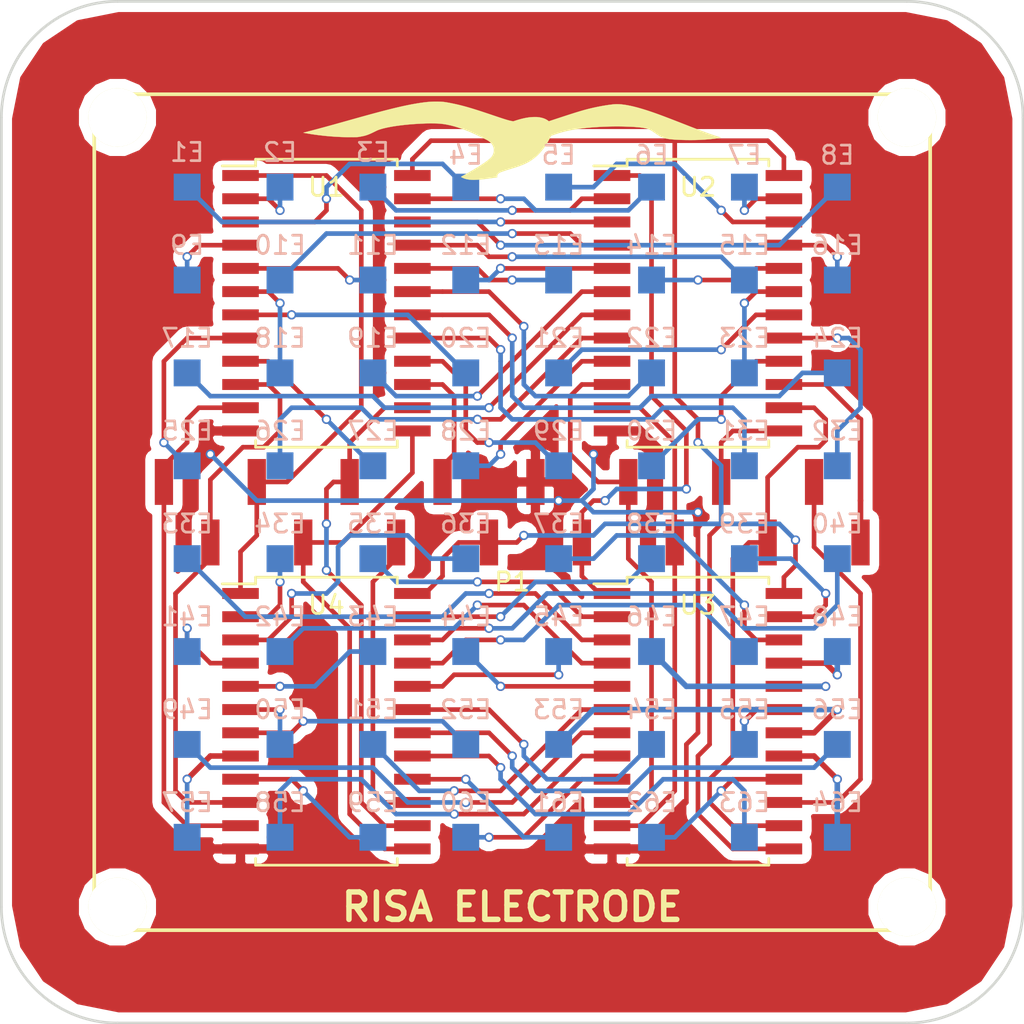
<source format=kicad_pcb>
(kicad_pcb (version 4) (host pcbnew "(2015-11-29 BZR 6336)-product")

  (general
    (links 96)
    (no_connects 0)
    (area 124.384999 73.584999 180.415001 129.615001)
    (thickness 1.6)
    (drawings 13)
    (tracks 567)
    (zones 0)
    (modules 74)
    (nets 81)
  )

  (page A4)
  (title_block
    (title RISA)
    (date 2016-02-27)
    (rev A)
    (company "Arthur Admiraal")
  )

  (layers
    (0 F.Cu signal)
    (31 B.Cu signal)
    (32 B.Adhes user)
    (33 F.Adhes user)
    (34 B.Paste user)
    (35 F.Paste user)
    (36 B.SilkS user)
    (37 F.SilkS user)
    (38 B.Mask user)
    (39 F.Mask user)
    (40 Dwgs.User user)
    (41 Cmts.User user)
    (42 Eco1.User user)
    (43 Eco2.User user)
    (44 Edge.Cuts user)
    (45 Margin user)
    (46 B.CrtYd user)
    (47 F.CrtYd user)
    (48 B.Fab user)
    (49 F.Fab user hide)
  )

  (setup
    (last_trace_width 0.3048)
    (user_trace_width 0.1524)
    (user_trace_width 0.254)
    (user_trace_width 0.3048)
    (user_trace_width 0.4064)
    (user_trace_width 0.508)
    (trace_clearance 0.1524)
    (zone_clearance 0.508)
    (zone_45_only no)
    (trace_min 0.1524)
    (segment_width 0.2)
    (edge_width 0.15)
    (via_size 0.508)
    (via_drill 0.3302)
    (via_min_size 0.508)
    (via_min_drill 0.3302)
    (user_via 0.508 0.3302)
    (user_via 0.6604 0.3302)
    (uvia_size 0.254)
    (uvia_drill 0.127)
    (uvias_allowed no)
    (uvia_min_size 0.254)
    (uvia_min_drill 0.127)
    (pcb_text_width 0.3)
    (pcb_text_size 1.5 1.5)
    (mod_edge_width 0.15)
    (mod_text_size 1 1)
    (mod_text_width 0.15)
    (pad_size 1 2.51)
    (pad_drill 0)
    (pad_to_mask_clearance 0.05)
    (aux_axis_origin 0 0)
    (visible_elements FFFFFF7F)
    (pcbplotparams
      (layerselection 0x010e0_80000001)
      (usegerberextensions true)
      (excludeedgelayer true)
      (linewidth 0.100000)
      (plotframeref false)
      (viasonmask false)
      (mode 1)
      (useauxorigin false)
      (hpglpennumber 1)
      (hpglpenspeed 20)
      (hpglpendiameter 15)
      (hpglpenoverlay 2)
      (psnegative false)
      (psa4output false)
      (plotreference true)
      (plotvalue true)
      (plotinvisibletext false)
      (padsonsilk false)
      (subtractmaskfromsilk false)
      (outputformat 1)
      (mirror false)
      (drillshape 0)
      (scaleselection 1)
      (outputdirectory ../Export/Electrode/))
  )

  (net 0 "")
  (net 1 "Net-(E1-Pad1)")
  (net 2 "Net-(E2-Pad1)")
  (net 3 "Net-(E3-Pad1)")
  (net 4 "Net-(E4-Pad1)")
  (net 5 "Net-(E5-Pad1)")
  (net 6 "Net-(E6-Pad1)")
  (net 7 "Net-(E7-Pad1)")
  (net 8 "Net-(E8-Pad1)")
  (net 9 "Net-(E9-Pad1)")
  (net 10 "Net-(E10-Pad1)")
  (net 11 "Net-(E11-Pad1)")
  (net 12 "Net-(E12-Pad1)")
  (net 13 "Net-(E13-Pad1)")
  (net 14 "Net-(E14-Pad1)")
  (net 15 "Net-(E15-Pad1)")
  (net 16 "Net-(E16-Pad1)")
  (net 17 "Net-(E17-Pad1)")
  (net 18 "Net-(E18-Pad1)")
  (net 19 "Net-(E19-Pad1)")
  (net 20 "Net-(E20-Pad1)")
  (net 21 "Net-(E21-Pad1)")
  (net 22 "Net-(E22-Pad1)")
  (net 23 "Net-(E23-Pad1)")
  (net 24 "Net-(E24-Pad1)")
  (net 25 "Net-(E25-Pad1)")
  (net 26 "Net-(E26-Pad1)")
  (net 27 "Net-(E27-Pad1)")
  (net 28 "Net-(E28-Pad1)")
  (net 29 "Net-(E29-Pad1)")
  (net 30 "Net-(E30-Pad1)")
  (net 31 "Net-(E31-Pad1)")
  (net 32 "Net-(E32-Pad1)")
  (net 33 "Net-(E33-Pad1)")
  (net 34 "Net-(E34-Pad1)")
  (net 35 "Net-(E35-Pad1)")
  (net 36 "Net-(E36-Pad1)")
  (net 37 "Net-(E37-Pad1)")
  (net 38 "Net-(E38-Pad1)")
  (net 39 "Net-(E39-Pad1)")
  (net 40 "Net-(E40-Pad1)")
  (net 41 "Net-(E41-Pad1)")
  (net 42 "Net-(E42-Pad1)")
  (net 43 "Net-(E43-Pad1)")
  (net 44 "Net-(E44-Pad1)")
  (net 45 "Net-(E45-Pad1)")
  (net 46 "Net-(E46-Pad1)")
  (net 47 "Net-(E47-Pad1)")
  (net 48 "Net-(E48-Pad1)")
  (net 49 "Net-(E49-Pad1)")
  (net 50 "Net-(E50-Pad1)")
  (net 51 "Net-(E51-Pad1)")
  (net 52 "Net-(E52-Pad1)")
  (net 53 "Net-(E53-Pad1)")
  (net 54 "Net-(E54-Pad1)")
  (net 55 "Net-(E55-Pad1)")
  (net 56 "Net-(E56-Pad1)")
  (net 57 "Net-(E57-Pad1)")
  (net 58 "Net-(E58-Pad1)")
  (net 59 "Net-(E59-Pad1)")
  (net 60 "Net-(E60-Pad1)")
  (net 61 "Net-(E61-Pad1)")
  (net 62 "Net-(E62-Pad1)")
  (net 63 "Net-(E63-Pad1)")
  (net 64 "Net-(E64-Pad1)")
  (net 65 GND)
  (net 66 +5V)
  (net 67 S0_A)
  (net 68 S1_A)
  (net 69 S2_A)
  (net 70 S3_A)
  (net 71 S0_B)
  (net 72 S1_B)
  (net 73 S2_B)
  (net 74 S3_B)
  (net 75 SELECT1)
  (net 76 SELECT2)
  (net 77 SELECT3)
  (net 78 SELECT4)
  (net 79 INPUT_B)
  (net 80 INPUT_A)

  (net_class Default "This is the default net class."
    (clearance 0.1524)
    (trace_width 0.3048)
    (via_dia 0.508)
    (via_drill 0.3302)
    (uvia_dia 0.254)
    (uvia_drill 0.127)
    (add_net +5V)
    (add_net GND)
    (add_net INPUT_A)
    (add_net INPUT_B)
    (add_net "Net-(E1-Pad1)")
    (add_net "Net-(E10-Pad1)")
    (add_net "Net-(E11-Pad1)")
    (add_net "Net-(E12-Pad1)")
    (add_net "Net-(E13-Pad1)")
    (add_net "Net-(E14-Pad1)")
    (add_net "Net-(E15-Pad1)")
    (add_net "Net-(E16-Pad1)")
    (add_net "Net-(E17-Pad1)")
    (add_net "Net-(E18-Pad1)")
    (add_net "Net-(E19-Pad1)")
    (add_net "Net-(E2-Pad1)")
    (add_net "Net-(E20-Pad1)")
    (add_net "Net-(E21-Pad1)")
    (add_net "Net-(E22-Pad1)")
    (add_net "Net-(E23-Pad1)")
    (add_net "Net-(E24-Pad1)")
    (add_net "Net-(E25-Pad1)")
    (add_net "Net-(E26-Pad1)")
    (add_net "Net-(E27-Pad1)")
    (add_net "Net-(E28-Pad1)")
    (add_net "Net-(E29-Pad1)")
    (add_net "Net-(E3-Pad1)")
    (add_net "Net-(E30-Pad1)")
    (add_net "Net-(E31-Pad1)")
    (add_net "Net-(E32-Pad1)")
    (add_net "Net-(E33-Pad1)")
    (add_net "Net-(E34-Pad1)")
    (add_net "Net-(E35-Pad1)")
    (add_net "Net-(E36-Pad1)")
    (add_net "Net-(E37-Pad1)")
    (add_net "Net-(E38-Pad1)")
    (add_net "Net-(E39-Pad1)")
    (add_net "Net-(E4-Pad1)")
    (add_net "Net-(E40-Pad1)")
    (add_net "Net-(E41-Pad1)")
    (add_net "Net-(E42-Pad1)")
    (add_net "Net-(E43-Pad1)")
    (add_net "Net-(E44-Pad1)")
    (add_net "Net-(E45-Pad1)")
    (add_net "Net-(E46-Pad1)")
    (add_net "Net-(E47-Pad1)")
    (add_net "Net-(E48-Pad1)")
    (add_net "Net-(E49-Pad1)")
    (add_net "Net-(E5-Pad1)")
    (add_net "Net-(E50-Pad1)")
    (add_net "Net-(E51-Pad1)")
    (add_net "Net-(E52-Pad1)")
    (add_net "Net-(E53-Pad1)")
    (add_net "Net-(E54-Pad1)")
    (add_net "Net-(E55-Pad1)")
    (add_net "Net-(E56-Pad1)")
    (add_net "Net-(E57-Pad1)")
    (add_net "Net-(E58-Pad1)")
    (add_net "Net-(E59-Pad1)")
    (add_net "Net-(E6-Pad1)")
    (add_net "Net-(E60-Pad1)")
    (add_net "Net-(E61-Pad1)")
    (add_net "Net-(E62-Pad1)")
    (add_net "Net-(E63-Pad1)")
    (add_net "Net-(E64-Pad1)")
    (add_net "Net-(E7-Pad1)")
    (add_net "Net-(E8-Pad1)")
    (add_net "Net-(E9-Pad1)")
    (add_net S0_A)
    (add_net S0_B)
    (add_net S1_A)
    (add_net S1_B)
    (add_net S2_A)
    (add_net S2_B)
    (add_net S3_A)
    (add_net S3_B)
    (add_net SELECT1)
    (add_net SELECT2)
    (add_net SELECT3)
    (add_net SELECT4)
  )

  (module RISA:SMT_HEADER_1x16 (layer F.Cu) (tedit 570F8879) (tstamp 570FD10A)
    (at 152.4 101.6)
    (path /5710F777)
    (fp_text reference P1 (at 0 3.81) (layer F.SilkS)
      (effects (font (size 1 1) (thickness 0.15)))
    )
    (fp_text value CONN_01X16 (at 0 -3.81) (layer F.Fab)
      (effects (font (size 1 1) (thickness 0.15)))
    )
    (pad 2 smd rect (at -16.51 1.655) (size 1 2.51) (layers F.Cu F.Paste F.Mask)
      (net 67 S0_A))
    (pad 1 smd rect (at -19.05 -1.655) (size 1 2.51) (layers F.Cu F.Paste F.Mask)
      (net 68 S1_A))
    (pad 3 smd rect (at -13.97 -1.655) (size 1 2.51) (layers F.Cu F.Paste F.Mask)
      (net 80 INPUT_A))
    (pad 4 smd rect (at -11.43 1.655) (size 1 2.51) (layers F.Cu F.Paste F.Mask)
      (net 69 S2_A))
    (pad 8 smd rect (at -1.27 1.655) (size 1 2.51) (layers F.Cu F.Paste F.Mask)
      (net 66 +5V))
    (pad 7 smd rect (at -3.81 -1.655) (size 1 2.51) (layers F.Cu F.Paste F.Mask)
      (net 75 SELECT1))
    (pad 5 smd rect (at -8.89 -1.655) (size 1 2.51) (layers F.Cu F.Paste F.Mask)
      (net 70 S3_A))
    (pad 6 smd rect (at -6.35 1.655) (size 1 2.51) (layers F.Cu F.Paste F.Mask)
      (net 78 SELECT4))
    (pad 16 smd rect (at 19.05 1.655) (size 1 2.51) (layers F.Cu F.Paste F.Mask)
      (net 76 SELECT2))
    (pad 15 smd rect (at 16.51 -1.655) (size 1 2.51) (layers F.Cu F.Paste F.Mask)
      (net 77 SELECT3))
    (pad 13 smd rect (at 11.43 -1.655) (size 1 2.51) (layers F.Cu F.Paste F.Mask)
      (net 73 S2_B))
    (pad 14 smd rect (at 13.97 1.655) (size 1 2.51) (layers F.Cu F.Paste F.Mask)
      (net 74 S3_B))
    (pad 12 smd rect (at 8.89 1.655) (size 1 2.51) (layers F.Cu F.Paste F.Mask)
      (net 72 S1_B))
    (pad 11 smd rect (at 6.35 -1.655) (size 1 2.51) (layers F.Cu F.Paste F.Mask)
      (net 71 S0_B))
    (pad 10 smd rect (at 3.81 1.655) (size 1 2.51) (layers F.Cu F.Paste F.Mask)
      (net 79 INPUT_B))
    (pad 9 smd rect (at 1.27 -1.655) (size 1 2.51) (layers F.Cu F.Paste F.Mask)
      (net 65 GND))
  )

  (module Mounting_Holes:MountingHole_3.2mm_M3 (layer F.Cu) (tedit 570FE46D) (tstamp 570FE1C8)
    (at 173.99 123.19)
    (descr "Mounting Hole 3.2mm, no annular, M3")
    (tags "mounting hole 3.2mm no annular m3")
    (fp_text reference "" (at 0 -4.2) (layer F.SilkS)
      (effects (font (size 1 1) (thickness 0.15)))
    )
    (fp_text value MountingHole_3.2mm_M3 (at 0 4.2) (layer F.Fab)
      (effects (font (size 1 1) (thickness 0.15)))
    )
    (fp_circle (center 0 0) (end 3.2 0) (layer Cmts.User) (width 0.15))
    (fp_circle (center 0 0) (end 3.45 0) (layer F.CrtYd) (width 0.05))
    (pad 1 np_thru_hole circle (at 0 0) (size 3.2 3.2) (drill 3.2) (layers *.Cu *.Mask F.SilkS))
  )

  (module Mounting_Holes:MountingHole_3.2mm_M3 (layer F.Cu) (tedit 570FE470) (tstamp 570FE1CC)
    (at 173.99 80.01)
    (descr "Mounting Hole 3.2mm, no annular, M3")
    (tags "mounting hole 3.2mm no annular m3")
    (fp_text reference "" (at 0 -4.2) (layer F.SilkS)
      (effects (font (size 1 1) (thickness 0.15)))
    )
    (fp_text value MountingHole_3.2mm_M3 (at 0 4.2) (layer F.Fab)
      (effects (font (size 1 1) (thickness 0.15)))
    )
    (fp_circle (center 0 0) (end 3.2 0) (layer Cmts.User) (width 0.15))
    (fp_circle (center 0 0) (end 3.45 0) (layer F.CrtYd) (width 0.05))
    (pad 1 np_thru_hole circle (at 0 0) (size 3.2 3.2) (drill 3.2) (layers *.Cu *.Mask F.SilkS))
  )

  (module Mounting_Holes:MountingHole_3.2mm_M3 (layer F.Cu) (tedit 570FE46A) (tstamp 570FE1C3)
    (at 130.81 123.19)
    (descr "Mounting Hole 3.2mm, no annular, M3")
    (tags "mounting hole 3.2mm no annular m3")
    (fp_text reference "" (at 0 -4.2) (layer F.SilkS)
      (effects (font (size 1 1) (thickness 0.15)))
    )
    (fp_text value MountingHole_3.2mm_M3 (at 0 4.2) (layer F.Fab)
      (effects (font (size 1 1) (thickness 0.15)))
    )
    (fp_circle (center 0 0) (end 3.2 0) (layer Cmts.User) (width 0.15))
    (fp_circle (center 0 0) (end 3.45 0) (layer F.CrtYd) (width 0.05))
    (pad "" np_thru_hole circle (at 0 0) (size 3.2 3.2) (drill 3.2) (layers *.Cu *.Mask F.SilkS))
  )

  (module Housings_SOIC:SOIC-24_7.5x15.4mm_Pitch1.27mm (layer F.Cu) (tedit 54130A77) (tstamp 570E81AF)
    (at 162.56 90.17)
    (descr "24-Lead Plastic Small Outline (SO) - Wide, 7.50 mm Body [SOIC] (see Microchip Packaging Specification 00000049BS.pdf)")
    (tags "SOIC 1.27")
    (path /570EA2AC)
    (attr smd)
    (fp_text reference U2 (at 0 -6.35) (layer F.SilkS)
      (effects (font (size 1 1) (thickness 0.15)))
    )
    (fp_text value 4067 (at 0 8.8) (layer F.Fab)
      (effects (font (size 1 1) (thickness 0.15)))
    )
    (fp_line (start -5.95 -8.05) (end -5.95 8.05) (layer F.CrtYd) (width 0.05))
    (fp_line (start 5.95 -8.05) (end 5.95 8.05) (layer F.CrtYd) (width 0.05))
    (fp_line (start -5.95 -8.05) (end 5.95 -8.05) (layer F.CrtYd) (width 0.05))
    (fp_line (start -5.95 8.05) (end 5.95 8.05) (layer F.CrtYd) (width 0.05))
    (fp_line (start -3.875 -7.875) (end -3.875 -7.51) (layer F.SilkS) (width 0.15))
    (fp_line (start 3.875 -7.875) (end 3.875 -7.51) (layer F.SilkS) (width 0.15))
    (fp_line (start 3.875 7.875) (end 3.875 7.51) (layer F.SilkS) (width 0.15))
    (fp_line (start -3.875 7.875) (end -3.875 7.51) (layer F.SilkS) (width 0.15))
    (fp_line (start -3.875 -7.875) (end 3.875 -7.875) (layer F.SilkS) (width 0.15))
    (fp_line (start -3.875 7.875) (end 3.875 7.875) (layer F.SilkS) (width 0.15))
    (fp_line (start -3.875 -7.51) (end -5.7 -7.51) (layer F.SilkS) (width 0.15))
    (pad 1 smd rect (at -4.7 -6.985) (size 2 0.6) (layers F.Cu F.Paste F.Mask)
      (net 79 INPUT_B))
    (pad 2 smd rect (at -4.7 -5.715) (size 2 0.6) (layers F.Cu F.Paste F.Mask)
      (net 3 "Net-(E3-Pad1)"))
    (pad 3 smd rect (at -4.7 -4.445) (size 2 0.6) (layers F.Cu F.Paste F.Mask)
      (net 1 "Net-(E1-Pad1)"))
    (pad 4 smd rect (at -4.7 -3.175) (size 2 0.6) (layers F.Cu F.Paste F.Mask)
      (net 10 "Net-(E10-Pad1)"))
    (pad 5 smd rect (at -4.7 -1.905) (size 2 0.6) (layers F.Cu F.Paste F.Mask)
      (net 12 "Net-(E12-Pad1)"))
    (pad 6 smd rect (at -4.7 -0.635) (size 2 0.6) (layers F.Cu F.Paste F.Mask)
      (net 19 "Net-(E19-Pad1)"))
    (pad 7 smd rect (at -4.7 0.635) (size 2 0.6) (layers F.Cu F.Paste F.Mask)
      (net 17 "Net-(E17-Pad1)"))
    (pad 8 smd rect (at -4.7 1.905) (size 2 0.6) (layers F.Cu F.Paste F.Mask)
      (net 26 "Net-(E26-Pad1)"))
    (pad 9 smd rect (at -4.7 3.175) (size 2 0.6) (layers F.Cu F.Paste F.Mask)
      (net 28 "Net-(E28-Pad1)"))
    (pad 10 smd rect (at -4.7 4.445) (size 2 0.6) (layers F.Cu F.Paste F.Mask)
      (net 71 S0_B))
    (pad 11 smd rect (at -4.7 5.715) (size 2 0.6) (layers F.Cu F.Paste F.Mask)
      (net 72 S1_B))
    (pad 12 smd rect (at -4.7 6.985) (size 2 0.6) (layers F.Cu F.Paste F.Mask)
      (net 65 GND))
    (pad 13 smd rect (at 4.7 6.985) (size 2 0.6) (layers F.Cu F.Paste F.Mask)
      (net 73 S2_B))
    (pad 14 smd rect (at 4.7 5.715) (size 2 0.6) (layers F.Cu F.Paste F.Mask)
      (net 74 S3_B))
    (pad 15 smd rect (at 4.7 4.445) (size 2 0.6) (layers F.Cu F.Paste F.Mask)
      (net 76 SELECT2))
    (pad 16 smd rect (at 4.7 3.175) (size 2 0.6) (layers F.Cu F.Paste F.Mask)
      (net 30 "Net-(E30-Pad1)"))
    (pad 17 smd rect (at 4.7 1.905) (size 2 0.6) (layers F.Cu F.Paste F.Mask)
      (net 32 "Net-(E32-Pad1)"))
    (pad 18 smd rect (at 4.7 0.635) (size 2 0.6) (layers F.Cu F.Paste F.Mask)
      (net 21 "Net-(E21-Pad1)"))
    (pad 19 smd rect (at 4.7 -0.635) (size 2 0.6) (layers F.Cu F.Paste F.Mask)
      (net 23 "Net-(E23-Pad1)"))
    (pad 20 smd rect (at 4.7 -1.905) (size 2 0.6) (layers F.Cu F.Paste F.Mask)
      (net 14 "Net-(E14-Pad1)"))
    (pad 21 smd rect (at 4.7 -3.175) (size 2 0.6) (layers F.Cu F.Paste F.Mask)
      (net 16 "Net-(E16-Pad1)"))
    (pad 22 smd rect (at 4.7 -4.445) (size 2 0.6) (layers F.Cu F.Paste F.Mask)
      (net 5 "Net-(E5-Pad1)"))
    (pad 23 smd rect (at 4.7 -5.715) (size 2 0.6) (layers F.Cu F.Paste F.Mask)
      (net 7 "Net-(E7-Pad1)"))
    (pad 24 smd rect (at 4.7 -6.985) (size 2 0.6) (layers F.Cu F.Paste F.Mask)
      (net 66 +5V))
    (model Housings_SOIC.3dshapes/SOIC-24_7.5x15.4mm_Pitch1.27mm.wrl
      (at (xyz 0 0 0))
      (scale (xyz 1 1 1))
      (rotate (xyz 0 0 0))
    )
  )

  (module Housings_SOIC:SOIC-24_7.5x15.4mm_Pitch1.27mm (layer F.Cu) (tedit 54130A77) (tstamp 570E9D10)
    (at 162.56 113.03)
    (descr "24-Lead Plastic Small Outline (SO) - Wide, 7.50 mm Body [SOIC] (see Microchip Packaging Specification 00000049BS.pdf)")
    (tags "SOIC 1.27")
    (path /570FF634)
    (attr smd)
    (fp_text reference U3 (at 0 -6.35) (layer F.SilkS)
      (effects (font (size 1 1) (thickness 0.15)))
    )
    (fp_text value 4067 (at 0 8.8) (layer F.Fab)
      (effects (font (size 1 1) (thickness 0.15)))
    )
    (fp_line (start -5.95 -8.05) (end -5.95 8.05) (layer F.CrtYd) (width 0.05))
    (fp_line (start 5.95 -8.05) (end 5.95 8.05) (layer F.CrtYd) (width 0.05))
    (fp_line (start -5.95 -8.05) (end 5.95 -8.05) (layer F.CrtYd) (width 0.05))
    (fp_line (start -5.95 8.05) (end 5.95 8.05) (layer F.CrtYd) (width 0.05))
    (fp_line (start -3.875 -7.875) (end -3.875 -7.51) (layer F.SilkS) (width 0.15))
    (fp_line (start 3.875 -7.875) (end 3.875 -7.51) (layer F.SilkS) (width 0.15))
    (fp_line (start 3.875 7.875) (end 3.875 7.51) (layer F.SilkS) (width 0.15))
    (fp_line (start -3.875 7.875) (end -3.875 7.51) (layer F.SilkS) (width 0.15))
    (fp_line (start -3.875 -7.875) (end 3.875 -7.875) (layer F.SilkS) (width 0.15))
    (fp_line (start -3.875 7.875) (end 3.875 7.875) (layer F.SilkS) (width 0.15))
    (fp_line (start -3.875 -7.51) (end -5.7 -7.51) (layer F.SilkS) (width 0.15))
    (pad 1 smd rect (at -4.7 -6.985) (size 2 0.6) (layers F.Cu F.Paste F.Mask)
      (net 79 INPUT_B))
    (pad 2 smd rect (at -4.7 -5.715) (size 2 0.6) (layers F.Cu F.Paste F.Mask)
      (net 35 "Net-(E35-Pad1)"))
    (pad 3 smd rect (at -4.7 -4.445) (size 2 0.6) (layers F.Cu F.Paste F.Mask)
      (net 33 "Net-(E33-Pad1)"))
    (pad 4 smd rect (at -4.7 -3.175) (size 2 0.6) (layers F.Cu F.Paste F.Mask)
      (net 42 "Net-(E42-Pad1)"))
    (pad 5 smd rect (at -4.7 -1.905) (size 2 0.6) (layers F.Cu F.Paste F.Mask)
      (net 44 "Net-(E44-Pad1)"))
    (pad 6 smd rect (at -4.7 -0.635) (size 2 0.6) (layers F.Cu F.Paste F.Mask)
      (net 51 "Net-(E51-Pad1)"))
    (pad 7 smd rect (at -4.7 0.635) (size 2 0.6) (layers F.Cu F.Paste F.Mask)
      (net 49 "Net-(E49-Pad1)"))
    (pad 8 smd rect (at -4.7 1.905) (size 2 0.6) (layers F.Cu F.Paste F.Mask)
      (net 58 "Net-(E58-Pad1)"))
    (pad 9 smd rect (at -4.7 3.175) (size 2 0.6) (layers F.Cu F.Paste F.Mask)
      (net 60 "Net-(E60-Pad1)"))
    (pad 10 smd rect (at -4.7 4.445) (size 2 0.6) (layers F.Cu F.Paste F.Mask)
      (net 71 S0_B))
    (pad 11 smd rect (at -4.7 5.715) (size 2 0.6) (layers F.Cu F.Paste F.Mask)
      (net 72 S1_B))
    (pad 12 smd rect (at -4.7 6.985) (size 2 0.6) (layers F.Cu F.Paste F.Mask)
      (net 65 GND))
    (pad 13 smd rect (at 4.7 6.985) (size 2 0.6) (layers F.Cu F.Paste F.Mask)
      (net 73 S2_B))
    (pad 14 smd rect (at 4.7 5.715) (size 2 0.6) (layers F.Cu F.Paste F.Mask)
      (net 74 S3_B))
    (pad 15 smd rect (at 4.7 4.445) (size 2 0.6) (layers F.Cu F.Paste F.Mask)
      (net 77 SELECT3))
    (pad 16 smd rect (at 4.7 3.175) (size 2 0.6) (layers F.Cu F.Paste F.Mask)
      (net 62 "Net-(E62-Pad1)"))
    (pad 17 smd rect (at 4.7 1.905) (size 2 0.6) (layers F.Cu F.Paste F.Mask)
      (net 64 "Net-(E64-Pad1)"))
    (pad 18 smd rect (at 4.7 0.635) (size 2 0.6) (layers F.Cu F.Paste F.Mask)
      (net 53 "Net-(E53-Pad1)"))
    (pad 19 smd rect (at 4.7 -0.635) (size 2 0.6) (layers F.Cu F.Paste F.Mask)
      (net 55 "Net-(E55-Pad1)"))
    (pad 20 smd rect (at 4.7 -1.905) (size 2 0.6) (layers F.Cu F.Paste F.Mask)
      (net 46 "Net-(E46-Pad1)"))
    (pad 21 smd rect (at 4.7 -3.175) (size 2 0.6) (layers F.Cu F.Paste F.Mask)
      (net 48 "Net-(E48-Pad1)"))
    (pad 22 smd rect (at 4.7 -4.445) (size 2 0.6) (layers F.Cu F.Paste F.Mask)
      (net 37 "Net-(E37-Pad1)"))
    (pad 23 smd rect (at 4.7 -5.715) (size 2 0.6) (layers F.Cu F.Paste F.Mask)
      (net 39 "Net-(E39-Pad1)"))
    (pad 24 smd rect (at 4.7 -6.985) (size 2 0.6) (layers F.Cu F.Paste F.Mask)
      (net 66 +5V))
    (model Housings_SOIC.3dshapes/SOIC-24_7.5x15.4mm_Pitch1.27mm.wrl
      (at (xyz 0 0 0))
      (scale (xyz 1 1 1))
      (rotate (xyz 0 0 0))
    )
  )

  (module Housings_SOIC:SOIC-24_7.5x15.4mm_Pitch1.27mm (layer F.Cu) (tedit 54130A77) (tstamp 570E9D2C)
    (at 142.24 113.03)
    (descr "24-Lead Plastic Small Outline (SO) - Wide, 7.50 mm Body [SOIC] (see Microchip Packaging Specification 00000049BS.pdf)")
    (tags "SOIC 1.27")
    (path /570FF730)
    (attr smd)
    (fp_text reference U4 (at 0 -6.35) (layer F.SilkS)
      (effects (font (size 1 1) (thickness 0.15)))
    )
    (fp_text value 4067 (at 0 8.8) (layer F.Fab)
      (effects (font (size 1 1) (thickness 0.15)))
    )
    (fp_line (start -5.95 -8.05) (end -5.95 8.05) (layer F.CrtYd) (width 0.05))
    (fp_line (start 5.95 -8.05) (end 5.95 8.05) (layer F.CrtYd) (width 0.05))
    (fp_line (start -5.95 -8.05) (end 5.95 -8.05) (layer F.CrtYd) (width 0.05))
    (fp_line (start -5.95 8.05) (end 5.95 8.05) (layer F.CrtYd) (width 0.05))
    (fp_line (start -3.875 -7.875) (end -3.875 -7.51) (layer F.SilkS) (width 0.15))
    (fp_line (start 3.875 -7.875) (end 3.875 -7.51) (layer F.SilkS) (width 0.15))
    (fp_line (start 3.875 7.875) (end 3.875 7.51) (layer F.SilkS) (width 0.15))
    (fp_line (start -3.875 7.875) (end -3.875 7.51) (layer F.SilkS) (width 0.15))
    (fp_line (start -3.875 -7.875) (end 3.875 -7.875) (layer F.SilkS) (width 0.15))
    (fp_line (start -3.875 7.875) (end 3.875 7.875) (layer F.SilkS) (width 0.15))
    (fp_line (start -3.875 -7.51) (end -5.7 -7.51) (layer F.SilkS) (width 0.15))
    (pad 1 smd rect (at -4.7 -6.985) (size 2 0.6) (layers F.Cu F.Paste F.Mask)
      (net 80 INPUT_A))
    (pad 2 smd rect (at -4.7 -5.715) (size 2 0.6) (layers F.Cu F.Paste F.Mask)
      (net 34 "Net-(E34-Pad1)"))
    (pad 3 smd rect (at -4.7 -4.445) (size 2 0.6) (layers F.Cu F.Paste F.Mask)
      (net 36 "Net-(E36-Pad1)"))
    (pad 4 smd rect (at -4.7 -3.175) (size 2 0.6) (layers F.Cu F.Paste F.Mask)
      (net 41 "Net-(E41-Pad1)"))
    (pad 5 smd rect (at -4.7 -1.905) (size 2 0.6) (layers F.Cu F.Paste F.Mask)
      (net 43 "Net-(E43-Pad1)"))
    (pad 6 smd rect (at -4.7 -0.635) (size 2 0.6) (layers F.Cu F.Paste F.Mask)
      (net 50 "Net-(E50-Pad1)"))
    (pad 7 smd rect (at -4.7 0.635) (size 2 0.6) (layers F.Cu F.Paste F.Mask)
      (net 52 "Net-(E52-Pad1)"))
    (pad 8 smd rect (at -4.7 1.905) (size 2 0.6) (layers F.Cu F.Paste F.Mask)
      (net 57 "Net-(E57-Pad1)"))
    (pad 9 smd rect (at -4.7 3.175) (size 2 0.6) (layers F.Cu F.Paste F.Mask)
      (net 59 "Net-(E59-Pad1)"))
    (pad 10 smd rect (at -4.7 4.445) (size 2 0.6) (layers F.Cu F.Paste F.Mask)
      (net 67 S0_A))
    (pad 11 smd rect (at -4.7 5.715) (size 2 0.6) (layers F.Cu F.Paste F.Mask)
      (net 68 S1_A))
    (pad 12 smd rect (at -4.7 6.985) (size 2 0.6) (layers F.Cu F.Paste F.Mask)
      (net 65 GND))
    (pad 13 smd rect (at 4.7 6.985) (size 2 0.6) (layers F.Cu F.Paste F.Mask)
      (net 69 S2_A))
    (pad 14 smd rect (at 4.7 5.715) (size 2 0.6) (layers F.Cu F.Paste F.Mask)
      (net 70 S3_A))
    (pad 15 smd rect (at 4.7 4.445) (size 2 0.6) (layers F.Cu F.Paste F.Mask)
      (net 78 SELECT4))
    (pad 16 smd rect (at 4.7 3.175) (size 2 0.6) (layers F.Cu F.Paste F.Mask)
      (net 61 "Net-(E61-Pad1)"))
    (pad 17 smd rect (at 4.7 1.905) (size 2 0.6) (layers F.Cu F.Paste F.Mask)
      (net 63 "Net-(E63-Pad1)"))
    (pad 18 smd rect (at 4.7 0.635) (size 2 0.6) (layers F.Cu F.Paste F.Mask)
      (net 56 "Net-(E56-Pad1)"))
    (pad 19 smd rect (at 4.7 -0.635) (size 2 0.6) (layers F.Cu F.Paste F.Mask)
      (net 54 "Net-(E54-Pad1)"))
    (pad 20 smd rect (at 4.7 -1.905) (size 2 0.6) (layers F.Cu F.Paste F.Mask)
      (net 45 "Net-(E45-Pad1)"))
    (pad 21 smd rect (at 4.7 -3.175) (size 2 0.6) (layers F.Cu F.Paste F.Mask)
      (net 47 "Net-(E47-Pad1)"))
    (pad 22 smd rect (at 4.7 -4.445) (size 2 0.6) (layers F.Cu F.Paste F.Mask)
      (net 40 "Net-(E40-Pad1)"))
    (pad 23 smd rect (at 4.7 -5.715) (size 2 0.6) (layers F.Cu F.Paste F.Mask)
      (net 38 "Net-(E38-Pad1)"))
    (pad 24 smd rect (at 4.7 -6.985) (size 2 0.6) (layers F.Cu F.Paste F.Mask)
      (net 66 +5V))
    (model Housings_SOIC.3dshapes/SOIC-24_7.5x15.4mm_Pitch1.27mm.wrl
      (at (xyz 0 0 0))
      (scale (xyz 1 1 1))
      (rotate (xyz 0 0 0))
    )
  )

  (module Housings_SOIC:SOIC-24_7.5x15.4mm_Pitch1.27mm (layer F.Cu) (tedit 54130A77) (tstamp 570E8193)
    (at 142.24 90.17)
    (descr "24-Lead Plastic Small Outline (SO) - Wide, 7.50 mm Body [SOIC] (see Microchip Packaging Specification 00000049BS.pdf)")
    (tags "SOIC 1.27")
    (path /570F31CF)
    (attr smd)
    (fp_text reference U1 (at 0 -6.35) (layer F.SilkS)
      (effects (font (size 1 1) (thickness 0.15)))
    )
    (fp_text value 4067 (at 0 8.8) (layer F.Fab)
      (effects (font (size 1 1) (thickness 0.15)))
    )
    (fp_line (start -5.95 -8.05) (end -5.95 8.05) (layer F.CrtYd) (width 0.05))
    (fp_line (start 5.95 -8.05) (end 5.95 8.05) (layer F.CrtYd) (width 0.05))
    (fp_line (start -5.95 -8.05) (end 5.95 -8.05) (layer F.CrtYd) (width 0.05))
    (fp_line (start -5.95 8.05) (end 5.95 8.05) (layer F.CrtYd) (width 0.05))
    (fp_line (start -3.875 -7.875) (end -3.875 -7.51) (layer F.SilkS) (width 0.15))
    (fp_line (start 3.875 -7.875) (end 3.875 -7.51) (layer F.SilkS) (width 0.15))
    (fp_line (start 3.875 7.875) (end 3.875 7.51) (layer F.SilkS) (width 0.15))
    (fp_line (start -3.875 7.875) (end -3.875 7.51) (layer F.SilkS) (width 0.15))
    (fp_line (start -3.875 -7.875) (end 3.875 -7.875) (layer F.SilkS) (width 0.15))
    (fp_line (start -3.875 7.875) (end 3.875 7.875) (layer F.SilkS) (width 0.15))
    (fp_line (start -3.875 -7.51) (end -5.7 -7.51) (layer F.SilkS) (width 0.15))
    (pad 1 smd rect (at -4.7 -6.985) (size 2 0.6) (layers F.Cu F.Paste F.Mask)
      (net 80 INPUT_A))
    (pad 2 smd rect (at -4.7 -5.715) (size 2 0.6) (layers F.Cu F.Paste F.Mask)
      (net 2 "Net-(E2-Pad1)"))
    (pad 3 smd rect (at -4.7 -4.445) (size 2 0.6) (layers F.Cu F.Paste F.Mask)
      (net 4 "Net-(E4-Pad1)"))
    (pad 4 smd rect (at -4.7 -3.175) (size 2 0.6) (layers F.Cu F.Paste F.Mask)
      (net 9 "Net-(E9-Pad1)"))
    (pad 5 smd rect (at -4.7 -1.905) (size 2 0.6) (layers F.Cu F.Paste F.Mask)
      (net 11 "Net-(E11-Pad1)"))
    (pad 6 smd rect (at -4.7 -0.635) (size 2 0.6) (layers F.Cu F.Paste F.Mask)
      (net 18 "Net-(E18-Pad1)"))
    (pad 7 smd rect (at -4.7 0.635) (size 2 0.6) (layers F.Cu F.Paste F.Mask)
      (net 20 "Net-(E20-Pad1)"))
    (pad 8 smd rect (at -4.7 1.905) (size 2 0.6) (layers F.Cu F.Paste F.Mask)
      (net 25 "Net-(E25-Pad1)"))
    (pad 9 smd rect (at -4.7 3.175) (size 2 0.6) (layers F.Cu F.Paste F.Mask)
      (net 27 "Net-(E27-Pad1)"))
    (pad 10 smd rect (at -4.7 4.445) (size 2 0.6) (layers F.Cu F.Paste F.Mask)
      (net 67 S0_A))
    (pad 11 smd rect (at -4.7 5.715) (size 2 0.6) (layers F.Cu F.Paste F.Mask)
      (net 68 S1_A))
    (pad 12 smd rect (at -4.7 6.985) (size 2 0.6) (layers F.Cu F.Paste F.Mask)
      (net 65 GND))
    (pad 13 smd rect (at 4.7 6.985) (size 2 0.6) (layers F.Cu F.Paste F.Mask)
      (net 69 S2_A))
    (pad 14 smd rect (at 4.7 5.715) (size 2 0.6) (layers F.Cu F.Paste F.Mask)
      (net 70 S3_A))
    (pad 15 smd rect (at 4.7 4.445) (size 2 0.6) (layers F.Cu F.Paste F.Mask)
      (net 75 SELECT1))
    (pad 16 smd rect (at 4.7 3.175) (size 2 0.6) (layers F.Cu F.Paste F.Mask)
      (net 29 "Net-(E29-Pad1)"))
    (pad 17 smd rect (at 4.7 1.905) (size 2 0.6) (layers F.Cu F.Paste F.Mask)
      (net 31 "Net-(E31-Pad1)"))
    (pad 18 smd rect (at 4.7 0.635) (size 2 0.6) (layers F.Cu F.Paste F.Mask)
      (net 24 "Net-(E24-Pad1)"))
    (pad 19 smd rect (at 4.7 -0.635) (size 2 0.6) (layers F.Cu F.Paste F.Mask)
      (net 22 "Net-(E22-Pad1)"))
    (pad 20 smd rect (at 4.7 -1.905) (size 2 0.6) (layers F.Cu F.Paste F.Mask)
      (net 13 "Net-(E13-Pad1)"))
    (pad 21 smd rect (at 4.7 -3.175) (size 2 0.6) (layers F.Cu F.Paste F.Mask)
      (net 15 "Net-(E15-Pad1)"))
    (pad 22 smd rect (at 4.7 -4.445) (size 2 0.6) (layers F.Cu F.Paste F.Mask)
      (net 8 "Net-(E8-Pad1)"))
    (pad 23 smd rect (at 4.7 -5.715) (size 2 0.6) (layers F.Cu F.Paste F.Mask)
      (net 6 "Net-(E6-Pad1)"))
    (pad 24 smd rect (at 4.7 -6.985) (size 2 0.6) (layers F.Cu F.Paste F.Mask)
      (net 66 +5V))
    (model Housings_SOIC.3dshapes/SOIC-24_7.5x15.4mm_Pitch1.27mm.wrl
      (at (xyz 0 0 0))
      (scale (xyz 1 1 1))
      (rotate (xyz 0 0 0))
    )
  )

  (module RISA:ElectrodePad (layer B.Cu) (tedit 56C9BAC6) (tstamp 56CA33FE)
    (at 134.62 83.82)
    (path /56C9DAC8)
    (fp_text reference E1 (at 0 -1.905) (layer B.SilkS)
      (effects (font (size 1 1) (thickness 0.15)) (justify mirror))
    )
    (fp_text value Electrode (at 1.27 1.905) (layer B.Fab) hide
      (effects (font (size 1 1) (thickness 0.15)) (justify mirror))
    )
    (pad 1 smd rect (at 0 0) (size 1.47 1.47) (layers B.Cu B.Mask)
      (net 1 "Net-(E1-Pad1)") (solder_mask_margin -0.1))
  )

  (module RISA:ElectrodePad (layer B.Cu) (tedit 56C9BAC6) (tstamp 56CA3403)
    (at 139.7 83.82)
    (path /56C9E08E)
    (fp_text reference E2 (at 0 -1.905) (layer B.SilkS)
      (effects (font (size 1 1) (thickness 0.15)) (justify mirror))
    )
    (fp_text value Electrode (at 1.27 1.905) (layer B.Fab) hide
      (effects (font (size 1 1) (thickness 0.15)) (justify mirror))
    )
    (pad 1 smd rect (at 0 0) (size 1.47 1.47) (layers B.Cu B.Mask)
      (net 2 "Net-(E2-Pad1)") (solder_mask_margin -0.1))
  )

  (module RISA:ElectrodePad (layer B.Cu) (tedit 56C9BAC6) (tstamp 56CA3408)
    (at 144.78 83.82)
    (path /56C9E4CA)
    (fp_text reference E3 (at 0 -1.905) (layer B.SilkS)
      (effects (font (size 1 1) (thickness 0.15)) (justify mirror))
    )
    (fp_text value Electrode (at 1.27 1.905) (layer B.Fab) hide
      (effects (font (size 1 1) (thickness 0.15)) (justify mirror))
    )
    (pad 1 smd rect (at 0 0) (size 1.47 1.47) (layers B.Cu B.Mask)
      (net 3 "Net-(E3-Pad1)") (solder_mask_margin -0.1))
  )

  (module RISA:ElectrodePad (layer B.Cu) (tedit 56C9BAC6) (tstamp 56CA340D)
    (at 149.86 83.82)
    (path /56C9E4E3)
    (fp_text reference E4 (at 0 -1.752784) (layer B.SilkS)
      (effects (font (size 1 1) (thickness 0.15)) (justify mirror))
    )
    (fp_text value Electrode (at 1.27 1.905) (layer B.Fab) hide
      (effects (font (size 1 1) (thickness 0.15)) (justify mirror))
    )
    (pad 1 smd rect (at 0 0) (size 1.47 1.47) (layers B.Cu B.Mask)
      (net 4 "Net-(E4-Pad1)") (solder_mask_margin -0.1))
  )

  (module RISA:ElectrodePad (layer B.Cu) (tedit 56C9BAC6) (tstamp 56CA3412)
    (at 154.94 83.82)
    (path /56C9EE5C)
    (fp_text reference E5 (at 0 -1.752784) (layer B.SilkS)
      (effects (font (size 1 1) (thickness 0.15)) (justify mirror))
    )
    (fp_text value Electrode (at 1.27 1.905) (layer B.Fab) hide
      (effects (font (size 1 1) (thickness 0.15)) (justify mirror))
    )
    (pad 1 smd rect (at 0 0) (size 1.47 1.47) (layers B.Cu B.Mask)
      (net 5 "Net-(E5-Pad1)") (solder_mask_margin -0.1))
  )

  (module RISA:ElectrodePad (layer B.Cu) (tedit 56C9BAC6) (tstamp 56CA3417)
    (at 160.02 83.82)
    (path /56C9EE75)
    (fp_text reference E6 (at 0 -1.752784) (layer B.SilkS)
      (effects (font (size 1 1) (thickness 0.15)) (justify mirror))
    )
    (fp_text value Electrode (at 1.27 1.905) (layer B.Fab) hide
      (effects (font (size 1 1) (thickness 0.15)) (justify mirror))
    )
    (pad 1 smd rect (at 0 0) (size 1.47 1.47) (layers B.Cu B.Mask)
      (net 6 "Net-(E6-Pad1)") (solder_mask_margin -0.1))
  )

  (module RISA:ElectrodePad (layer B.Cu) (tedit 56C9BAC6) (tstamp 56CA341C)
    (at 165.1 83.82)
    (path /56C9EE8E)
    (fp_text reference E7 (at 0 -1.752784) (layer B.SilkS)
      (effects (font (size 1 1) (thickness 0.15)) (justify mirror))
    )
    (fp_text value Electrode (at 1.27 1.905) (layer B.Fab) hide
      (effects (font (size 1 1) (thickness 0.15)) (justify mirror))
    )
    (pad 1 smd rect (at 0 0) (size 1.47 1.47) (layers B.Cu B.Mask)
      (net 7 "Net-(E7-Pad1)") (solder_mask_margin -0.1))
  )

  (module RISA:ElectrodePad (layer B.Cu) (tedit 56C9BAC6) (tstamp 56CA3421)
    (at 170.18 83.82)
    (path /56C9EEA7)
    (fp_text reference E8 (at 0 -1.752784) (layer B.SilkS)
      (effects (font (size 1 1) (thickness 0.15)) (justify mirror))
    )
    (fp_text value Electrode (at 1.27 1.905) (layer B.Fab) hide
      (effects (font (size 1 1) (thickness 0.15)) (justify mirror))
    )
    (pad 1 smd rect (at 0 0) (size 1.47 1.47) (layers B.Cu B.Mask)
      (net 8 "Net-(E8-Pad1)") (solder_mask_margin -0.1))
  )

  (module RISA:ElectrodePad (layer B.Cu) (tedit 56C9BAC6) (tstamp 56CA3426)
    (at 134.62 88.9)
    (path /56C9FD55)
    (fp_text reference E9 (at 0 -1.905) (layer B.SilkS)
      (effects (font (size 1 1) (thickness 0.15)) (justify mirror))
    )
    (fp_text value Electrode (at 1.27 1.905) (layer B.Fab) hide
      (effects (font (size 1 1) (thickness 0.15)) (justify mirror))
    )
    (pad 1 smd rect (at 0 0) (size 1.47 1.47) (layers B.Cu B.Mask)
      (net 9 "Net-(E9-Pad1)") (solder_mask_margin -0.1))
  )

  (module RISA:ElectrodePad (layer B.Cu) (tedit 56C9BAC6) (tstamp 56CA342B)
    (at 139.7 88.9)
    (path /56C9FD6E)
    (fp_text reference E10 (at 0 -1.905) (layer B.SilkS)
      (effects (font (size 1 1) (thickness 0.15)) (justify mirror))
    )
    (fp_text value Electrode (at 1.27 1.905) (layer B.Fab) hide
      (effects (font (size 1 1) (thickness 0.15)) (justify mirror))
    )
    (pad 1 smd rect (at 0 0) (size 1.47 1.47) (layers B.Cu B.Mask)
      (net 10 "Net-(E10-Pad1)") (solder_mask_margin -0.1))
  )

  (module RISA:ElectrodePad (layer B.Cu) (tedit 56C9BAC6) (tstamp 56CA3430)
    (at 144.78 88.9)
    (path /56C9FD87)
    (fp_text reference E11 (at 0 -1.905) (layer B.SilkS)
      (effects (font (size 1 1) (thickness 0.15)) (justify mirror))
    )
    (fp_text value Electrode (at 1.27 1.905) (layer B.Fab) hide
      (effects (font (size 1 1) (thickness 0.15)) (justify mirror))
    )
    (pad 1 smd rect (at 0 0) (size 1.47 1.47) (layers B.Cu B.Mask)
      (net 11 "Net-(E11-Pad1)") (solder_mask_margin -0.1))
  )

  (module RISA:ElectrodePad (layer B.Cu) (tedit 56C9BAC6) (tstamp 56CA3435)
    (at 149.86 88.9)
    (path /56C9FDA0)
    (fp_text reference E12 (at 0 -1.905) (layer B.SilkS)
      (effects (font (size 1 1) (thickness 0.15)) (justify mirror))
    )
    (fp_text value Electrode (at 1.27 1.905) (layer B.Fab) hide
      (effects (font (size 1 1) (thickness 0.15)) (justify mirror))
    )
    (pad 1 smd rect (at 0 0) (size 1.47 1.47) (layers B.Cu B.Mask)
      (net 12 "Net-(E12-Pad1)") (solder_mask_margin -0.1))
  )

  (module RISA:ElectrodePad (layer B.Cu) (tedit 56C9BAC6) (tstamp 56CA343A)
    (at 154.94 88.9)
    (path /56C9FDB9)
    (fp_text reference E13 (at 0 -1.905) (layer B.SilkS)
      (effects (font (size 1 1) (thickness 0.15)) (justify mirror))
    )
    (fp_text value Electrode (at 1.27 1.905) (layer B.Fab) hide
      (effects (font (size 1 1) (thickness 0.15)) (justify mirror))
    )
    (pad 1 smd rect (at 0 0) (size 1.47 1.47) (layers B.Cu B.Mask)
      (net 13 "Net-(E13-Pad1)") (solder_mask_margin -0.1))
  )

  (module RISA:ElectrodePad (layer B.Cu) (tedit 56C9BAC6) (tstamp 56CA343F)
    (at 160.02 88.9)
    (path /56C9FDD2)
    (fp_text reference E14 (at 0 -1.905) (layer B.SilkS)
      (effects (font (size 1 1) (thickness 0.15)) (justify mirror))
    )
    (fp_text value Electrode (at 1.27 1.905) (layer B.Fab) hide
      (effects (font (size 1 1) (thickness 0.15)) (justify mirror))
    )
    (pad 1 smd rect (at 0 0) (size 1.47 1.47) (layers B.Cu B.Mask)
      (net 14 "Net-(E14-Pad1)") (solder_mask_margin -0.1))
  )

  (module RISA:ElectrodePad (layer B.Cu) (tedit 56C9BAC6) (tstamp 56CA3444)
    (at 165.1 88.9)
    (path /56C9FDEB)
    (fp_text reference E15 (at 0 -1.905) (layer B.SilkS)
      (effects (font (size 1 1) (thickness 0.15)) (justify mirror))
    )
    (fp_text value Electrode (at 1.27 1.905) (layer B.Fab) hide
      (effects (font (size 1 1) (thickness 0.15)) (justify mirror))
    )
    (pad 1 smd rect (at 0 0) (size 1.47 1.47) (layers B.Cu B.Mask)
      (net 15 "Net-(E15-Pad1)") (solder_mask_margin -0.1))
  )

  (module RISA:ElectrodePad (layer B.Cu) (tedit 56C9BAC6) (tstamp 56CA3449)
    (at 170.18 88.9)
    (path /56C9FE04)
    (fp_text reference E16 (at 0 -1.905) (layer B.SilkS)
      (effects (font (size 1 1) (thickness 0.15)) (justify mirror))
    )
    (fp_text value Electrode (at 1.27 1.905) (layer B.Fab) hide
      (effects (font (size 1 1) (thickness 0.15)) (justify mirror))
    )
    (pad 1 smd rect (at 0 0) (size 1.47 1.47) (layers B.Cu B.Mask)
      (net 16 "Net-(E16-Pad1)") (solder_mask_margin -0.1))
  )

  (module RISA:ElectrodePad (layer B.Cu) (tedit 56C9BAC6) (tstamp 56CA344E)
    (at 134.62 93.98)
    (path /56CA1F5D)
    (fp_text reference E17 (at 0 -1.905) (layer B.SilkS)
      (effects (font (size 1 1) (thickness 0.15)) (justify mirror))
    )
    (fp_text value Electrode (at 1.27 1.905) (layer B.Fab) hide
      (effects (font (size 1 1) (thickness 0.15)) (justify mirror))
    )
    (pad 1 smd rect (at 0 0) (size 1.47 1.47) (layers B.Cu B.Mask)
      (net 17 "Net-(E17-Pad1)") (solder_mask_margin -0.1))
  )

  (module RISA:ElectrodePad (layer B.Cu) (tedit 56C9BAC6) (tstamp 56CA3453)
    (at 139.7 93.98)
    (path /56CA1F76)
    (fp_text reference E18 (at 0 -1.905) (layer B.SilkS)
      (effects (font (size 1 1) (thickness 0.15)) (justify mirror))
    )
    (fp_text value Electrode (at 1.27 1.905) (layer B.Fab) hide
      (effects (font (size 1 1) (thickness 0.15)) (justify mirror))
    )
    (pad 1 smd rect (at 0 0) (size 1.47 1.47) (layers B.Cu B.Mask)
      (net 18 "Net-(E18-Pad1)") (solder_mask_margin -0.1))
  )

  (module RISA:ElectrodePad (layer B.Cu) (tedit 56C9BAC6) (tstamp 56CA3458)
    (at 144.78 93.98)
    (path /56CA1F8F)
    (fp_text reference E19 (at 0 -1.905) (layer B.SilkS)
      (effects (font (size 1 1) (thickness 0.15)) (justify mirror))
    )
    (fp_text value Electrode (at 1.27 1.905) (layer B.Fab) hide
      (effects (font (size 1 1) (thickness 0.15)) (justify mirror))
    )
    (pad 1 smd rect (at 0 0) (size 1.47 1.47) (layers B.Cu B.Mask)
      (net 19 "Net-(E19-Pad1)") (solder_mask_margin -0.1))
  )

  (module RISA:ElectrodePad (layer B.Cu) (tedit 56C9BAC6) (tstamp 56CA345D)
    (at 149.86 93.98)
    (path /56CA1FA8)
    (fp_text reference E20 (at 0 -1.905) (layer B.SilkS)
      (effects (font (size 1 1) (thickness 0.15)) (justify mirror))
    )
    (fp_text value Electrode (at 1.27 1.905) (layer B.Fab) hide
      (effects (font (size 1 1) (thickness 0.15)) (justify mirror))
    )
    (pad 1 smd rect (at 0 0) (size 1.47 1.47) (layers B.Cu B.Mask)
      (net 20 "Net-(E20-Pad1)") (solder_mask_margin -0.1))
  )

  (module RISA:ElectrodePad (layer B.Cu) (tedit 56C9BAC6) (tstamp 56CA3462)
    (at 154.94 93.98)
    (path /56CA1FC1)
    (fp_text reference E21 (at 0 -1.905) (layer B.SilkS)
      (effects (font (size 1 1) (thickness 0.15)) (justify mirror))
    )
    (fp_text value Electrode (at 1.27 1.905) (layer B.Fab) hide
      (effects (font (size 1 1) (thickness 0.15)) (justify mirror))
    )
    (pad 1 smd rect (at 0 0) (size 1.47 1.47) (layers B.Cu B.Mask)
      (net 21 "Net-(E21-Pad1)") (solder_mask_margin -0.1))
  )

  (module RISA:ElectrodePad (layer B.Cu) (tedit 56C9BAC6) (tstamp 56CA3467)
    (at 160.02 93.98)
    (path /56CA1FDA)
    (fp_text reference E22 (at 0 -1.905) (layer B.SilkS)
      (effects (font (size 1 1) (thickness 0.15)) (justify mirror))
    )
    (fp_text value Electrode (at 1.27 1.905) (layer B.Fab) hide
      (effects (font (size 1 1) (thickness 0.15)) (justify mirror))
    )
    (pad 1 smd rect (at 0 0) (size 1.47 1.47) (layers B.Cu B.Mask)
      (net 22 "Net-(E22-Pad1)") (solder_mask_margin -0.1))
  )

  (module RISA:ElectrodePad (layer B.Cu) (tedit 56C9BAC6) (tstamp 56CA346C)
    (at 165.1 93.98)
    (path /56CA1FF3)
    (fp_text reference E23 (at 0 -1.905) (layer B.SilkS)
      (effects (font (size 1 1) (thickness 0.15)) (justify mirror))
    )
    (fp_text value Electrode (at 1.27 1.905) (layer B.Fab) hide
      (effects (font (size 1 1) (thickness 0.15)) (justify mirror))
    )
    (pad 1 smd rect (at 0 0) (size 1.47 1.47) (layers B.Cu B.Mask)
      (net 23 "Net-(E23-Pad1)") (solder_mask_margin -0.1))
  )

  (module RISA:ElectrodePad (layer B.Cu) (tedit 56C9BAC6) (tstamp 56CA3471)
    (at 170.18 93.98)
    (path /56CA200C)
    (fp_text reference E24 (at 0 -1.905) (layer B.SilkS)
      (effects (font (size 1 1) (thickness 0.15)) (justify mirror))
    )
    (fp_text value Electrode (at 1.27 1.905) (layer B.Fab) hide
      (effects (font (size 1 1) (thickness 0.15)) (justify mirror))
    )
    (pad 1 smd rect (at 0 0) (size 1.47 1.47) (layers B.Cu B.Mask)
      (net 24 "Net-(E24-Pad1)") (solder_mask_margin -0.1))
  )

  (module RISA:ElectrodePad (layer B.Cu) (tedit 56C9BAC6) (tstamp 56CA3476)
    (at 134.62 99.06)
    (path /56CA2035)
    (fp_text reference E25 (at 0 -1.905) (layer B.SilkS)
      (effects (font (size 1 1) (thickness 0.15)) (justify mirror))
    )
    (fp_text value Electrode (at 1.27 1.905) (layer B.Fab) hide
      (effects (font (size 1 1) (thickness 0.15)) (justify mirror))
    )
    (pad 1 smd rect (at 0 0) (size 1.47 1.47) (layers B.Cu B.Mask)
      (net 25 "Net-(E25-Pad1)") (solder_mask_margin -0.1))
  )

  (module RISA:ElectrodePad (layer B.Cu) (tedit 56C9BAC6) (tstamp 56CA347B)
    (at 139.7 99.06)
    (path /56CA204E)
    (fp_text reference E26 (at 0 -1.905) (layer B.SilkS)
      (effects (font (size 1 1) (thickness 0.15)) (justify mirror))
    )
    (fp_text value Electrode (at 1.27 1.905) (layer B.Fab) hide
      (effects (font (size 1 1) (thickness 0.15)) (justify mirror))
    )
    (pad 1 smd rect (at 0 0) (size 1.47 1.47) (layers B.Cu B.Mask)
      (net 26 "Net-(E26-Pad1)") (solder_mask_margin -0.1))
  )

  (module RISA:ElectrodePad (layer B.Cu) (tedit 56C9BAC6) (tstamp 56CA3480)
    (at 144.78 99.06)
    (path /56CA2067)
    (fp_text reference E27 (at 0 -1.905) (layer B.SilkS)
      (effects (font (size 1 1) (thickness 0.15)) (justify mirror))
    )
    (fp_text value Electrode (at 1.27 1.905) (layer B.Fab) hide
      (effects (font (size 1 1) (thickness 0.15)) (justify mirror))
    )
    (pad 1 smd rect (at 0 0) (size 1.47 1.47) (layers B.Cu B.Mask)
      (net 27 "Net-(E27-Pad1)") (solder_mask_margin -0.1))
  )

  (module RISA:ElectrodePad (layer B.Cu) (tedit 56C9BAC6) (tstamp 56CA3485)
    (at 149.86 99.06)
    (path /56CA2080)
    (fp_text reference E28 (at 0 -1.905) (layer B.SilkS)
      (effects (font (size 1 1) (thickness 0.15)) (justify mirror))
    )
    (fp_text value Electrode (at 1.27 1.905) (layer B.Fab) hide
      (effects (font (size 1 1) (thickness 0.15)) (justify mirror))
    )
    (pad 1 smd rect (at 0 0) (size 1.47 1.47) (layers B.Cu B.Mask)
      (net 28 "Net-(E28-Pad1)") (solder_mask_margin -0.1))
  )

  (module RISA:ElectrodePad (layer B.Cu) (tedit 56C9BAC6) (tstamp 56CA348A)
    (at 154.94 99.06)
    (path /56CA2099)
    (fp_text reference E29 (at 0 -1.905) (layer B.SilkS)
      (effects (font (size 1 1) (thickness 0.15)) (justify mirror))
    )
    (fp_text value Electrode (at 1.27 1.905) (layer B.Fab) hide
      (effects (font (size 1 1) (thickness 0.15)) (justify mirror))
    )
    (pad 1 smd rect (at 0 0) (size 1.47 1.47) (layers B.Cu B.Mask)
      (net 29 "Net-(E29-Pad1)") (solder_mask_margin -0.1))
  )

  (module RISA:ElectrodePad (layer B.Cu) (tedit 56C9BAC6) (tstamp 56CA348F)
    (at 160.02 99.06)
    (path /56CA20B2)
    (fp_text reference E30 (at 0 -1.905) (layer B.SilkS)
      (effects (font (size 1 1) (thickness 0.15)) (justify mirror))
    )
    (fp_text value Electrode (at 1.27 1.905) (layer B.Fab) hide
      (effects (font (size 1 1) (thickness 0.15)) (justify mirror))
    )
    (pad 1 smd rect (at 0 0) (size 1.47 1.47) (layers B.Cu B.Mask)
      (net 30 "Net-(E30-Pad1)") (solder_mask_margin -0.1))
  )

  (module RISA:ElectrodePad (layer B.Cu) (tedit 56C9BAC6) (tstamp 56CA3494)
    (at 165.1 99.06)
    (path /56CA20CB)
    (fp_text reference E31 (at 0 -1.905) (layer B.SilkS)
      (effects (font (size 1 1) (thickness 0.15)) (justify mirror))
    )
    (fp_text value Electrode (at 1.27 1.905) (layer B.Fab) hide
      (effects (font (size 1 1) (thickness 0.15)) (justify mirror))
    )
    (pad 1 smd rect (at 0 0) (size 1.47 1.47) (layers B.Cu B.Mask)
      (net 31 "Net-(E31-Pad1)") (solder_mask_margin -0.1))
  )

  (module RISA:ElectrodePad (layer B.Cu) (tedit 56C9BAC6) (tstamp 56CA3499)
    (at 170.18 99.06)
    (path /56CA20E4)
    (fp_text reference E32 (at 0 -1.905) (layer B.SilkS)
      (effects (font (size 1 1) (thickness 0.15)) (justify mirror))
    )
    (fp_text value Electrode (at 1.27 1.905) (layer B.Fab) hide
      (effects (font (size 1 1) (thickness 0.15)) (justify mirror))
    )
    (pad 1 smd rect (at 0 0) (size 1.47 1.47) (layers B.Cu B.Mask)
      (net 32 "Net-(E32-Pad1)") (solder_mask_margin -0.1))
  )

  (module RISA:ElectrodePad (layer B.Cu) (tedit 56C9BAC6) (tstamp 56CA349E)
    (at 134.62 104.14)
    (path /56CA348D)
    (fp_text reference E33 (at 0 -1.905) (layer B.SilkS)
      (effects (font (size 1 1) (thickness 0.15)) (justify mirror))
    )
    (fp_text value Electrode (at 1.27 1.905) (layer B.Fab) hide
      (effects (font (size 1 1) (thickness 0.15)) (justify mirror))
    )
    (pad 1 smd rect (at 0 0) (size 1.47 1.47) (layers B.Cu B.Mask)
      (net 33 "Net-(E33-Pad1)") (solder_mask_margin -0.1))
  )

  (module RISA:ElectrodePad (layer B.Cu) (tedit 56C9BAC6) (tstamp 56CA34A3)
    (at 139.7 104.14)
    (path /56CA34A6)
    (fp_text reference E34 (at 0 -1.905) (layer B.SilkS)
      (effects (font (size 1 1) (thickness 0.15)) (justify mirror))
    )
    (fp_text value Electrode (at 1.27 1.905) (layer B.Fab) hide
      (effects (font (size 1 1) (thickness 0.15)) (justify mirror))
    )
    (pad 1 smd rect (at 0 0) (size 1.47 1.47) (layers B.Cu B.Mask)
      (net 34 "Net-(E34-Pad1)") (solder_mask_margin -0.1))
  )

  (module RISA:ElectrodePad (layer B.Cu) (tedit 56C9BAC6) (tstamp 56CA34A8)
    (at 144.78 104.14)
    (path /56CA34BF)
    (fp_text reference E35 (at 0 -1.905) (layer B.SilkS)
      (effects (font (size 1 1) (thickness 0.15)) (justify mirror))
    )
    (fp_text value Electrode (at 1.27 1.905) (layer B.Fab) hide
      (effects (font (size 1 1) (thickness 0.15)) (justify mirror))
    )
    (pad 1 smd rect (at 0 0) (size 1.47 1.47) (layers B.Cu B.Mask)
      (net 35 "Net-(E35-Pad1)") (solder_mask_margin -0.1))
  )

  (module RISA:ElectrodePad (layer B.Cu) (tedit 56C9BAC6) (tstamp 56CA34AD)
    (at 149.86 104.14)
    (path /56CA34D8)
    (fp_text reference E36 (at 0 -1.905) (layer B.SilkS)
      (effects (font (size 1 1) (thickness 0.15)) (justify mirror))
    )
    (fp_text value Electrode (at 1.27 1.905) (layer B.Fab) hide
      (effects (font (size 1 1) (thickness 0.15)) (justify mirror))
    )
    (pad 1 smd rect (at 0 0) (size 1.47 1.47) (layers B.Cu B.Mask)
      (net 36 "Net-(E36-Pad1)") (solder_mask_margin -0.1))
  )

  (module RISA:ElectrodePad (layer B.Cu) (tedit 56C9BAC6) (tstamp 56CA34B2)
    (at 154.94 104.14)
    (path /56CA34F1)
    (fp_text reference E37 (at 0 -1.905) (layer B.SilkS)
      (effects (font (size 1 1) (thickness 0.15)) (justify mirror))
    )
    (fp_text value Electrode (at 1.27 1.905) (layer B.Fab) hide
      (effects (font (size 1 1) (thickness 0.15)) (justify mirror))
    )
    (pad 1 smd rect (at 0 0) (size 1.47 1.47) (layers B.Cu B.Mask)
      (net 37 "Net-(E37-Pad1)") (solder_mask_margin -0.1))
  )

  (module RISA:ElectrodePad (layer B.Cu) (tedit 56C9BAC6) (tstamp 56CA34B7)
    (at 160.02 104.14)
    (path /56CA350A)
    (fp_text reference E38 (at 0 -1.905) (layer B.SilkS)
      (effects (font (size 1 1) (thickness 0.15)) (justify mirror))
    )
    (fp_text value Electrode (at 1.27 1.905) (layer B.Fab) hide
      (effects (font (size 1 1) (thickness 0.15)) (justify mirror))
    )
    (pad 1 smd rect (at 0 0) (size 1.47 1.47) (layers B.Cu B.Mask)
      (net 38 "Net-(E38-Pad1)") (solder_mask_margin -0.1))
  )

  (module RISA:ElectrodePad (layer B.Cu) (tedit 56C9BAC6) (tstamp 56CA34BC)
    (at 165.1 104.14)
    (path /56CA3523)
    (fp_text reference E39 (at 0 -1.905) (layer B.SilkS)
      (effects (font (size 1 1) (thickness 0.15)) (justify mirror))
    )
    (fp_text value Electrode (at 1.27 1.905) (layer B.Fab) hide
      (effects (font (size 1 1) (thickness 0.15)) (justify mirror))
    )
    (pad 1 smd rect (at 0 0) (size 1.47 1.47) (layers B.Cu B.Mask)
      (net 39 "Net-(E39-Pad1)") (solder_mask_margin -0.1))
  )

  (module RISA:ElectrodePad (layer B.Cu) (tedit 56C9BAC6) (tstamp 56CA34C1)
    (at 170.18 104.14)
    (path /56CA353C)
    (fp_text reference E40 (at 0 -1.905) (layer B.SilkS)
      (effects (font (size 1 1) (thickness 0.15)) (justify mirror))
    )
    (fp_text value Electrode (at 1.27 1.905) (layer B.Fab) hide
      (effects (font (size 1 1) (thickness 0.15)) (justify mirror))
    )
    (pad 1 smd rect (at 0 0) (size 1.47 1.47) (layers B.Cu B.Mask)
      (net 40 "Net-(E40-Pad1)") (solder_mask_margin -0.1))
  )

  (module RISA:ElectrodePad (layer B.Cu) (tedit 56C9BAC6) (tstamp 56CA34C6)
    (at 134.62 109.22)
    (path /56CA3565)
    (fp_text reference E41 (at 0 -1.905) (layer B.SilkS)
      (effects (font (size 1 1) (thickness 0.15)) (justify mirror))
    )
    (fp_text value Electrode (at 1.27 1.905) (layer B.Fab) hide
      (effects (font (size 1 1) (thickness 0.15)) (justify mirror))
    )
    (pad 1 smd rect (at 0 0) (size 1.47 1.47) (layers B.Cu B.Mask)
      (net 41 "Net-(E41-Pad1)") (solder_mask_margin -0.1))
  )

  (module RISA:ElectrodePad (layer B.Cu) (tedit 56C9BAC6) (tstamp 56CA34CB)
    (at 139.7 109.22)
    (path /56CA357E)
    (fp_text reference E42 (at 0 -1.905) (layer B.SilkS)
      (effects (font (size 1 1) (thickness 0.15)) (justify mirror))
    )
    (fp_text value Electrode (at 1.27 1.905) (layer B.Fab) hide
      (effects (font (size 1 1) (thickness 0.15)) (justify mirror))
    )
    (pad 1 smd rect (at 0 0) (size 1.47 1.47) (layers B.Cu B.Mask)
      (net 42 "Net-(E42-Pad1)") (solder_mask_margin -0.1))
  )

  (module RISA:ElectrodePad (layer B.Cu) (tedit 56C9BAC6) (tstamp 56CA34D0)
    (at 144.78 109.22)
    (path /56CA3597)
    (fp_text reference E43 (at 0 -1.905) (layer B.SilkS)
      (effects (font (size 1 1) (thickness 0.15)) (justify mirror))
    )
    (fp_text value Electrode (at 1.27 1.905) (layer B.Fab) hide
      (effects (font (size 1 1) (thickness 0.15)) (justify mirror))
    )
    (pad 1 smd rect (at 0 0) (size 1.47 1.47) (layers B.Cu B.Mask)
      (net 43 "Net-(E43-Pad1)") (solder_mask_margin -0.1))
  )

  (module RISA:ElectrodePad (layer B.Cu) (tedit 56C9BAC6) (tstamp 56CA34D5)
    (at 149.86 109.22)
    (path /56CA35B0)
    (fp_text reference E44 (at 0 -1.905) (layer B.SilkS)
      (effects (font (size 1 1) (thickness 0.15)) (justify mirror))
    )
    (fp_text value Electrode (at 1.27 1.905) (layer B.Fab) hide
      (effects (font (size 1 1) (thickness 0.15)) (justify mirror))
    )
    (pad 1 smd rect (at 0 0) (size 1.47 1.47) (layers B.Cu B.Mask)
      (net 44 "Net-(E44-Pad1)") (solder_mask_margin -0.1))
  )

  (module RISA:ElectrodePad (layer B.Cu) (tedit 56C9BAC6) (tstamp 56CA34DA)
    (at 154.94 109.22)
    (path /56CA35C9)
    (fp_text reference E45 (at 0 -1.905) (layer B.SilkS)
      (effects (font (size 1 1) (thickness 0.15)) (justify mirror))
    )
    (fp_text value Electrode (at 1.27 1.905) (layer B.Fab) hide
      (effects (font (size 1 1) (thickness 0.15)) (justify mirror))
    )
    (pad 1 smd rect (at 0 0) (size 1.47 1.47) (layers B.Cu B.Mask)
      (net 45 "Net-(E45-Pad1)") (solder_mask_margin -0.1))
  )

  (module RISA:ElectrodePad (layer B.Cu) (tedit 56C9BAC6) (tstamp 56CA34DF)
    (at 160.02 109.22)
    (path /56CA35E2)
    (fp_text reference E46 (at 0 -1.905) (layer B.SilkS)
      (effects (font (size 1 1) (thickness 0.15)) (justify mirror))
    )
    (fp_text value Electrode (at 1.27 1.905) (layer B.Fab) hide
      (effects (font (size 1 1) (thickness 0.15)) (justify mirror))
    )
    (pad 1 smd rect (at 0 0) (size 1.47 1.47) (layers B.Cu B.Mask)
      (net 46 "Net-(E46-Pad1)") (solder_mask_margin -0.1))
  )

  (module RISA:ElectrodePad (layer B.Cu) (tedit 56C9BAC6) (tstamp 56CA34E4)
    (at 165.1 109.22)
    (path /56CA35FB)
    (fp_text reference E47 (at 0 -1.905) (layer B.SilkS)
      (effects (font (size 1 1) (thickness 0.15)) (justify mirror))
    )
    (fp_text value Electrode (at 1.27 1.905) (layer B.Fab) hide
      (effects (font (size 1 1) (thickness 0.15)) (justify mirror))
    )
    (pad 1 smd rect (at 0 0) (size 1.47 1.47) (layers B.Cu B.Mask)
      (net 47 "Net-(E47-Pad1)") (solder_mask_margin -0.1))
  )

  (module RISA:ElectrodePad (layer B.Cu) (tedit 56C9BAC6) (tstamp 56CA34E9)
    (at 170.18 109.22)
    (path /56CA3614)
    (fp_text reference E48 (at 0 -1.905) (layer B.SilkS)
      (effects (font (size 1 1) (thickness 0.15)) (justify mirror))
    )
    (fp_text value Electrode (at 1.27 1.905) (layer B.Fab) hide
      (effects (font (size 1 1) (thickness 0.15)) (justify mirror))
    )
    (pad 1 smd rect (at 0 0) (size 1.47 1.47) (layers B.Cu B.Mask)
      (net 48 "Net-(E48-Pad1)") (solder_mask_margin -0.1))
  )

  (module RISA:ElectrodePad (layer B.Cu) (tedit 56C9BAC6) (tstamp 56CA34EE)
    (at 134.62 114.3)
    (path /56CA363D)
    (fp_text reference E49 (at 0 -1.905) (layer B.SilkS)
      (effects (font (size 1 1) (thickness 0.15)) (justify mirror))
    )
    (fp_text value Electrode (at 1.27 1.905) (layer B.Fab) hide
      (effects (font (size 1 1) (thickness 0.15)) (justify mirror))
    )
    (pad 1 smd rect (at 0 0) (size 1.47 1.47) (layers B.Cu B.Mask)
      (net 49 "Net-(E49-Pad1)") (solder_mask_margin -0.1))
  )

  (module RISA:ElectrodePad (layer B.Cu) (tedit 56C9BAC6) (tstamp 56CA34F3)
    (at 139.7 114.3)
    (path /56CA3656)
    (fp_text reference E50 (at 0 -1.905) (layer B.SilkS)
      (effects (font (size 1 1) (thickness 0.15)) (justify mirror))
    )
    (fp_text value Electrode (at 1.27 1.905) (layer B.Fab) hide
      (effects (font (size 1 1) (thickness 0.15)) (justify mirror))
    )
    (pad 1 smd rect (at 0 0) (size 1.47 1.47) (layers B.Cu B.Mask)
      (net 50 "Net-(E50-Pad1)") (solder_mask_margin -0.1))
  )

  (module RISA:ElectrodePad (layer B.Cu) (tedit 56C9BAC6) (tstamp 56CA34F8)
    (at 144.78 114.3)
    (path /56CA366F)
    (fp_text reference E51 (at 0 -1.905) (layer B.SilkS)
      (effects (font (size 1 1) (thickness 0.15)) (justify mirror))
    )
    (fp_text value Electrode (at 1.27 1.905) (layer B.Fab) hide
      (effects (font (size 1 1) (thickness 0.15)) (justify mirror))
    )
    (pad 1 smd rect (at 0 0) (size 1.47 1.47) (layers B.Cu B.Mask)
      (net 51 "Net-(E51-Pad1)") (solder_mask_margin -0.1))
  )

  (module RISA:ElectrodePad (layer B.Cu) (tedit 56C9BAC6) (tstamp 56CA34FD)
    (at 149.86 114.3)
    (path /56CA3688)
    (fp_text reference E52 (at 0 -1.905) (layer B.SilkS)
      (effects (font (size 1 1) (thickness 0.15)) (justify mirror))
    )
    (fp_text value Electrode (at 1.27 1.905) (layer B.Fab) hide
      (effects (font (size 1 1) (thickness 0.15)) (justify mirror))
    )
    (pad 1 smd rect (at 0 0) (size 1.47 1.47) (layers B.Cu B.Mask)
      (net 52 "Net-(E52-Pad1)") (solder_mask_margin -0.1))
  )

  (module RISA:ElectrodePad (layer B.Cu) (tedit 56C9BAC6) (tstamp 56CA3502)
    (at 154.94 114.3)
    (path /56CA36A1)
    (fp_text reference E53 (at 0 -1.905) (layer B.SilkS)
      (effects (font (size 1 1) (thickness 0.15)) (justify mirror))
    )
    (fp_text value Electrode (at 1.27 1.905) (layer B.Fab) hide
      (effects (font (size 1 1) (thickness 0.15)) (justify mirror))
    )
    (pad 1 smd rect (at 0 0) (size 1.47 1.47) (layers B.Cu B.Mask)
      (net 53 "Net-(E53-Pad1)") (solder_mask_margin -0.1))
  )

  (module RISA:ElectrodePad (layer B.Cu) (tedit 56C9BAC6) (tstamp 56CA3507)
    (at 160.02 114.3)
    (path /56CA36BA)
    (fp_text reference E54 (at 0 -1.905) (layer B.SilkS)
      (effects (font (size 1 1) (thickness 0.15)) (justify mirror))
    )
    (fp_text value Electrode (at 1.27 1.905) (layer B.Fab) hide
      (effects (font (size 1 1) (thickness 0.15)) (justify mirror))
    )
    (pad 1 smd rect (at 0 0) (size 1.47 1.47) (layers B.Cu B.Mask)
      (net 54 "Net-(E54-Pad1)") (solder_mask_margin -0.1))
  )

  (module RISA:ElectrodePad (layer B.Cu) (tedit 56C9BAC6) (tstamp 56CA350C)
    (at 165.1 114.3)
    (path /56CA36D3)
    (fp_text reference E55 (at 0 -1.905) (layer B.SilkS)
      (effects (font (size 1 1) (thickness 0.15)) (justify mirror))
    )
    (fp_text value Electrode (at 1.27 1.905) (layer B.Fab) hide
      (effects (font (size 1 1) (thickness 0.15)) (justify mirror))
    )
    (pad 1 smd rect (at 0 0) (size 1.47 1.47) (layers B.Cu B.Mask)
      (net 55 "Net-(E55-Pad1)") (solder_mask_margin -0.1))
  )

  (module RISA:ElectrodePad (layer B.Cu) (tedit 56C9BAC6) (tstamp 56CA3511)
    (at 170.18 114.3)
    (path /56CA36EC)
    (fp_text reference E56 (at 0 -1.905) (layer B.SilkS)
      (effects (font (size 1 1) (thickness 0.15)) (justify mirror))
    )
    (fp_text value Electrode (at 1.27 1.905) (layer B.Fab) hide
      (effects (font (size 1 1) (thickness 0.15)) (justify mirror))
    )
    (pad 1 smd rect (at 0 0) (size 1.47 1.47) (layers B.Cu B.Mask)
      (net 56 "Net-(E56-Pad1)") (solder_mask_margin -0.1))
  )

  (module RISA:ElectrodePad (layer B.Cu) (tedit 56C9BAC6) (tstamp 56CA3516)
    (at 134.62 119.38)
    (path /56CA3715)
    (fp_text reference E57 (at 0 -1.905) (layer B.SilkS)
      (effects (font (size 1 1) (thickness 0.15)) (justify mirror))
    )
    (fp_text value Electrode (at 1.27 1.905) (layer B.Fab) hide
      (effects (font (size 1 1) (thickness 0.15)) (justify mirror))
    )
    (pad 1 smd rect (at 0 0) (size 1.47 1.47) (layers B.Cu B.Mask)
      (net 57 "Net-(E57-Pad1)") (solder_mask_margin -0.1))
  )

  (module RISA:ElectrodePad (layer B.Cu) (tedit 56C9BAC6) (tstamp 56CA351B)
    (at 139.7 119.38)
    (path /56CA372E)
    (fp_text reference E58 (at 0 -1.905) (layer B.SilkS)
      (effects (font (size 1 1) (thickness 0.15)) (justify mirror))
    )
    (fp_text value Electrode (at 1.27 1.905) (layer B.Fab) hide
      (effects (font (size 1 1) (thickness 0.15)) (justify mirror))
    )
    (pad 1 smd rect (at 0 0) (size 1.47 1.47) (layers B.Cu B.Mask)
      (net 58 "Net-(E58-Pad1)") (solder_mask_margin -0.1))
  )

  (module RISA:ElectrodePad (layer B.Cu) (tedit 56C9BAC6) (tstamp 56CA3520)
    (at 144.78 119.38)
    (path /56CA3747)
    (fp_text reference E59 (at 0 -1.905) (layer B.SilkS)
      (effects (font (size 1 1) (thickness 0.15)) (justify mirror))
    )
    (fp_text value Electrode (at 1.27 1.905) (layer B.Fab) hide
      (effects (font (size 1 1) (thickness 0.15)) (justify mirror))
    )
    (pad 1 smd rect (at 0 0) (size 1.47 1.47) (layers B.Cu B.Mask)
      (net 59 "Net-(E59-Pad1)") (solder_mask_margin -0.1))
  )

  (module RISA:ElectrodePad (layer B.Cu) (tedit 56C9BAC6) (tstamp 56CA3525)
    (at 149.86 119.38)
    (path /56CA3760)
    (fp_text reference E60 (at 0 -1.905) (layer B.SilkS)
      (effects (font (size 1 1) (thickness 0.15)) (justify mirror))
    )
    (fp_text value Electrode (at 1.27 1.905) (layer B.Fab) hide
      (effects (font (size 1 1) (thickness 0.15)) (justify mirror))
    )
    (pad 1 smd rect (at 0 0) (size 1.47 1.47) (layers B.Cu B.Mask)
      (net 60 "Net-(E60-Pad1)") (solder_mask_margin -0.1))
  )

  (module RISA:ElectrodePad (layer B.Cu) (tedit 56C9BAC6) (tstamp 56CA352A)
    (at 154.94 119.38)
    (path /56CA3779)
    (fp_text reference E61 (at 0 -1.905) (layer B.SilkS)
      (effects (font (size 1 1) (thickness 0.15)) (justify mirror))
    )
    (fp_text value Electrode (at 1.27 1.905) (layer B.Fab) hide
      (effects (font (size 1 1) (thickness 0.15)) (justify mirror))
    )
    (pad 1 smd rect (at 0 0) (size 1.47 1.47) (layers B.Cu B.Mask)
      (net 61 "Net-(E61-Pad1)") (solder_mask_margin -0.1))
  )

  (module RISA:ElectrodePad (layer B.Cu) (tedit 56C9BAC6) (tstamp 56CA352F)
    (at 160.02 119.38)
    (path /56CA3792)
    (fp_text reference E62 (at 0 -1.905) (layer B.SilkS)
      (effects (font (size 1 1) (thickness 0.15)) (justify mirror))
    )
    (fp_text value Electrode (at 1.27 1.905) (layer B.Fab) hide
      (effects (font (size 1 1) (thickness 0.15)) (justify mirror))
    )
    (pad 1 smd rect (at 0 0) (size 1.47 1.47) (layers B.Cu B.Mask)
      (net 62 "Net-(E62-Pad1)") (solder_mask_margin -0.1))
  )

  (module RISA:ElectrodePad (layer B.Cu) (tedit 56C9BAC6) (tstamp 56CA3534)
    (at 165.1 119.38)
    (path /56CA37AB)
    (fp_text reference E63 (at 0 -1.905) (layer B.SilkS)
      (effects (font (size 1 1) (thickness 0.15)) (justify mirror))
    )
    (fp_text value Electrode (at 1.27 1.905) (layer B.Fab) hide
      (effects (font (size 1 1) (thickness 0.15)) (justify mirror))
    )
    (pad 1 smd rect (at 0 0) (size 1.47 1.47) (layers B.Cu B.Mask)
      (net 63 "Net-(E63-Pad1)") (solder_mask_margin -0.1))
  )

  (module RISA:ElectrodePad (layer B.Cu) (tedit 56C9BAC6) (tstamp 56CA3539)
    (at 170.18 119.38)
    (path /56CA37C4)
    (fp_text reference E64 (at 0 -1.905) (layer B.SilkS)
      (effects (font (size 1 1) (thickness 0.15)) (justify mirror))
    )
    (fp_text value Electrode (at 1.27 1.905) (layer B.Fab) hide
      (effects (font (size 1 1) (thickness 0.15)) (justify mirror))
    )
    (pad 1 smd rect (at 0 0) (size 1.47 1.47) (layers B.Cu B.Mask)
      (net 64 "Net-(E64-Pad1)") (solder_mask_margin -0.1))
  )

  (module Mounting_Holes:MountingHole_3.2mm_M3 (layer F.Cu) (tedit 570FE45E) (tstamp 570FE14E)
    (at 130.81 80.01)
    (descr "Mounting Hole 3.2mm, no annular, M3")
    (tags "mounting hole 3.2mm no annular m3")
    (fp_text reference "" (at 0 -4.2) (layer F.SilkS)
      (effects (font (size 1 1) (thickness 0.15)))
    )
    (fp_text value MountingHole_3.2mm_M3 (at 0 4.2) (layer F.Fab)
      (effects (font (size 1 1) (thickness 0.15)))
    )
    (fp_circle (center 0 0) (end 3.2 0) (layer Cmts.User) (width 0.15))
    (fp_circle (center 0 0) (end 3.45 0) (layer F.CrtYd) (width 0.05))
    (pad "" np_thru_hole circle (at 0 0) (size 3.2 3.2) (drill 3.2) (layers *.Cu *.Mask F.SilkS))
  )

  (module Desktop:SeagullDesignLogo (layer F.Cu) (tedit 0) (tstamp 57113379)
    (at 152.4 81.28)
    (fp_text reference G*** (at 0 0) (layer F.SilkS) hide
      (effects (font (thickness 0.3)))
    )
    (fp_text value LOGO (at 0.75 0) (layer F.SilkS) hide
      (effects (font (thickness 0.3)))
    )
    (fp_poly (pts (xy -4.086225 -2.13825) (xy -4.01113 -2.136804) (xy -3.941991 -2.134506) (xy -3.876895 -2.131129)
      (xy -3.81393 -2.126447) (xy -3.751185 -2.120232) (xy -3.686746 -2.112258) (xy -3.618702 -2.102299)
      (xy -3.54514 -2.090128) (xy -3.464148 -2.075518) (xy -3.373814 -2.058243) (xy -3.317875 -2.047209)
      (xy -3.212046 -2.025638) (xy -3.106956 -2.003132) (xy -3.001803 -1.979459) (xy -2.895787 -1.954387)
      (xy -2.788106 -1.927686) (xy -2.677957 -1.899122) (xy -2.564539 -1.868464) (xy -2.44705 -1.835481)
      (xy -2.324689 -1.79994) (xy -2.196653 -1.761611) (xy -2.062141 -1.720261) (xy -1.920352 -1.675658)
      (xy -1.770483 -1.627571) (xy -1.611732 -1.575768) (xy -1.443298 -1.520017) (xy -1.26438 -1.460087)
      (xy -1.132448 -1.415518) (xy -1.003702 -1.371957) (xy -0.886243 -1.332374) (xy -0.779372 -1.296554)
      (xy -0.682387 -1.264284) (xy -0.594587 -1.235351) (xy -0.515272 -1.209541) (xy -0.443741 -1.186641)
      (xy -0.379293 -1.166438) (xy -0.321228 -1.148717) (xy -0.268844 -1.133265) (xy -0.221441 -1.119869)
      (xy -0.178317 -1.108316) (xy -0.138773 -1.098391) (xy -0.102108 -1.089882) (xy -0.06762 -1.082575)
      (xy -0.034608 -1.076256) (xy -0.002373 -1.070712) (xy 0.001484 -1.070087) (xy 0.060738 -1.060552)
      (xy 0.197056 -1.104313) (xy 0.335712 -1.147166) (xy 0.465817 -1.183832) (xy 0.589601 -1.214835)
      (xy 0.709293 -1.240703) (xy 0.827124 -1.261961) (xy 0.929197 -1.277027) (xy 0.980798 -1.282752)
      (xy 1.040177 -1.287444) (xy 1.104446 -1.291029) (xy 1.170716 -1.293429) (xy 1.236098 -1.294569)
      (xy 1.297702 -1.294371) (xy 1.35264 -1.292761) (xy 1.398023 -1.289661) (xy 1.400175 -1.289447)
      (xy 1.523794 -1.272352) (xy 1.637739 -1.247131) (xy 1.742132 -1.213743) (xy 1.837094 -1.172144)
      (xy 1.922747 -1.122293) (xy 1.963678 -1.093072) (xy 2.003425 -1.062685) (xy 2.43205 -1.203819)
      (xy 2.598368 -1.258504) (xy 2.753362 -1.30929) (xy 2.897725 -1.356383) (xy 3.032151 -1.399993)
      (xy 3.157332 -1.440327) (xy 3.273961 -1.477595) (xy 3.382732 -1.512003) (xy 3.484338 -1.543761)
      (xy 3.579472 -1.573076) (xy 3.668827 -1.600156) (xy 3.753096 -1.62521) (xy 3.832973 -1.648447)
      (xy 3.90915 -1.670073) (xy 3.982321 -1.690298) (xy 4.053179 -1.709329) (xy 4.122417 -1.727375)
      (xy 4.190728 -1.744644) (xy 4.258805 -1.761344) (xy 4.327342 -1.777683) (xy 4.395102 -1.793427)
      (xy 4.518799 -1.820961) (xy 4.645412 -1.847484) (xy 4.773338 -1.872732) (xy 4.900973 -1.896438)
      (xy 5.026713 -1.918337) (xy 5.148956 -1.938164) (xy 5.266097 -1.955652) (xy 5.376534 -1.970536)
      (xy 5.478663 -1.98255) (xy 5.57088 -1.99143) (xy 5.60705 -1.994215) (xy 5.725439 -1.99841)
      (xy 5.854012 -1.995076) (xy 5.992732 -1.984219) (xy 6.141559 -1.965847) (xy 6.300455 -1.939967)
      (xy 6.469383 -1.906585) (xy 6.648304 -1.865709) (xy 6.83718 -1.817345) (xy 7.035973 -1.761501)
      (xy 7.244644 -1.698183) (xy 7.27075 -1.689956) (xy 7.348701 -1.665117) (xy 7.425823 -1.640166)
      (xy 7.502793 -1.614855) (xy 7.580288 -1.588934) (xy 7.658984 -1.562153) (xy 7.739558 -1.534263)
      (xy 7.822687 -1.505015) (xy 7.909047 -1.474159) (xy 7.999316 -1.441447) (xy 8.09417 -1.406628)
      (xy 8.194285 -1.369454) (xy 8.300339 -1.329675) (xy 8.413009 -1.287041) (xy 8.532971 -1.241304)
      (xy 8.660901 -1.192213) (xy 8.797477 -1.139521) (xy 8.943375 -1.082976) (xy 9.099273 -1.022331)
      (xy 9.265846 -0.957335) (xy 9.375775 -0.914354) (xy 9.552165 -0.845478) (xy 9.717549 -0.781195)
      (xy 9.872653 -0.721239) (xy 10.018201 -0.665341) (xy 10.154922 -0.613236) (xy 10.283541 -0.564656)
      (xy 10.404783 -0.519333) (xy 10.519376 -0.477) (xy 10.628046 -0.437391) (xy 10.731518 -0.400237)
      (xy 10.830519 -0.365271) (xy 10.925774 -0.332227) (xy 11.018011 -0.300837) (xy 11.107955 -0.270834)
      (xy 11.196332 -0.24195) (xy 11.248124 -0.225297) (xy 11.303731 -0.207306) (xy 11.347542 -0.192633)
      (xy 11.379978 -0.181124) (xy 11.401459 -0.172621) (xy 11.412404 -0.166971) (xy 11.413234 -0.164015)
      (xy 11.413224 -0.164011) (xy 11.402107 -0.161144) (xy 11.38029 -0.156872) (xy 11.349657 -0.151488)
      (xy 11.312092 -0.145285) (xy 11.269482 -0.138557) (xy 11.223711 -0.131596) (xy 11.176664 -0.124696)
      (xy 11.130225 -0.11815) (xy 11.086281 -0.112252) (xy 11.05535 -0.108338) (xy 10.81123 -0.081931)
      (xy 10.557535 -0.061173) (xy 10.2961 -0.046147) (xy 10.028764 -0.036932) (xy 9.757364 -0.033611)
      (xy 9.483736 -0.036263) (xy 9.441315 -0.037213) (xy 9.297971 -0.041053) (xy 9.166529 -0.045429)
      (xy 9.046198 -0.050433) (xy 8.936189 -0.056158) (xy 8.835711 -0.062697) (xy 8.743974 -0.07014)
      (xy 8.660187 -0.078582) (xy 8.58356 -0.088114) (xy 8.513303 -0.098828) (xy 8.448626 -0.110817)
      (xy 8.388737 -0.124173) (xy 8.332847 -0.138989) (xy 8.280166 -0.155357) (xy 8.229903 -0.173369)
      (xy 8.210243 -0.181077) (xy 8.171232 -0.197441) (xy 8.133498 -0.214881) (xy 8.095538 -0.234293)
      (xy 8.055851 -0.256573) (xy 8.012934 -0.282617) (xy 7.965285 -0.313321) (xy 7.911402 -0.349582)
      (xy 7.849782 -0.392296) (xy 7.81447 -0.417152) (xy 7.739565 -0.469277) (xy 7.672555 -0.513896)
      (xy 7.611712 -0.551786) (xy 7.555305 -0.583725) (xy 7.501605 -0.610492) (xy 7.448882 -0.632865)
      (xy 7.395407 -0.651622) (xy 7.339449 -0.667541) (xy 7.27928 -0.681401) (xy 7.213169 -0.693979)
      (xy 7.190585 -0.697842) (xy 7.111846 -0.710023) (xy 7.027646 -0.721085) (xy 6.937179 -0.731082)
      (xy 6.839638 -0.740071) (xy 6.734217 -0.748108) (xy 6.620109 -0.755249) (xy 6.496509 -0.761549)
      (xy 6.362609 -0.767066) (xy 6.217604 -0.771854) (xy 6.067425 -0.775813) (xy 5.856904 -0.77913)
      (xy 5.640519 -0.779408) (xy 5.420038 -0.776738) (xy 5.197229 -0.771211) (xy 4.97386 -0.762919)
      (xy 4.751701 -0.751953) (xy 4.532518 -0.738407) (xy 4.31808 -0.72237) (xy 4.110156 -0.703935)
      (xy 3.910513 -0.683193) (xy 3.720919 -0.660236) (xy 3.648075 -0.650424) (xy 3.402538 -0.612829)
      (xy 3.167615 -0.569673) (xy 2.942394 -0.520735) (xy 2.725967 -0.465798) (xy 2.517424 -0.40464)
      (xy 2.315857 -0.337043) (xy 2.250671 -0.313269) (xy 2.123267 -0.265857) (xy 2.09933 -0.217066)
      (xy 2.05168 -0.123677) (xy 1.998444 -0.025946) (xy 1.941285 0.073374) (xy 1.881868 0.171526)
      (xy 1.821858 0.265755) (xy 1.762919 0.353306) (xy 1.711174 0.42545) (xy 1.597868 0.569496)
      (xy 1.480616 0.701883) (xy 1.358562 0.823269) (xy 1.230853 0.934311) (xy 1.096634 1.035668)
      (xy 0.955052 1.127998) (xy 0.805253 1.211958) (xy 0.646382 1.288208) (xy 0.526086 1.338627)
      (xy 0.477216 1.357709) (xy 0.428934 1.375968) (xy 0.379769 1.393897) (xy 0.328247 1.411989)
      (xy 0.272897 1.430737) (xy 0.212247 1.450634) (xy 0.144825 1.472172) (xy 0.06916 1.495844)
      (xy -0.016222 1.522143) (xy -0.08255 1.542377) (xy -0.194853 1.576839) (xy -0.295273 1.608324)
      (xy -0.384238 1.636979) (xy -0.462174 1.662949) (xy -0.52951 1.686383) (xy -0.586672 1.707427)
      (xy -0.634088 1.726227) (xy -0.672185 1.74293) (xy -0.686681 1.749942) (xy -0.72836 1.775634)
      (xy -0.76537 1.807616) (xy -0.794618 1.842958) (xy -0.806751 1.863725) (xy -0.814925 1.882824)
      (xy -0.819699 1.901787) (xy -0.821887 1.92516) (xy -0.822325 1.950541) (xy -0.822325 2.005608)
      (xy -0.86995 2.012247) (xy -0.987783 2.028644) (xy -1.093933 2.043343) (xy -1.189285 2.056457)
      (xy -1.274727 2.068096) (xy -1.351145 2.078373) (xy -1.419426 2.087399) (xy -1.480457 2.095287)
      (xy -1.535125 2.102149) (xy -1.584315 2.108095) (xy -1.628916 2.113239) (xy -1.669813 2.117691)
      (xy -1.707893 2.121564) (xy -1.744043 2.124969) (xy -1.77915 2.128019) (xy -1.8034 2.129988)
      (xy -1.891549 2.136014) (xy -1.978999 2.140198) (xy -2.063009 2.142473) (xy -2.140835 2.142775)
      (xy -2.209733 2.141039) (xy -2.22885 2.140076) (xy -2.342809 2.130338) (xy -2.447126 2.114636)
      (xy -2.543524 2.092672) (xy -2.59715 2.076731) (xy -2.625168 2.066774) (xy -2.656634 2.054187)
      (xy -2.689442 2.039983) (xy -2.721484 2.025174) (xy -2.750653 2.010775) (xy -2.774842 1.9978)
      (xy -2.791943 1.98726) (xy -2.799849 1.980171) (xy -2.800145 1.979114) (xy -2.794726 1.974182)
      (xy -2.779585 1.964197) (xy -2.756227 1.950052) (xy -2.726153 1.932637) (xy -2.690866 1.912844)
      (xy -2.659115 1.895475) (xy -2.559239 1.840789) (xy -2.452145 1.780984) (xy -2.341189 1.717975)
      (xy -2.229722 1.653682) (xy -2.1211 1.590023) (xy -2.028825 1.535025) (xy -1.888724 1.449576)
      (xy -1.759209 1.368124) (xy -1.6404 1.290757) (xy -1.532413 1.217563) (xy -1.435366 1.14863)
      (xy -1.349377 1.084045) (xy -1.274565 1.023897) (xy -1.211046 0.968273) (xy -1.158938 0.917261)
      (xy -1.11836 0.870949) (xy -1.095477 0.839217) (xy -1.056376 0.768109) (xy -1.027325 0.692695)
      (xy -1.008586 0.614784) (xy -1.000421 0.536187) (xy -1.003091 0.458712) (xy -1.016859 0.384171)
      (xy -1.025506 0.355655) (xy -1.055186 0.281547) (xy -1.091858 0.214438) (xy -1.136547 0.153185)
      (xy -1.190278 0.096646) (xy -1.254077 0.043679) (xy -1.32897 -0.006858) (xy -1.375304 -0.034057)
      (xy -1.395517 -0.044887) (xy -1.425893 -0.060463) (xy -1.465097 -0.080143) (xy -1.511792 -0.10328)
      (xy -1.564645 -0.129232) (xy -1.622318 -0.157353) (xy -1.683476 -0.187) (xy -1.746784 -0.217528)
      (xy -1.810906 -0.248293) (xy -1.874506 -0.278651) (xy -1.936249 -0.307958) (xy -1.994799 -0.33557)
      (xy -2.04882 -0.360842) (xy -2.096977 -0.383129) (xy -2.134569 -0.400271) (xy -2.356888 -0.497099)
      (xy -2.574416 -0.584671) (xy -2.786799 -0.662884) (xy -2.993685 -0.731637) (xy -3.194721 -0.790827)
      (xy -3.389555 -0.840351) (xy -3.577833 -0.880109) (xy -3.759203 -0.909997) (xy -3.933311 -0.929914)
      (xy -3.9751 -0.933282) (xy -4.026699 -0.93641) (xy -4.088998 -0.939067) (xy -4.160007 -0.941234)
      (xy -4.237733 -0.942892) (xy -4.320185 -0.944023) (xy -4.405372 -0.944609) (xy -4.491303 -0.94463)
      (xy -4.575985 -0.944069) (xy -4.657428 -0.942906) (xy -4.733641 -0.941123) (xy -4.752975 -0.940536)
      (xy -4.953846 -0.932859) (xy -5.152478 -0.922816) (xy -5.348196 -0.910501) (xy -5.540324 -0.89601)
      (xy -5.728185 -0.879438) (xy -5.911105 -0.860882) (xy -6.088406 -0.840436) (xy -6.259413 -0.818196)
      (xy -6.42345 -0.794258) (xy -6.579842 -0.768716) (xy -6.727911 -0.741668) (xy -6.866983 -0.713207)
      (xy -6.996381 -0.683429) (xy -7.115429 -0.652431) (xy -7.223452 -0.620307) (xy -7.319773 -0.587153)
      (xy -7.357476 -0.572583) (xy -7.372829 -0.565858) (xy -7.397332 -0.554441) (xy -7.428805 -0.539381)
      (xy -7.465067 -0.521724) (xy -7.503938 -0.502517) (xy -7.518785 -0.495108) (xy -7.619506 -0.445637)
      (xy -7.711189 -0.402688) (xy -7.795331 -0.365694) (xy -7.873431 -0.334088) (xy -7.94699 -0.307304)
      (xy -8.017504 -0.284776) (xy -8.086474 -0.265936) (xy -8.155397 -0.250218) (xy -8.179134 -0.245476)
      (xy -8.236757 -0.234324) (xy -8.285419 -0.224961) (xy -8.326906 -0.21722) (xy -8.363007 -0.210934)
      (xy -8.395508 -0.205935) (xy -8.426199 -0.202056) (xy -8.456865 -0.19913) (xy -8.489296 -0.196988)
      (xy -8.525277 -0.195464) (xy -8.566598 -0.194391) (xy -8.615045 -0.193601) (xy -8.672405 -0.192926)
      (xy -8.740467 -0.1922) (xy -8.749196 -0.192104) (xy -9.040671 -0.192653) (xy -9.340539 -0.200552)
      (xy -9.646929 -0.215671) (xy -9.957972 -0.237877) (xy -10.271798 -0.267041) (xy -10.586536 -0.303031)
      (xy -10.861675 -0.340087) (xy -10.906416 -0.346693) (xy -10.956136 -0.354291) (xy -11.009403 -0.362641)
      (xy -11.064781 -0.3715) (xy -11.120836 -0.380627) (xy -11.176136 -0.389779) (xy -11.229246 -0.398715)
      (xy -11.278732 -0.407194) (xy -11.323161 -0.414973) (xy -11.361097 -0.421811) (xy -11.391108 -0.427466)
      (xy -11.411759 -0.431697) (xy -11.421616 -0.434261) (xy -11.422198 -0.434581) (xy -11.42287 -0.435357)
      (xy -11.4226 -0.436224) (xy -11.420411 -0.437444) (xy -11.415331 -0.439281) (xy -11.406384 -0.442)
      (xy -11.392594 -0.445863) (xy -11.372988 -0.451134) (xy -11.34659 -0.458076) (xy -11.312425 -0.466952)
      (xy -11.26952 -0.478028) (xy -11.216898 -0.491565) (xy -11.153585 -0.507827) (xy -11.10615 -0.520006)
      (xy -11.01749 -0.542878) (xy -10.925846 -0.566742) (xy -10.830661 -0.591749) (xy -10.731377 -0.618052)
      (xy -10.627433 -0.645806) (xy -10.518273 -0.675162) (xy -10.403337 -0.706275) (xy -10.282067 -0.739297)
      (xy -10.153904 -0.774381) (xy -10.01829 -0.81168) (xy -9.874666 -0.851348) (xy -9.722473 -0.893537)
      (xy -9.561154 -0.938401) (xy -9.390148 -0.986093) (xy -9.208898 -1.036766) (xy -9.016845 -1.090573)
      (xy -8.813431 -1.147666) (xy -8.70585 -1.177898) (xy -8.455853 -1.247965) (xy -8.21747 -1.31433)
      (xy -7.990203 -1.377117) (xy -7.773556 -1.436447) (xy -7.567032 -1.492443) (xy -7.370133 -1.545228)
      (xy -7.182364 -1.594923) (xy -7.003226 -1.641651) (xy -6.832223 -1.685534) (xy -6.668857 -1.726696)
      (xy -6.512633 -1.765258) (xy -6.363053 -1.801342) (xy -6.219619 -1.835071) (xy -6.081835 -1.866568)
      (xy -5.949204 -1.895955) (xy -5.821229 -1.923354) (xy -5.697413 -1.948887) (xy -5.577259 -1.972678)
      (xy -5.46027 -1.994847) (xy -5.345949 -2.015519) (xy -5.233798 -2.034815) (xy -5.210175 -2.038753)
      (xy -5.056986 -2.063195) (xy -4.914147 -2.083917) (xy -4.779916 -2.101074) (xy -4.652548 -2.114819)
      (xy -4.5303 -2.125308) (xy -4.411427 -2.132694) (xy -4.294188 -2.137132) (xy -4.176836 -2.138777)
      (xy -4.086225 -2.13825)) (layer F.SilkS) (width 0.01))
  )

  (gr_text "RISA ELECTRODE" (at 152.4 123.19) (layer F.SilkS)
    (effects (font (size 1.5 1.5) (thickness 0.3)))
  )
  (gr_line (start 173.99 124.46) (end 130.81 124.46) (layer F.SilkS) (width 0.2))
  (gr_line (start 175.26 80.01) (end 175.26 123.19) (layer F.SilkS) (width 0.2))
  (gr_line (start 130.81 78.74) (end 173.99 78.74) (layer F.SilkS) (width 0.2))
  (gr_line (start 129.54 123.19) (end 129.54 80.01) (layer F.SilkS) (width 0.2))
  (gr_line (start 130.81 73.66) (end 173.99 73.66) (layer Edge.Cuts) (width 0.15))
  (gr_line (start 124.46 123.19) (end 124.46 80.01) (layer Edge.Cuts) (width 0.15))
  (gr_line (start 173.99 129.54) (end 130.81 129.54) (layer Edge.Cuts) (width 0.15))
  (gr_line (start 180.34 80.01) (end 180.34 123.19) (layer Edge.Cuts) (width 0.15))
  (gr_arc (start 173.99 123.19) (end 180.34 123.19) (angle 90) (layer Edge.Cuts) (width 0.15) (tstamp 56D0FD17))
  (gr_arc (start 130.81 123.19) (end 130.81 129.54) (angle 90) (layer Edge.Cuts) (width 0.15) (tstamp 56D0FD15))
  (gr_arc (start 130.81 80.01) (end 124.46 80.01) (angle 90) (layer Edge.Cuts) (width 0.15) (tstamp 56D0FD0D))
  (gr_arc (start 173.99 80.01) (end 173.99 73.66) (angle 90) (layer Edge.Cuts) (width 0.15))

  (segment (start 136.525 85.725) (end 151.765 85.725) (width 0.254) (layer B.Cu) (net 1))
  (segment (start 157.86 85.725) (end 151.765 85.725) (width 0.254) (layer F.Cu) (net 1))
  (via (at 151.765 85.725) (size 0.508) (drill 0.3302) (layers F.Cu B.Cu) (net 1))
  (segment (start 134.62 83.82) (end 136.525 85.725) (width 0.254) (layer B.Cu) (net 1))
  (segment (start 139.7 83.82) (end 139.7 85.09) (width 0.254) (layer B.Cu) (net 2))
  (segment (start 137.54 84.455) (end 139.065 84.455) (width 0.254) (layer F.Cu) (net 2))
  (segment (start 139.065 84.455) (end 139.7 85.09) (width 0.254) (layer F.Cu) (net 2))
  (via (at 139.7 85.09) (size 0.508) (drill 0.3302) (layers F.Cu B.Cu) (net 2))
  (segment (start 146.05 85.09) (end 152.4 85.09) (width 0.254) (layer B.Cu) (net 3))
  (segment (start 155.575 85.09) (end 152.4 85.09) (width 0.254) (layer F.Cu) (net 3))
  (via (at 152.4 85.09) (size 0.508) (drill 0.3302) (layers F.Cu B.Cu) (net 3))
  (segment (start 156.21 84.455) (end 155.575 85.09) (width 0.254) (layer F.Cu) (net 3))
  (segment (start 157.86 84.455) (end 156.21 84.455) (width 0.254) (layer F.Cu) (net 3))
  (segment (start 144.78 83.82) (end 146.05 85.09) (width 0.254) (layer B.Cu) (net 3))
  (segment (start 142.24 83.82) (end 142.24 84.455) (width 0.254) (layer B.Cu) (net 4))
  (via (at 142.24 84.455) (size 0.508) (drill 0.3302) (layers F.Cu B.Cu) (net 4))
  (segment (start 142.24 85.09) (end 142.24 84.455) (width 0.254) (layer F.Cu) (net 4))
  (segment (start 141.605 85.725) (end 142.24 85.09) (width 0.254) (layer F.Cu) (net 4))
  (segment (start 137.54 85.725) (end 141.605 85.725) (width 0.254) (layer F.Cu) (net 4))
  (segment (start 143.51 82.55) (end 142.24 83.82) (width 0.254) (layer B.Cu) (net 4))
  (segment (start 148.59 82.55) (end 143.51 82.55) (width 0.254) (layer B.Cu) (net 4))
  (segment (start 149.86 83.82) (end 148.59 82.55) (width 0.254) (layer B.Cu) (net 4))
  (segment (start 167.26 85.725) (end 164.465 85.725) (width 0.254) (layer F.Cu) (net 5))
  (segment (start 164.465 85.725) (end 163.83 85.09) (width 0.254) (layer F.Cu) (net 5))
  (segment (start 158.115 82.55) (end 161.29 82.55) (width 0.254) (layer B.Cu) (net 5))
  (segment (start 161.29 82.55) (end 163.83 85.09) (width 0.254) (layer B.Cu) (net 5))
  (via (at 163.83 85.09) (size 0.508) (drill 0.3302) (layers F.Cu B.Cu) (net 5))
  (segment (start 156.845 83.82) (end 158.115 82.55) (width 0.254) (layer B.Cu) (net 5))
  (segment (start 154.94 83.82) (end 156.845 83.82) (width 0.254) (layer B.Cu) (net 5))
  (segment (start 151.765 84.455) (end 153.035 84.455) (width 0.254) (layer B.Cu) (net 6))
  (segment (start 153.035 84.455) (end 153.67 85.09) (width 0.254) (layer B.Cu) (net 6))
  (segment (start 146.94 84.455) (end 151.765 84.455) (width 0.254) (layer F.Cu) (net 6))
  (via (at 151.765 84.455) (size 0.508) (drill 0.3302) (layers F.Cu B.Cu) (net 6))
  (segment (start 158.75 85.09) (end 153.67 85.09) (width 0.254) (layer B.Cu) (net 6))
  (segment (start 160.02 83.82) (end 158.75 85.09) (width 0.254) (layer B.Cu) (net 6))
  (segment (start 167.26 84.455) (end 165.735 84.455) (width 0.254) (layer F.Cu) (net 7))
  (segment (start 165.735 84.455) (end 165.1 85.09) (width 0.254) (layer F.Cu) (net 7))
  (segment (start 165.1 83.82) (end 165.1 85.09) (width 0.254) (layer B.Cu) (net 7))
  (via (at 165.1 85.09) (size 0.508) (drill 0.3302) (layers F.Cu B.Cu) (net 7))
  (segment (start 151.765 86.995) (end 167.005 86.995) (width 0.254) (layer B.Cu) (net 8))
  (segment (start 167.005 86.995) (end 168.275 85.725) (width 0.254) (layer B.Cu) (net 8))
  (segment (start 168.275 85.725) (end 170.18 83.82) (width 0.254) (layer B.Cu) (net 8))
  (segment (start 150.495 85.725) (end 151.765 86.995) (width 0.254) (layer F.Cu) (net 8))
  (via (at 151.765 86.995) (size 0.508) (drill 0.3302) (layers F.Cu B.Cu) (net 8))
  (segment (start 146.94 85.725) (end 150.495 85.725) (width 0.254) (layer F.Cu) (net 8))
  (segment (start 135.255 86.995) (end 134.62 87.63) (width 0.254) (layer F.Cu) (net 9))
  (segment (start 137.54 86.995) (end 135.255 86.995) (width 0.254) (layer F.Cu) (net 9))
  (segment (start 134.62 88.9) (end 134.62 87.63) (width 0.254) (layer B.Cu) (net 9))
  (via (at 134.62 87.63) (size 0.508) (drill 0.3302) (layers F.Cu B.Cu) (net 9))
  (segment (start 155.575 86.36) (end 152.4 86.36) (width 0.254) (layer F.Cu) (net 10))
  (via (at 152.4 86.36) (size 0.508) (drill 0.3302) (layers F.Cu B.Cu) (net 10))
  (segment (start 142.24 86.36) (end 152.4 86.36) (width 0.254) (layer B.Cu) (net 10))
  (segment (start 156.21 86.995) (end 155.575 86.36) (width 0.254) (layer F.Cu) (net 10))
  (segment (start 157.86 86.995) (end 156.21 86.995) (width 0.254) (layer F.Cu) (net 10))
  (segment (start 139.7 88.9) (end 142.24 86.36) (width 0.254) (layer B.Cu) (net 10))
  (segment (start 144.78 88.9) (end 143.51 88.9) (width 0.254) (layer B.Cu) (net 11))
  (segment (start 137.54 88.265) (end 142.875 88.265) (width 0.254) (layer F.Cu) (net 11))
  (segment (start 142.875 88.265) (end 143.51 88.9) (width 0.254) (layer F.Cu) (net 11))
  (via (at 143.51 88.9) (size 0.508) (drill 0.3302) (layers F.Cu B.Cu) (net 11))
  (segment (start 149.86 88.9) (end 151.13 88.9) (width 0.254) (layer B.Cu) (net 12))
  (segment (start 151.13 88.9) (end 151.765 88.265) (width 0.254) (layer B.Cu) (net 12))
  (segment (start 157.86 88.265) (end 151.765 88.265) (width 0.254) (layer F.Cu) (net 12))
  (via (at 151.765 88.265) (size 0.508) (drill 0.3302) (layers F.Cu B.Cu) (net 12))
  (segment (start 150.495 88.265) (end 151.13 88.9) (width 0.254) (layer F.Cu) (net 13))
  (segment (start 151.13 88.9) (end 152.4 88.9) (width 0.254) (layer F.Cu) (net 13))
  (segment (start 146.94 88.265) (end 150.495 88.265) (width 0.254) (layer F.Cu) (net 13))
  (segment (start 154.94 88.9) (end 152.4 88.9) (width 0.254) (layer B.Cu) (net 13))
  (via (at 152.4 88.9) (size 0.508) (drill 0.3302) (layers F.Cu B.Cu) (net 13))
  (segment (start 165.1 88.9) (end 162.56 88.9) (width 0.254) (layer F.Cu) (net 14))
  (segment (start 160.02 88.9) (end 162.56 88.9) (width 0.254) (layer B.Cu) (net 14))
  (via (at 162.56 88.9) (size 0.508) (drill 0.3302) (layers F.Cu B.Cu) (net 14))
  (segment (start 165.735 88.265) (end 165.1 88.9) (width 0.254) (layer F.Cu) (net 14))
  (segment (start 167.26 88.265) (end 165.735 88.265) (width 0.254) (layer F.Cu) (net 14))
  (segment (start 152.4 87.63) (end 163.83 87.63) (width 0.254) (layer B.Cu) (net 15))
  (segment (start 163.83 87.63) (end 165.1 88.9) (width 0.254) (layer B.Cu) (net 15))
  (segment (start 151.13 87.63) (end 152.4 87.63) (width 0.254) (layer F.Cu) (net 15))
  (segment (start 150.495 86.995) (end 151.13 87.63) (width 0.254) (layer F.Cu) (net 15))
  (segment (start 146.94 86.995) (end 150.495 86.995) (width 0.254) (layer F.Cu) (net 15))
  (via (at 152.4 87.63) (size 0.508) (drill 0.3302) (layers F.Cu B.Cu) (net 15))
  (segment (start 170.18 88.9) (end 170.18 87.63) (width 0.254) (layer B.Cu) (net 16))
  (segment (start 167.26 86.995) (end 169.545 86.995) (width 0.254) (layer F.Cu) (net 16))
  (segment (start 169.545 86.995) (end 170.18 87.63) (width 0.254) (layer F.Cu) (net 16))
  (via (at 170.18 87.63) (size 0.508) (drill 0.3302) (layers F.Cu B.Cu) (net 16))
  (segment (start 134.62 93.98) (end 135.89 95.25) (width 0.254) (layer B.Cu) (net 17))
  (segment (start 145.415 95.885) (end 149.225 95.885) (width 0.254) (layer B.Cu) (net 17))
  (segment (start 135.89 95.25) (end 144.78 95.25) (width 0.254) (layer B.Cu) (net 17))
  (segment (start 144.78 95.25) (end 145.415 95.885) (width 0.254) (layer B.Cu) (net 17))
  (segment (start 149.225 95.885) (end 151.13 95.885) (width 0.254) (layer B.Cu) (net 17))
  (segment (start 151.13 95.885) (end 156.21 90.805) (width 0.254) (layer F.Cu) (net 17))
  (via (at 151.13 95.885) (size 0.508) (drill 0.3302) (layers F.Cu B.Cu) (net 17))
  (segment (start 157.86 90.805) (end 156.21 90.805) (width 0.254) (layer F.Cu) (net 17))
  (segment (start 137.54 89.535) (end 139.065 89.535) (width 0.254) (layer F.Cu) (net 18))
  (segment (start 139.065 89.535) (end 139.7 90.17) (width 0.254) (layer F.Cu) (net 18))
  (segment (start 139.7 93.98) (end 139.7 90.17) (width 0.254) (layer B.Cu) (net 18))
  (via (at 139.7 90.17) (size 0.508) (drill 0.3302) (layers F.Cu B.Cu) (net 18))
  (segment (start 149.225 95.25) (end 150.495 95.25) (width 0.254) (layer B.Cu) (net 19))
  (segment (start 156.21 89.535) (end 150.495 95.25) (width 0.254) (layer F.Cu) (net 19))
  (via (at 150.495 95.25) (size 0.508) (drill 0.3302) (layers F.Cu B.Cu) (net 19))
  (segment (start 146.05 95.25) (end 149.225 95.25) (width 0.254) (layer B.Cu) (net 19))
  (segment (start 144.78 93.98) (end 146.05 95.25) (width 0.254) (layer B.Cu) (net 19))
  (segment (start 157.86 89.535) (end 156.21 89.535) (width 0.254) (layer F.Cu) (net 19))
  (segment (start 137.54 90.805) (end 140.335 90.805) (width 0.254) (layer F.Cu) (net 20))
  (segment (start 149.86 93.98) (end 146.685 90.805) (width 0.254) (layer B.Cu) (net 20))
  (segment (start 146.685 90.805) (end 140.335 90.805) (width 0.254) (layer B.Cu) (net 20))
  (via (at 140.335 90.805) (size 0.508) (drill 0.3302) (layers F.Cu B.Cu) (net 20))
  (segment (start 165.735 90.805) (end 163.83 92.71) (width 0.254) (layer F.Cu) (net 21))
  (segment (start 167.26 90.805) (end 165.735 90.805) (width 0.254) (layer F.Cu) (net 21))
  (segment (start 154.94 93.98) (end 156.21 92.71) (width 0.254) (layer B.Cu) (net 21))
  (segment (start 156.21 92.71) (end 163.83 92.71) (width 0.254) (layer B.Cu) (net 21))
  (via (at 163.83 92.71) (size 0.508) (drill 0.3302) (layers F.Cu B.Cu) (net 21))
  (segment (start 153.035 91.44) (end 153.035 92.075) (width 0.254) (layer B.Cu) (net 22))
  (segment (start 148.59 89.535) (end 151.13 89.535) (width 0.254) (layer F.Cu) (net 22))
  (via (at 153.035 91.44) (size 0.508) (drill 0.3302) (layers F.Cu B.Cu) (net 22))
  (segment (start 151.13 89.535) (end 153.035 91.44) (width 0.254) (layer F.Cu) (net 22))
  (segment (start 153.035 93.98) (end 153.035 92.075) (width 0.254) (layer B.Cu) (net 22))
  (segment (start 153.035 94.615) (end 153.035 93.98) (width 0.254) (layer B.Cu) (net 22))
  (segment (start 153.67 95.25) (end 153.035 94.615) (width 0.254) (layer B.Cu) (net 22))
  (segment (start 155.575 95.25) (end 153.67 95.25) (width 0.254) (layer B.Cu) (net 22))
  (segment (start 158.75 95.25) (end 155.575 95.25) (width 0.254) (layer B.Cu) (net 22))
  (segment (start 160.02 93.98) (end 158.75 95.25) (width 0.254) (layer B.Cu) (net 22))
  (segment (start 146.94 89.535) (end 148.59 89.535) (width 0.254) (layer F.Cu) (net 22))
  (segment (start 167.26 89.535) (end 165.735 89.535) (width 0.254) (layer F.Cu) (net 23))
  (segment (start 165.735 89.535) (end 165.1 90.17) (width 0.254) (layer F.Cu) (net 23))
  (segment (start 165.1 93.98) (end 165.1 90.17) (width 0.254) (layer B.Cu) (net 23))
  (via (at 165.1 90.17) (size 0.508) (drill 0.3302) (layers F.Cu B.Cu) (net 23))
  (segment (start 153.035 95.885) (end 159.385 95.885) (width 0.254) (layer B.Cu) (net 24))
  (segment (start 167.005 95.25) (end 160.02 95.25) (width 0.254) (layer B.Cu) (net 24))
  (segment (start 160.02 95.25) (end 159.385 95.885) (width 0.254) (layer B.Cu) (net 24))
  (segment (start 168.275 93.98) (end 167.005 95.25) (width 0.254) (layer B.Cu) (net 24))
  (segment (start 170.18 93.98) (end 168.275 93.98) (width 0.254) (layer B.Cu) (net 24))
  (segment (start 152.4 92.075) (end 152.4 95.25) (width 0.254) (layer B.Cu) (net 24))
  (segment (start 152.4 95.25) (end 153.035 95.885) (width 0.254) (layer B.Cu) (net 24))
  (segment (start 151.13 90.805) (end 152.4 92.075) (width 0.254) (layer F.Cu) (net 24))
  (via (at 152.4 92.075) (size 0.508) (drill 0.3302) (layers F.Cu B.Cu) (net 24))
  (segment (start 148.59 90.805) (end 151.13 90.805) (width 0.254) (layer F.Cu) (net 24))
  (segment (start 146.94 90.805) (end 148.59 90.805) (width 0.254) (layer F.Cu) (net 24))
  (segment (start 134.62 99.06) (end 133.35 97.79) (width 0.254) (layer B.Cu) (net 25))
  (segment (start 133.35 93.345) (end 133.35 97.79) (width 0.254) (layer F.Cu) (net 25))
  (via (at 133.35 97.79) (size 0.508) (drill 0.3302) (layers F.Cu B.Cu) (net 25))
  (segment (start 134.62 92.075) (end 133.35 93.345) (width 0.254) (layer F.Cu) (net 25))
  (segment (start 137.54 92.075) (end 134.62 92.075) (width 0.254) (layer F.Cu) (net 25))
  (segment (start 144.78 96.52) (end 150.495 96.52) (width 0.254) (layer B.Cu) (net 26))
  (segment (start 140.335 95.885) (end 144.145 95.885) (width 0.254) (layer B.Cu) (net 26))
  (segment (start 144.145 95.885) (end 144.78 96.52) (width 0.254) (layer B.Cu) (net 26))
  (segment (start 139.7 96.52) (end 140.335 95.885) (width 0.254) (layer B.Cu) (net 26))
  (segment (start 139.7 99.06) (end 139.7 96.52) (width 0.254) (layer B.Cu) (net 26))
  (segment (start 151.765 96.52) (end 150.495 96.52) (width 0.254) (layer F.Cu) (net 26))
  (via (at 150.495 96.52) (size 0.508) (drill 0.3302) (layers F.Cu B.Cu) (net 26))
  (segment (start 156.21 92.075) (end 151.765 96.52) (width 0.254) (layer F.Cu) (net 26))
  (segment (start 157.86 92.075) (end 156.21 92.075) (width 0.254) (layer F.Cu) (net 26))
  (segment (start 139.065 93.345) (end 142.24 96.52) (width 0.254) (layer F.Cu) (net 27))
  (via (at 142.24 96.52) (size 0.508) (drill 0.3302) (layers F.Cu B.Cu) (net 27))
  (segment (start 137.54 93.345) (end 139.065 93.345) (width 0.254) (layer F.Cu) (net 27))
  (segment (start 144.78 99.06) (end 142.24 96.52) (width 0.254) (layer B.Cu) (net 27))
  (segment (start 151.765 97.79) (end 151.765 98.425) (width 0.254) (layer F.Cu) (net 28))
  (via (at 151.765 98.425) (size 0.508) (drill 0.3302) (layers F.Cu B.Cu) (net 28))
  (segment (start 151.13 99.06) (end 151.765 98.425) (width 0.254) (layer B.Cu) (net 28))
  (segment (start 149.86 99.06) (end 151.13 99.06) (width 0.254) (layer B.Cu) (net 28))
  (segment (start 156.21 93.345) (end 151.765 97.79) (width 0.254) (layer F.Cu) (net 28))
  (segment (start 157.86 93.345) (end 156.21 93.345) (width 0.254) (layer F.Cu) (net 28))
  (segment (start 154.94 99.06) (end 153.67 97.79) (width 0.254) (layer B.Cu) (net 29))
  (segment (start 151.13 97.79) (end 153.67 97.79) (width 0.254) (layer B.Cu) (net 29))
  (segment (start 149.86 97.155) (end 150.495 97.79) (width 0.254) (layer F.Cu) (net 29))
  (segment (start 150.495 97.79) (end 151.13 97.79) (width 0.254) (layer F.Cu) (net 29))
  (via (at 151.13 97.79) (size 0.508) (drill 0.3302) (layers F.Cu B.Cu) (net 29))
  (segment (start 149.86 94.615) (end 149.86 97.155) (width 0.254) (layer F.Cu) (net 29))
  (segment (start 148.59 93.345) (end 149.86 94.615) (width 0.254) (layer F.Cu) (net 29))
  (segment (start 148.59 93.345) (end 146.94 93.345) (width 0.254) (layer F.Cu) (net 29))
  (segment (start 165.735 93.345) (end 163.83 95.25) (width 0.254) (layer F.Cu) (net 30))
  (segment (start 163.83 95.25) (end 163.83 96.52) (width 0.254) (layer F.Cu) (net 30))
  (segment (start 162.56 96.52) (end 163.83 96.52) (width 0.254) (layer B.Cu) (net 30))
  (via (at 163.83 96.52) (size 0.508) (drill 0.3302) (layers F.Cu B.Cu) (net 30))
  (segment (start 167.26 93.345) (end 165.735 93.345) (width 0.254) (layer F.Cu) (net 30))
  (segment (start 160.02 99.06) (end 162.56 96.52) (width 0.254) (layer B.Cu) (net 30))
  (segment (start 160.02 96.52) (end 152.4 96.52) (width 0.254) (layer B.Cu) (net 31))
  (segment (start 160.655 95.885) (end 160.02 96.52) (width 0.254) (layer B.Cu) (net 31))
  (segment (start 164.465 95.885) (end 160.655 95.885) (width 0.254) (layer B.Cu) (net 31))
  (segment (start 165.1 96.52) (end 164.465 95.885) (width 0.254) (layer B.Cu) (net 31))
  (segment (start 165.1 99.06) (end 165.1 96.52) (width 0.254) (layer B.Cu) (net 31))
  (segment (start 151.765 95.885) (end 151.765 93.345) (width 0.254) (layer B.Cu) (net 31))
  (segment (start 151.765 93.345) (end 151.765 92.71) (width 0.254) (layer B.Cu) (net 31))
  (segment (start 152.4 96.52) (end 151.765 95.885) (width 0.254) (layer B.Cu) (net 31))
  (segment (start 148.59 92.075) (end 151.13 92.075) (width 0.254) (layer F.Cu) (net 31))
  (segment (start 151.13 92.075) (end 151.765 92.71) (width 0.254) (layer F.Cu) (net 31))
  (via (at 151.765 92.71) (size 0.508) (drill 0.3302) (layers F.Cu B.Cu) (net 31))
  (segment (start 146.94 92.075) (end 148.59 92.075) (width 0.254) (layer F.Cu) (net 31))
  (segment (start 167.26 92.075) (end 170.18 92.075) (width 0.254) (layer F.Cu) (net 32))
  (via (at 170.18 92.075) (size 0.508) (drill 0.3302) (layers F.Cu B.Cu) (net 32))
  (segment (start 170.815 92.075) (end 170.18 92.075) (width 0.254) (layer B.Cu) (net 32))
  (segment (start 171.45 92.71) (end 170.815 92.075) (width 0.254) (layer B.Cu) (net 32))
  (segment (start 171.45 95.885) (end 171.45 92.71) (width 0.254) (layer B.Cu) (net 32))
  (segment (start 170.18 97.155) (end 171.45 95.885) (width 0.254) (layer B.Cu) (net 32))
  (segment (start 170.18 99.06) (end 170.18 97.155) (width 0.254) (layer B.Cu) (net 32))
  (segment (start 134.62 104.14) (end 137.795 107.315) (width 0.254) (layer B.Cu) (net 33))
  (segment (start 137.795 107.315) (end 148.59 107.315) (width 0.254) (layer B.Cu) (net 33))
  (segment (start 148.59 107.315) (end 149.86 106.045) (width 0.254) (layer B.Cu) (net 33))
  (segment (start 149.86 106.045) (end 151.13 106.045) (width 0.254) (layer B.Cu) (net 33))
  (segment (start 156.21 108.585) (end 153.67 106.045) (width 0.254) (layer F.Cu) (net 33))
  (segment (start 153.67 106.045) (end 151.13 106.045) (width 0.254) (layer F.Cu) (net 33))
  (segment (start 157.86 108.585) (end 156.21 108.585) (width 0.254) (layer F.Cu) (net 33))
  (via (at 151.13 106.045) (size 0.508) (drill 0.3302) (layers F.Cu B.Cu) (net 33))
  (via (at 139.7 105.41) (size 0.508) (drill 0.3302) (layers F.Cu B.Cu) (net 34))
  (segment (start 139.7 104.14) (end 139.7 105.41) (width 0.254) (layer B.Cu) (net 34))
  (segment (start 139.7 106.68) (end 139.7 105.41) (width 0.254) (layer F.Cu) (net 34))
  (segment (start 139.065 107.315) (end 139.7 106.68) (width 0.254) (layer F.Cu) (net 34))
  (segment (start 137.54 107.315) (end 139.065 107.315) (width 0.254) (layer F.Cu) (net 34))
  (segment (start 156.21 107.315) (end 154.305 105.41) (width 0.254) (layer F.Cu) (net 35))
  (segment (start 154.305 105.41) (end 150.495 105.41) (width 0.254) (layer F.Cu) (net 35))
  (segment (start 157.86 107.315) (end 156.21 107.315) (width 0.254) (layer F.Cu) (net 35))
  (via (at 150.495 105.41) (size 0.508) (drill 0.3302) (layers F.Cu B.Cu) (net 35))
  (segment (start 146.05 105.41) (end 150.495 105.41) (width 0.254) (layer B.Cu) (net 35))
  (segment (start 144.78 104.14) (end 146.05 105.41) (width 0.254) (layer B.Cu) (net 35))
  (via (at 140.335 106.045) (size 0.508) (drill 0.3302) (layers F.Cu B.Cu) (net 36))
  (segment (start 142.24 106.045) (end 140.335 106.045) (width 0.254) (layer B.Cu) (net 36))
  (segment (start 140.335 107.315) (end 140.335 106.045) (width 0.254) (layer F.Cu) (net 36))
  (segment (start 142.875 105.41) (end 142.24 106.045) (width 0.254) (layer B.Cu) (net 36))
  (segment (start 143.51 102.87) (end 142.875 103.505) (width 0.254) (layer B.Cu) (net 36))
  (segment (start 142.875 103.505) (end 142.875 105.41) (width 0.254) (layer B.Cu) (net 36))
  (segment (start 139.065 108.585) (end 140.335 107.315) (width 0.254) (layer F.Cu) (net 36))
  (segment (start 137.54 108.585) (end 139.065 108.585) (width 0.254) (layer F.Cu) (net 36))
  (segment (start 146.685 102.87) (end 143.51 102.87) (width 0.254) (layer B.Cu) (net 36))
  (segment (start 147.955 104.14) (end 146.685 102.87) (width 0.254) (layer B.Cu) (net 36))
  (segment (start 149.86 104.14) (end 147.955 104.14) (width 0.254) (layer B.Cu) (net 36))
  (segment (start 165.1 107.95) (end 165.1 106.68) (width 0.254) (layer F.Cu) (net 37))
  (segment (start 165.735 108.585) (end 165.1 107.95) (width 0.254) (layer F.Cu) (net 37))
  (segment (start 167.26 108.585) (end 165.735 108.585) (width 0.254) (layer F.Cu) (net 37))
  (segment (start 161.29 102.87) (end 165.1 106.68) (width 0.254) (layer B.Cu) (net 37))
  (via (at 165.1 106.68) (size 0.508) (drill 0.3302) (layers F.Cu B.Cu) (net 37))
  (segment (start 158.115 102.87) (end 161.29 102.87) (width 0.254) (layer B.Cu) (net 37))
  (segment (start 156.845 104.14) (end 158.115 102.87) (width 0.254) (layer B.Cu) (net 37))
  (segment (start 154.94 104.14) (end 156.845 104.14) (width 0.254) (layer B.Cu) (net 37))
  (segment (start 146.94 107.315) (end 151.765 107.315) (width 0.254) (layer F.Cu) (net 38))
  (via (at 151.765 107.315) (size 0.508) (drill 0.3302) (layers F.Cu B.Cu) (net 38))
  (segment (start 153.67 105.41) (end 151.765 107.315) (width 0.254) (layer B.Cu) (net 38))
  (segment (start 158.75 105.41) (end 153.67 105.41) (width 0.254) (layer B.Cu) (net 38))
  (segment (start 160.02 104.14) (end 158.75 105.41) (width 0.254) (layer B.Cu) (net 38))
  (segment (start 168.91 107.315) (end 169.545 106.68) (width 0.254) (layer F.Cu) (net 39))
  (segment (start 169.545 106.68) (end 169.545 106.045) (width 0.254) (layer F.Cu) (net 39))
  (segment (start 167.26 107.315) (end 168.91 107.315) (width 0.254) (layer F.Cu) (net 39))
  (segment (start 165.1 104.14) (end 167.64 104.14) (width 0.254) (layer B.Cu) (net 39))
  (segment (start 167.64 104.14) (end 169.545 106.045) (width 0.254) (layer B.Cu) (net 39))
  (via (at 169.545 106.045) (size 0.508) (drill 0.3302) (layers F.Cu B.Cu) (net 39))
  (segment (start 170.18 106.68) (end 168.91 107.95) (width 0.254) (layer B.Cu) (net 40))
  (segment (start 168.91 107.95) (end 165.1 107.95) (width 0.254) (layer B.Cu) (net 40))
  (segment (start 170.18 104.14) (end 170.18 106.68) (width 0.254) (layer B.Cu) (net 40))
  (segment (start 165.1 107.95) (end 163.195 106.045) (width 0.254) (layer B.Cu) (net 40))
  (segment (start 163.195 106.045) (end 154.305 106.045) (width 0.254) (layer B.Cu) (net 40))
  (segment (start 148.59 108.585) (end 149.225 107.95) (width 0.254) (layer F.Cu) (net 40))
  (segment (start 149.225 107.95) (end 151.13 107.95) (width 0.254) (layer F.Cu) (net 40))
  (segment (start 146.94 108.585) (end 148.59 108.585) (width 0.254) (layer F.Cu) (net 40))
  (via (at 151.13 107.95) (size 0.508) (drill 0.3302) (layers F.Cu B.Cu) (net 40))
  (segment (start 152.4 107.95) (end 151.13 107.95) (width 0.254) (layer B.Cu) (net 40))
  (segment (start 154.305 106.045) (end 152.4 107.95) (width 0.254) (layer B.Cu) (net 40))
  (segment (start 134.62 109.22) (end 134.62 107.95) (width 0.254) (layer B.Cu) (net 41))
  (segment (start 135.89 109.855) (end 134.62 108.585) (width 0.254) (layer F.Cu) (net 41))
  (segment (start 134.62 108.585) (end 134.62 107.95) (width 0.254) (layer F.Cu) (net 41))
  (via (at 134.62 107.95) (size 0.508) (drill 0.3302) (layers F.Cu B.Cu) (net 41))
  (segment (start 137.54 109.855) (end 135.89 109.855) (width 0.254) (layer F.Cu) (net 41))
  (segment (start 139.7 109.22) (end 140.97 107.95) (width 0.254) (layer B.Cu) (net 42))
  (segment (start 140.97 107.95) (end 149.225 107.95) (width 0.254) (layer B.Cu) (net 42))
  (segment (start 149.225 107.95) (end 150.495 106.68) (width 0.254) (layer B.Cu) (net 42))
  (segment (start 156.21 109.855) (end 153.035 106.68) (width 0.254) (layer F.Cu) (net 42))
  (segment (start 153.035 106.68) (end 150.495 106.68) (width 0.254) (layer F.Cu) (net 42))
  (segment (start 157.86 109.855) (end 156.21 109.855) (width 0.254) (layer F.Cu) (net 42))
  (via (at 150.495 106.68) (size 0.508) (drill 0.3302) (layers F.Cu B.Cu) (net 42))
  (segment (start 137.54 111.125) (end 139.7 111.125) (width 0.254) (layer F.Cu) (net 43))
  (segment (start 143.51 109.22) (end 141.605 111.125) (width 0.254) (layer B.Cu) (net 43))
  (segment (start 141.605 111.125) (end 139.7 111.125) (width 0.254) (layer B.Cu) (net 43))
  (via (at 139.7 111.125) (size 0.508) (drill 0.3302) (layers F.Cu B.Cu) (net 43))
  (segment (start 144.78 109.22) (end 143.51 109.22) (width 0.254) (layer B.Cu) (net 43))
  (segment (start 149.86 109.22) (end 151.765 111.125) (width 0.254) (layer B.Cu) (net 44))
  (segment (start 157.86 111.125) (end 151.765 111.125) (width 0.254) (layer F.Cu) (net 44))
  (via (at 151.765 111.125) (size 0.508) (drill 0.3302) (layers F.Cu B.Cu) (net 44))
  (segment (start 148.59 111.125) (end 149.225 110.49) (width 0.254) (layer F.Cu) (net 45))
  (segment (start 149.225 110.49) (end 154.94 110.49) (width 0.254) (layer F.Cu) (net 45))
  (segment (start 146.94 111.125) (end 148.59 111.125) (width 0.254) (layer F.Cu) (net 45))
  (via (at 154.94 110.49) (size 0.508) (drill 0.3302) (layers F.Cu B.Cu) (net 45))
  (segment (start 154.94 109.22) (end 154.94 110.49) (width 0.254) (layer B.Cu) (net 45))
  (segment (start 167.26 111.125) (end 169.545 111.125) (width 0.3048) (layer F.Cu) (net 46))
  (via (at 169.545 111.125) (size 0.508) (drill 0.3302) (layers F.Cu B.Cu) (net 46))
  (segment (start 161.925 111.125) (end 169.545 111.125) (width 0.3048) (layer B.Cu) (net 46))
  (segment (start 160.02 109.22) (end 161.925 111.125) (width 0.3048) (layer B.Cu) (net 46))
  (segment (start 149.86 108.585) (end 151.765 108.585) (width 0.254) (layer F.Cu) (net 47))
  (segment (start 148.59 109.855) (end 149.86 108.585) (width 0.254) (layer F.Cu) (net 47))
  (segment (start 146.94 109.855) (end 148.59 109.855) (width 0.254) (layer F.Cu) (net 47))
  (via (at 151.765 108.585) (size 0.508) (drill 0.3302) (layers F.Cu B.Cu) (net 47))
  (segment (start 153.035 108.585) (end 151.765 108.585) (width 0.254) (layer B.Cu) (net 47))
  (segment (start 154.94 106.68) (end 153.035 108.585) (width 0.254) (layer B.Cu) (net 47))
  (segment (start 162.56 106.68) (end 154.94 106.68) (width 0.254) (layer B.Cu) (net 47))
  (segment (start 165.1 109.22) (end 162.56 106.68) (width 0.254) (layer B.Cu) (net 47))
  (segment (start 170.18 110.49) (end 169.545 109.855) (width 0.3048) (layer F.Cu) (net 48))
  (segment (start 169.545 109.855) (end 167.26 109.855) (width 0.3048) (layer F.Cu) (net 48))
  (segment (start 170.18 109.22) (end 170.18 110.49) (width 0.3048) (layer B.Cu) (net 48))
  (via (at 170.18 110.49) (size 0.508) (drill 0.3302) (layers F.Cu B.Cu) (net 48))
  (segment (start 134.62 114.3) (end 135.89 115.57) (width 0.254) (layer B.Cu) (net 49))
  (segment (start 146.685 117.475) (end 149.86 117.475) (width 0.254) (layer B.Cu) (net 49))
  (segment (start 135.89 115.57) (end 144.78 115.57) (width 0.254) (layer B.Cu) (net 49))
  (segment (start 144.78 115.57) (end 146.685 117.475) (width 0.254) (layer B.Cu) (net 49))
  (segment (start 152.4 117.475) (end 153.035 116.84) (width 0.254) (layer F.Cu) (net 49))
  (segment (start 149.86 117.475) (end 152.4 117.475) (width 0.254) (layer F.Cu) (net 49))
  (via (at 149.86 117.475) (size 0.508) (drill 0.3302) (layers F.Cu B.Cu) (net 49))
  (segment (start 156.21 113.665) (end 153.035 116.84) (width 0.254) (layer F.Cu) (net 49))
  (segment (start 157.86 113.665) (end 156.21 113.665) (width 0.254) (layer F.Cu) (net 49))
  (segment (start 137.54 112.395) (end 139.7 112.395) (width 0.254) (layer F.Cu) (net 50))
  (segment (start 139.7 114.3) (end 139.7 112.395) (width 0.254) (layer B.Cu) (net 50))
  (via (at 139.7 112.395) (size 0.508) (drill 0.3302) (layers F.Cu B.Cu) (net 50))
  (segment (start 149.225 116.84) (end 147.32 116.84) (width 0.254) (layer B.Cu) (net 51))
  (segment (start 147.32 116.84) (end 146.05 115.57) (width 0.254) (layer B.Cu) (net 51))
  (segment (start 144.78 114.3) (end 146.05 115.57) (width 0.254) (layer B.Cu) (net 51))
  (segment (start 149.225 116.84) (end 151.765 116.84) (width 0.254) (layer F.Cu) (net 51))
  (segment (start 151.765 116.84) (end 156.21 112.395) (width 0.254) (layer F.Cu) (net 51))
  (segment (start 156.21 112.395) (end 157.86 112.395) (width 0.254) (layer F.Cu) (net 51))
  (via (at 149.225 116.84) (size 0.508) (drill 0.3302) (layers F.Cu B.Cu) (net 51))
  (segment (start 140.335 113.665) (end 140.97 113.03) (width 0.254) (layer F.Cu) (net 52))
  (segment (start 137.54 113.665) (end 140.335 113.665) (width 0.254) (layer F.Cu) (net 52))
  (segment (start 148.59 113.03) (end 140.97 113.03) (width 0.254) (layer B.Cu) (net 52))
  (via (at 140.97 113.03) (size 0.508) (drill 0.3302) (layers F.Cu B.Cu) (net 52))
  (segment (start 149.86 114.3) (end 148.59 113.03) (width 0.254) (layer B.Cu) (net 52))
  (segment (start 154.94 114.3) (end 156.845 112.395) (width 0.3048) (layer B.Cu) (net 53))
  (segment (start 156.845 112.395) (end 170.18 112.395) (width 0.3048) (layer B.Cu) (net 53))
  (segment (start 167.26 113.665) (end 168.91 113.665) (width 0.3048) (layer F.Cu) (net 53))
  (segment (start 168.91 113.665) (end 170.18 112.395) (width 0.3048) (layer F.Cu) (net 53))
  (via (at 170.18 112.395) (size 0.508) (drill 0.3302) (layers F.Cu B.Cu) (net 53))
  (segment (start 146.94 112.395) (end 151.13 112.395) (width 0.254) (layer F.Cu) (net 54))
  (segment (start 151.13 112.395) (end 153.035 114.3) (width 0.254) (layer F.Cu) (net 54))
  (segment (start 153.035 114.935) (end 153.035 114.3) (width 0.254) (layer B.Cu) (net 54))
  (via (at 153.035 114.3) (size 0.508) (drill 0.3302) (layers F.Cu B.Cu) (net 54))
  (segment (start 154.305 116.205) (end 153.035 114.935) (width 0.254) (layer B.Cu) (net 54))
  (segment (start 158.115 116.205) (end 154.305 116.205) (width 0.254) (layer B.Cu) (net 54))
  (segment (start 160.02 114.3) (end 158.115 116.205) (width 0.254) (layer B.Cu) (net 54))
  (segment (start 167.26 112.395) (end 165.735 112.395) (width 0.3048) (layer F.Cu) (net 55))
  (segment (start 165.735 112.395) (end 165.1 113.03) (width 0.3048) (layer F.Cu) (net 55))
  (segment (start 165.1 114.3) (end 165.1 113.03) (width 0.3048) (layer B.Cu) (net 55))
  (via (at 165.1 113.03) (size 0.508) (drill 0.3302) (layers F.Cu B.Cu) (net 55))
  (segment (start 158.75 116.84) (end 153.67 116.84) (width 0.254) (layer B.Cu) (net 56))
  (segment (start 160.02 115.57) (end 158.75 116.84) (width 0.254) (layer B.Cu) (net 56))
  (segment (start 168.91 115.57) (end 160.02 115.57) (width 0.254) (layer B.Cu) (net 56))
  (segment (start 170.18 114.3) (end 168.91 115.57) (width 0.254) (layer B.Cu) (net 56))
  (segment (start 151.13 113.665) (end 152.4 114.935) (width 0.254) (layer F.Cu) (net 56))
  (segment (start 146.94 113.665) (end 151.13 113.665) (width 0.254) (layer F.Cu) (net 56))
  (via (at 152.4 114.935) (size 0.508) (drill 0.3302) (layers F.Cu B.Cu) (net 56))
  (segment (start 152.4 115.57) (end 152.4 114.935) (width 0.254) (layer B.Cu) (net 56))
  (segment (start 153.67 116.84) (end 152.4 115.57) (width 0.254) (layer B.Cu) (net 56))
  (segment (start 134.62 119.38) (end 134.62 116.205) (width 0.254) (layer B.Cu) (net 57))
  (via (at 134.62 116.205) (size 0.508) (drill 0.3302) (layers F.Cu B.Cu) (net 57))
  (segment (start 135.89 114.935) (end 134.62 116.205) (width 0.3048) (layer F.Cu) (net 57))
  (segment (start 137.54 114.935) (end 135.89 114.935) (width 0.3048) (layer F.Cu) (net 57))
  (segment (start 140.335 116.205) (end 139.7 116.84) (width 0.254) (layer B.Cu) (net 58))
  (segment (start 139.7 116.84) (end 139.7 119.38) (width 0.254) (layer B.Cu) (net 58))
  (segment (start 144.145 116.205) (end 140.335 116.205) (width 0.254) (layer B.Cu) (net 58))
  (segment (start 146.05 118.11) (end 149.225 118.11) (width 0.254) (layer B.Cu) (net 58))
  (segment (start 146.05 118.11) (end 144.145 116.205) (width 0.254) (layer B.Cu) (net 58))
  (segment (start 149.225 118.11) (end 153.035 118.11) (width 0.254) (layer F.Cu) (net 58))
  (segment (start 153.035 118.11) (end 156.21 114.935) (width 0.254) (layer F.Cu) (net 58))
  (segment (start 156.21 114.935) (end 157.86 114.935) (width 0.254) (layer F.Cu) (net 58))
  (via (at 149.225 118.11) (size 0.508) (drill 0.3302) (layers F.Cu B.Cu) (net 58))
  (segment (start 144.78 119.38) (end 143.51 119.38) (width 0.254) (layer B.Cu) (net 59))
  (segment (start 143.51 119.38) (end 140.97 116.84) (width 0.254) (layer B.Cu) (net 59))
  (segment (start 137.54 116.205) (end 140.335 116.205) (width 0.254) (layer F.Cu) (net 59))
  (segment (start 140.335 116.205) (end 140.97 116.84) (width 0.254) (layer F.Cu) (net 59))
  (via (at 140.97 116.84) (size 0.508) (drill 0.3302) (layers F.Cu B.Cu) (net 59))
  (segment (start 149.86 119.38) (end 151.13 119.38) (width 0.254) (layer B.Cu) (net 60))
  (via (at 151.13 119.38) (size 0.508) (drill 0.3302) (layers F.Cu B.Cu) (net 60))
  (segment (start 153.035 119.38) (end 151.13 119.38) (width 0.254) (layer F.Cu) (net 60))
  (segment (start 154.305 118.11) (end 153.035 119.38) (width 0.254) (layer F.Cu) (net 60))
  (segment (start 156.21 116.205) (end 154.305 118.11) (width 0.254) (layer F.Cu) (net 60))
  (segment (start 157.86 116.205) (end 156.21 116.205) (width 0.254) (layer F.Cu) (net 60))
  (segment (start 153.035 119.38) (end 149.86 116.205) (width 0.254) (layer B.Cu) (net 61))
  (segment (start 153.67 119.38) (end 153.035 119.38) (width 0.254) (layer B.Cu) (net 61))
  (segment (start 146.94 116.205) (end 149.86 116.205) (width 0.254) (layer F.Cu) (net 61))
  (via (at 149.86 116.205) (size 0.508) (drill 0.3302) (layers F.Cu B.Cu) (net 61))
  (segment (start 154.94 119.38) (end 153.67 119.38) (width 0.254) (layer B.Cu) (net 61))
  (segment (start 167.26 116.205) (end 164.465 116.205) (width 0.254) (layer F.Cu) (net 62))
  (segment (start 164.465 116.205) (end 163.83 116.84) (width 0.254) (layer F.Cu) (net 62))
  (segment (start 160.02 119.38) (end 161.29 119.38) (width 0.254) (layer B.Cu) (net 62))
  (segment (start 161.29 119.38) (end 163.83 116.84) (width 0.254) (layer B.Cu) (net 62))
  (via (at 163.83 116.84) (size 0.508) (drill 0.3302) (layers F.Cu B.Cu) (net 62))
  (segment (start 158.75 118.11) (end 153.67 118.11) (width 0.254) (layer B.Cu) (net 63))
  (segment (start 164.465 116.205) (end 160.655 116.205) (width 0.254) (layer B.Cu) (net 63))
  (segment (start 160.655 116.205) (end 158.75 118.11) (width 0.254) (layer B.Cu) (net 63))
  (segment (start 165.1 116.84) (end 164.465 116.205) (width 0.254) (layer B.Cu) (net 63))
  (segment (start 165.1 119.38) (end 165.1 116.84) (width 0.254) (layer B.Cu) (net 63))
  (segment (start 151.765 115.57) (end 151.765 116.205) (width 0.254) (layer B.Cu) (net 63))
  (segment (start 146.94 114.935) (end 151.13 114.935) (width 0.254) (layer F.Cu) (net 63))
  (segment (start 151.13 114.935) (end 151.765 115.57) (width 0.254) (layer F.Cu) (net 63))
  (via (at 151.765 115.57) (size 0.508) (drill 0.3302) (layers F.Cu B.Cu) (net 63))
  (segment (start 153.67 118.11) (end 151.765 116.205) (width 0.254) (layer B.Cu) (net 63))
  (segment (start 170.18 119.38) (end 170.18 116.205) (width 0.3048) (layer B.Cu) (net 64))
  (segment (start 167.26 114.935) (end 168.91 114.935) (width 0.3048) (layer F.Cu) (net 64))
  (via (at 170.18 116.205) (size 0.508) (drill 0.3302) (layers F.Cu B.Cu) (net 64))
  (segment (start 168.91 114.935) (end 170.18 116.205) (width 0.3048) (layer F.Cu) (net 64))
  (segment (start 156.845 98.425) (end 156.845 100.33) (width 0.254) (layer B.Cu) (net 65))
  (segment (start 156.21 100.965) (end 156.845 100.33) (width 0.254) (layer B.Cu) (net 65))
  (segment (start 156.845 101.6) (end 156.21 100.965) (width 0.254) (layer B.Cu) (net 65))
  (segment (start 156.21 100.965) (end 154.94 100.965) (width 0.254) (layer B.Cu) (net 65))
  (segment (start 162.56 101.6) (end 156.845 101.6) (width 0.254) (layer B.Cu) (net 65))
  (segment (start 162.56 113.665) (end 162.56 101.6) (width 0.254) (layer F.Cu) (net 65))
  (via (at 162.56 101.6) (size 0.508) (drill 0.3302) (layers F.Cu B.Cu) (net 65))
  (segment (start 135.89 98.425) (end 138.43 100.965) (width 0.254) (layer B.Cu) (net 65))
  (segment (start 138.43 100.965) (end 154.94 100.965) (width 0.254) (layer B.Cu) (net 65))
  (via (at 154.94 100.965) (size 0.508) (drill 0.3302) (layers F.Cu B.Cu) (net 65))
  (segment (start 161.925 114.3) (end 162.56 113.665) (width 0.254) (layer F.Cu) (net 65))
  (segment (start 161.925 117.475) (end 161.925 114.3) (width 0.254) (layer F.Cu) (net 65))
  (segment (start 159.385 120.015) (end 161.925 117.475) (width 0.254) (layer F.Cu) (net 65))
  (segment (start 157.86 120.015) (end 159.385 120.015) (width 0.254) (layer F.Cu) (net 65))
  (segment (start 135.89 97.155) (end 135.89 98.425) (width 0.254) (layer F.Cu) (net 65))
  (via (at 135.89 98.425) (size 0.508) (drill 0.3302) (layers F.Cu B.Cu) (net 65))
  (segment (start 137.54 97.155) (end 135.89 97.155) (width 0.254) (layer F.Cu) (net 65))
  (segment (start 157.86 98.045) (end 157.48 98.425) (width 0.254) (layer F.Cu) (net 65))
  (segment (start 157.48 98.425) (end 156.845 98.425) (width 0.254) (layer F.Cu) (net 65))
  (via (at 156.845 98.425) (size 0.508) (drill 0.3302) (layers F.Cu B.Cu) (net 65))
  (segment (start 157.86 97.155) (end 157.86 98.045) (width 0.254) (layer F.Cu) (net 65))
  (segment (start 163.83 102.235) (end 167.005 102.235) (width 0.254) (layer B.Cu) (net 66))
  (segment (start 162.56 102.235) (end 163.83 102.235) (width 0.254) (layer B.Cu) (net 66))
  (segment (start 163.83 102.235) (end 163.83 99.06) (width 0.254) (layer B.Cu) (net 66))
  (segment (start 163.83 99.06) (end 162.56 97.79) (width 0.254) (layer B.Cu) (net 66))
  (segment (start 162.56 97.79) (end 162.56 96.52) (width 0.254) (layer F.Cu) (net 66))
  (via (at 162.56 97.79) (size 0.508) (drill 0.3302) (layers F.Cu B.Cu) (net 66))
  (segment (start 157.48 102.235) (end 167.005 102.235) (width 0.254) (layer B.Cu) (net 66))
  (segment (start 153.035 102.87) (end 156.845 102.87) (width 0.254) (layer B.Cu) (net 66))
  (segment (start 156.845 102.87) (end 157.48 102.235) (width 0.254) (layer B.Cu) (net 66))
  (segment (start 161.29 95.25) (end 162.56 96.52) (width 0.254) (layer F.Cu) (net 66))
  (segment (start 161.29 81.28) (end 147.955 81.28) (width 0.254) (layer F.Cu) (net 66))
  (segment (start 166.37 81.28) (end 161.29 81.28) (width 0.254) (layer F.Cu) (net 66))
  (segment (start 161.29 81.28) (end 161.29 95.25) (width 0.254) (layer F.Cu) (net 66))
  (segment (start 167.26 105.155) (end 167.894 104.521) (width 0.254) (layer F.Cu) (net 66))
  (segment (start 167.894 103.124) (end 167.894 104.521) (width 0.254) (layer F.Cu) (net 66))
  (segment (start 167.26 105.155) (end 167.26 106.045) (width 0.254) (layer F.Cu) (net 66))
  (via (at 167.894 103.124) (size 0.508) (drill 0.3302) (layers F.Cu B.Cu) (net 66))
  (segment (start 167.005 102.235) (end 167.894 103.124) (width 0.254) (layer B.Cu) (net 66))
  (segment (start 151.13 103.255) (end 152.65 103.255) (width 0.254) (layer F.Cu) (net 66))
  (segment (start 152.65 103.255) (end 153.035 102.87) (width 0.254) (layer F.Cu) (net 66))
  (via (at 153.035 102.87) (size 0.508) (drill 0.3302) (layers F.Cu B.Cu) (net 66))
  (segment (start 146.94 106.045) (end 147.64 106.045) (width 0.254) (layer F.Cu) (net 66))
  (segment (start 147.64 106.045) (end 148.59 105.095) (width 0.254) (layer F.Cu) (net 66))
  (segment (start 148.59 105.095) (end 148.59 104.14) (width 0.254) (layer F.Cu) (net 66))
  (segment (start 148.59 104.14) (end 149.475 103.255) (width 0.254) (layer F.Cu) (net 66))
  (segment (start 149.475 103.255) (end 151.13 103.255) (width 0.254) (layer F.Cu) (net 66))
  (segment (start 167.26 82.17) (end 166.37 81.28) (width 0.254) (layer F.Cu) (net 66))
  (segment (start 167.26 83.185) (end 167.26 82.17) (width 0.254) (layer F.Cu) (net 66))
  (segment (start 146.94 82.295) (end 147.955 81.28) (width 0.254) (layer F.Cu) (net 66))
  (segment (start 146.94 83.185) (end 146.94 82.295) (width 0.254) (layer F.Cu) (net 66))
  (segment (start 135.89 103.255) (end 135.89 104.14) (width 0.254) (layer F.Cu) (net 67))
  (segment (start 135.89 104.14) (end 133.985 106.045) (width 0.254) (layer F.Cu) (net 67))
  (segment (start 135.89 103.255) (end 135.89 99.822) (width 0.254) (layer F.Cu) (net 67))
  (segment (start 135.89 99.822) (end 137.668 98.044) (width 0.254) (layer F.Cu) (net 67))
  (segment (start 138.811 98.044) (end 137.668 98.044) (width 0.254) (layer F.Cu) (net 67))
  (segment (start 139.7 97.155) (end 138.811 98.044) (width 0.254) (layer F.Cu) (net 67))
  (segment (start 139.7 95.25) (end 139.7 97.155) (width 0.254) (layer F.Cu) (net 67))
  (segment (start 139.065 94.615) (end 139.7 95.25) (width 0.254) (layer F.Cu) (net 67))
  (segment (start 137.54 94.615) (end 139.065 94.615) (width 0.254) (layer F.Cu) (net 67))
  (segment (start 133.985 106.045) (end 133.985 116.84) (width 0.254) (layer F.Cu) (net 67))
  (segment (start 133.985 116.84) (end 134.62 117.475) (width 0.254) (layer F.Cu) (net 67))
  (segment (start 134.62 117.475) (end 137.54 117.475) (width 0.254) (layer F.Cu) (net 67))
  (segment (start 133.35 117.475) (end 133.35 99.945) (width 0.254) (layer F.Cu) (net 68))
  (segment (start 134.62 118.745) (end 133.35 117.475) (width 0.254) (layer F.Cu) (net 68))
  (segment (start 137.54 118.745) (end 134.62 118.745) (width 0.254) (layer F.Cu) (net 68))
  (segment (start 134.62 97.79) (end 134.62 96.52) (width 0.254) (layer F.Cu) (net 68))
  (segment (start 133.35 99.06) (end 134.62 97.79) (width 0.254) (layer F.Cu) (net 68))
  (segment (start 133.35 99.945) (end 133.35 99.06) (width 0.254) (layer F.Cu) (net 68))
  (segment (start 135.255 95.885) (end 134.62 96.52) (width 0.254) (layer F.Cu) (net 68))
  (segment (start 137.54 95.885) (end 135.255 95.885) (width 0.254) (layer F.Cu) (net 68))
  (segment (start 143.125 103.255) (end 146.94 99.44) (width 0.254) (layer F.Cu) (net 69))
  (segment (start 140.97 103.255) (end 143.125 103.255) (width 0.254) (layer F.Cu) (net 69))
  (segment (start 146.94 99.44) (end 146.94 97.155) (width 0.254) (layer F.Cu) (net 69))
  (segment (start 143.51 107.95) (end 140.97 105.41) (width 0.254) (layer F.Cu) (net 69))
  (segment (start 140.97 105.41) (end 140.97 103.255) (width 0.254) (layer F.Cu) (net 69))
  (segment (start 143.51 118.11) (end 143.51 107.95) (width 0.254) (layer F.Cu) (net 69))
  (segment (start 145.415 120.015) (end 143.51 118.11) (width 0.254) (layer F.Cu) (net 69))
  (segment (start 146.94 120.015) (end 145.415 120.015) (width 0.254) (layer F.Cu) (net 69))
  (segment (start 142.24 102.235) (end 142.24 104.775) (width 0.254) (layer B.Cu) (net 70))
  (segment (start 142.24 100.33) (end 142.24 102.235) (width 0.254) (layer F.Cu) (net 70))
  (via (at 142.24 102.235) (size 0.508) (drill 0.3302) (layers F.Cu B.Cu) (net 70))
  (segment (start 143.51 99.945) (end 142.625 99.945) (width 0.254) (layer F.Cu) (net 70))
  (segment (start 142.625 99.945) (end 142.24 100.33) (width 0.254) (layer F.Cu) (net 70))
  (segment (start 144.145 117.475) (end 144.145 107.315) (width 0.254) (layer F.Cu) (net 70))
  (segment (start 144.145 107.315) (end 144.145 106.68) (width 0.254) (layer F.Cu) (net 70))
  (segment (start 144.145 106.68) (end 142.24 104.775) (width 0.254) (layer F.Cu) (net 70))
  (via (at 142.24 104.775) (size 0.508) (drill 0.3302) (layers F.Cu B.Cu) (net 70))
  (segment (start 145.415 118.745) (end 144.145 117.475) (width 0.254) (layer F.Cu) (net 70))
  (segment (start 146.94 118.745) (end 145.415 118.745) (width 0.254) (layer F.Cu) (net 70))
  (segment (start 145.415 95.885) (end 143.51 97.79) (width 0.254) (layer F.Cu) (net 70))
  (segment (start 143.51 97.79) (end 143.51 99.945) (width 0.254) (layer F.Cu) (net 70))
  (segment (start 146.94 95.885) (end 145.415 95.885) (width 0.254) (layer F.Cu) (net 70))
  (segment (start 158.75 99.945) (end 157.095 99.945) (width 0.254) (layer F.Cu) (net 71))
  (segment (start 157.095 99.945) (end 155.575 98.425) (width 0.254) (layer F.Cu) (net 71))
  (segment (start 155.575 95.25) (end 155.575 98.425) (width 0.254) (layer F.Cu) (net 71))
  (segment (start 156.21 94.615) (end 155.575 95.25) (width 0.254) (layer F.Cu) (net 71))
  (segment (start 157.86 94.615) (end 156.21 94.615) (width 0.254) (layer F.Cu) (net 71))
  (segment (start 158.75 104.14) (end 160.02 105.41) (width 0.254) (layer F.Cu) (net 71))
  (segment (start 158.75 99.945) (end 158.75 104.14) (width 0.254) (layer F.Cu) (net 71))
  (segment (start 160.02 116.84) (end 160.02 105.41) (width 0.254) (layer F.Cu) (net 71))
  (segment (start 159.385 117.475) (end 160.02 116.84) (width 0.254) (layer F.Cu) (net 71))
  (segment (start 157.86 117.475) (end 159.385 117.475) (width 0.254) (layer F.Cu) (net 71))
  (segment (start 161.29 103.255) (end 161.29 97.79) (width 0.254) (layer F.Cu) (net 72))
  (segment (start 161.29 116.84) (end 161.29 103.255) (width 0.254) (layer F.Cu) (net 72))
  (segment (start 159.385 95.885) (end 161.29 97.79) (width 0.254) (layer F.Cu) (net 72))
  (segment (start 157.86 95.885) (end 159.385 95.885) (width 0.254) (layer F.Cu) (net 72))
  (segment (start 159.385 118.745) (end 161.29 116.84) (width 0.254) (layer F.Cu) (net 72))
  (segment (start 157.86 118.745) (end 159.385 118.745) (width 0.254) (layer F.Cu) (net 72))
  (segment (start 167.26 120.015) (end 164.465 120.015) (width 0.254) (layer F.Cu) (net 73))
  (segment (start 164.465 120.015) (end 162.56 118.11) (width 0.254) (layer F.Cu) (net 73))
  (segment (start 162.56 118.11) (end 162.56 114.935) (width 0.254) (layer F.Cu) (net 73))
  (segment (start 162.56 114.935) (end 163.195 114.3) (width 0.254) (layer F.Cu) (net 73))
  (segment (start 163.83 102.235) (end 163.83 99.945) (width 0.254) (layer F.Cu) (net 73))
  (segment (start 163.195 114.3) (end 163.195 102.87) (width 0.254) (layer F.Cu) (net 73))
  (segment (start 163.195 102.87) (end 163.83 102.235) (width 0.254) (layer F.Cu) (net 73))
  (segment (start 163.83 97.79) (end 163.83 99.945) (width 0.254) (layer F.Cu) (net 73))
  (segment (start 164.465 97.155) (end 163.83 97.79) (width 0.254) (layer F.Cu) (net 73))
  (segment (start 167.26 97.155) (end 164.465 97.155) (width 0.254) (layer F.Cu) (net 73))
  (segment (start 164.465 104.14) (end 164.465 114.935) (width 0.254) (layer F.Cu) (net 74))
  (segment (start 164.465 114.935) (end 163.195 116.205) (width 0.254) (layer F.Cu) (net 74))
  (segment (start 166.37 103.255) (end 166.37 99.695) (width 0.254) (layer F.Cu) (net 74))
  (segment (start 165.35 103.255) (end 164.465 104.14) (width 0.254) (layer F.Cu) (net 74))
  (segment (start 166.37 103.255) (end 165.35 103.255) (width 0.254) (layer F.Cu) (net 74))
  (segment (start 168.021 98.044) (end 166.37 99.695) (width 0.254) (layer F.Cu) (net 74))
  (segment (start 169.164 98.044) (end 168.021 98.044) (width 0.254) (layer F.Cu) (net 74))
  (segment (start 169.545 97.663) (end 169.164 98.044) (width 0.254) (layer F.Cu) (net 74))
  (segment (start 169.545 96.52) (end 169.545 97.663) (width 0.254) (layer F.Cu) (net 74))
  (segment (start 168.91 95.885) (end 169.545 96.52) (width 0.254) (layer F.Cu) (net 74))
  (segment (start 167.26 95.885) (end 168.91 95.885) (width 0.254) (layer F.Cu) (net 74))
  (segment (start 163.195 117.475) (end 163.195 116.205) (width 0.254) (layer F.Cu) (net 74))
  (segment (start 164.465 118.745) (end 163.195 117.475) (width 0.254) (layer F.Cu) (net 74))
  (segment (start 167.26 118.745) (end 164.465 118.745) (width 0.254) (layer F.Cu) (net 74))
  (segment (start 149.225 98.425) (end 149.225 95.25) (width 0.254) (layer F.Cu) (net 75))
  (segment (start 148.59 99.06) (end 149.225 98.425) (width 0.254) (layer F.Cu) (net 75))
  (segment (start 148.59 99.945) (end 148.59 99.06) (width 0.254) (layer F.Cu) (net 75))
  (segment (start 148.59 94.615) (end 149.225 95.25) (width 0.254) (layer F.Cu) (net 75))
  (segment (start 146.94 94.615) (end 148.59 94.615) (width 0.254) (layer F.Cu) (net 75))
  (segment (start 171.45 96.52) (end 171.45 100.965) (width 0.3048) (layer F.Cu) (net 76))
  (segment (start 167.26 94.615) (end 169.545 94.615) (width 0.254) (layer F.Cu) (net 76))
  (segment (start 169.545 94.615) (end 171.45 96.52) (width 0.254) (layer F.Cu) (net 76))
  (segment (start 171.45 100.965) (end 171.45 103.255) (width 0.3048) (layer F.Cu) (net 76))
  (segment (start 168.91 103.505) (end 168.91 99.945) (width 0.254) (layer F.Cu) (net 77))
  (segment (start 171.45 106.045) (end 168.91 103.505) (width 0.254) (layer F.Cu) (net 77))
  (segment (start 171.45 116.205) (end 171.45 106.045) (width 0.254) (layer F.Cu) (net 77))
  (segment (start 170.18 117.475) (end 171.45 116.205) (width 0.254) (layer F.Cu) (net 77))
  (segment (start 167.26 117.475) (end 170.18 117.475) (width 0.254) (layer F.Cu) (net 77))
  (segment (start 145.415 117.475) (end 146.94 117.475) (width 0.254) (layer F.Cu) (net 78))
  (segment (start 144.78 116.84) (end 145.415 117.475) (width 0.254) (layer F.Cu) (net 78))
  (segment (start 144.78 105.41) (end 144.78 116.84) (width 0.254) (layer F.Cu) (net 78))
  (segment (start 146.05 104.14) (end 144.78 105.41) (width 0.254) (layer F.Cu) (net 78))
  (segment (start 146.05 103.255) (end 146.05 104.14) (width 0.254) (layer F.Cu) (net 78))
  (segment (start 156.21 101.6) (end 156.845 100.965) (width 0.254) (layer F.Cu) (net 79))
  (segment (start 156.845 100.965) (end 157.48 100.965) (width 0.254) (layer F.Cu) (net 79))
  (segment (start 156.21 103.255) (end 156.21 101.6) (width 0.254) (layer F.Cu) (net 79))
  (segment (start 161.925 100.33) (end 158.115 100.33) (width 0.254) (layer B.Cu) (net 79))
  (segment (start 158.115 100.33) (end 157.48 100.965) (width 0.254) (layer B.Cu) (net 79))
  (via (at 157.48 100.965) (size 0.508) (drill 0.3302) (layers F.Cu B.Cu) (net 79))
  (segment (start 160.02 95.25) (end 161.925 97.155) (width 0.254) (layer F.Cu) (net 79))
  (segment (start 161.925 97.155) (end 161.925 100.33) (width 0.254) (layer F.Cu) (net 79))
  (via (at 161.925 100.33) (size 0.508) (drill 0.3302) (layers F.Cu B.Cu) (net 79))
  (segment (start 160.02 95.25) (end 160.02 83.82) (width 0.254) (layer F.Cu) (net 79))
  (segment (start 159.385 83.185) (end 160.02 83.82) (width 0.254) (layer F.Cu) (net 79))
  (segment (start 157.86 83.185) (end 159.385 83.185) (width 0.254) (layer F.Cu) (net 79))
  (segment (start 157.86 106.045) (end 157.16 106.045) (width 0.254) (layer F.Cu) (net 79))
  (segment (start 157.16 106.045) (end 156.21 105.095) (width 0.254) (layer F.Cu) (net 79))
  (segment (start 156.21 105.095) (end 156.21 104.764) (width 0.254) (layer F.Cu) (net 79))
  (segment (start 156.21 104.764) (end 156.21 103.255) (width 0.254) (layer F.Cu) (net 79))
  (segment (start 140.085 99.945) (end 144.145 95.885) (width 0.254) (layer F.Cu) (net 80))
  (segment (start 138.43 99.945) (end 140.085 99.945) (width 0.254) (layer F.Cu) (net 80))
  (segment (start 144.145 95.885) (end 144.145 85.09) (width 0.254) (layer F.Cu) (net 80))
  (segment (start 144.145 85.09) (end 142.24 83.185) (width 0.254) (layer F.Cu) (net 80))
  (segment (start 142.24 83.185) (end 137.54 83.185) (width 0.254) (layer F.Cu) (net 80))
  (segment (start 138.43 102.87) (end 138.43 99.945) (width 0.254) (layer F.Cu) (net 80))
  (segment (start 137.54 103.76) (end 138.43 102.87) (width 0.254) (layer F.Cu) (net 80))
  (segment (start 137.54 106.045) (end 137.54 103.76) (width 0.254) (layer F.Cu) (net 80))

  (zone (net 65) (net_name GND) (layer F.Cu) (tstamp 0) (hatch edge 0.508)
    (connect_pads (clearance 0.508))
    (min_thickness 0.254)
    (fill yes (arc_segments 16) (thermal_gap 0.508) (thermal_bridge_width 0.508))
    (polygon
      (pts
        (xy 180.34 129.54) (xy 180.34 73.66) (xy 124.46 73.66) (xy 124.46 129.54)
      )
    )
    (filled_polygon
      (pts
        (xy 176.143011 74.81217) (xy 177.968247 76.031753) (xy 179.187829 77.856987) (xy 179.63 80.079931) (xy 179.63 123.120069)
        (xy 179.187829 125.343013) (xy 177.968247 127.168247) (xy 176.143011 128.38783) (xy 173.920069 128.83) (xy 130.879931 128.83)
        (xy 128.656987 128.387829) (xy 126.831753 127.168247) (xy 125.61217 125.343011) (xy 125.271953 123.632619) (xy 128.574613 123.632619)
        (xy 128.914155 124.454372) (xy 129.542321 125.083636) (xy 130.363481 125.424611) (xy 131.252619 125.425387) (xy 132.074372 125.085845)
        (xy 132.703636 124.457679) (xy 133.044611 123.636519) (xy 133.044614 123.632619) (xy 171.754613 123.632619) (xy 172.094155 124.454372)
        (xy 172.722321 125.083636) (xy 173.543481 125.424611) (xy 174.432619 125.425387) (xy 175.254372 125.085845) (xy 175.883636 124.457679)
        (xy 176.224611 123.636519) (xy 176.225387 122.747381) (xy 175.885845 121.925628) (xy 175.257679 121.296364) (xy 174.436519 120.955389)
        (xy 173.547381 120.954613) (xy 172.725628 121.294155) (xy 172.096364 121.922321) (xy 171.755389 122.743481) (xy 171.754613 123.632619)
        (xy 133.044614 123.632619) (xy 133.045387 122.747381) (xy 132.705845 121.925628) (xy 132.077679 121.296364) (xy 131.256519 120.955389)
        (xy 130.367381 120.954613) (xy 129.545628 121.294155) (xy 128.916364 121.922321) (xy 128.575389 122.743481) (xy 128.574613 123.632619)
        (xy 125.271953 123.632619) (xy 125.17 123.120069) (xy 125.17 120.30075) (xy 135.905 120.30075) (xy 135.905 120.44131)
        (xy 136.001673 120.674699) (xy 136.180302 120.853327) (xy 136.413691 120.95) (xy 137.25425 120.95) (xy 137.413 120.79125)
        (xy 137.413 120.142) (xy 137.667 120.142) (xy 137.667 120.79125) (xy 137.82575 120.95) (xy 138.666309 120.95)
        (xy 138.899698 120.853327) (xy 139.078327 120.674699) (xy 139.175 120.44131) (xy 139.175 120.30075) (xy 139.01625 120.142)
        (xy 137.667 120.142) (xy 137.413 120.142) (xy 136.06375 120.142) (xy 135.905 120.30075) (xy 125.17 120.30075)
        (xy 125.17 98.69) (xy 132.20256 98.69) (xy 132.20256 101.2) (xy 132.246838 101.435317) (xy 132.38591 101.651441)
        (xy 132.588 101.789523) (xy 132.588 117.475) (xy 132.646004 117.766605) (xy 132.700771 117.848569) (xy 132.811185 118.013815)
        (xy 134.081184 119.283815) (xy 134.328395 119.448996) (xy 134.62 119.507) (xy 135.938837 119.507) (xy 135.905 119.58869)
        (xy 135.905 119.72925) (xy 136.06375 119.888) (xy 137.413 119.888) (xy 137.413 119.868) (xy 137.667 119.868)
        (xy 137.667 119.888) (xy 139.01625 119.888) (xy 139.175 119.72925) (xy 139.175 119.58869) (xy 139.085194 119.371878)
        (xy 139.136431 119.29689) (xy 139.18744 119.045) (xy 139.18744 118.445) (xy 139.143162 118.209683) (xy 139.079322 118.110472)
        (xy 139.136431 118.02689) (xy 139.18744 117.775) (xy 139.18744 117.175) (xy 139.148302 116.967) (xy 140.01937 116.967)
        (xy 140.089591 117.037221) (xy 140.215903 117.34292) (xy 140.465764 117.593218) (xy 140.792391 117.728846) (xy 141.146057 117.729154)
        (xy 141.47292 117.594097) (xy 141.723218 117.344236) (xy 141.858846 117.017609) (xy 141.859154 116.663943) (xy 141.724097 116.33708)
        (xy 141.474236 116.086782) (xy 141.16672 115.95909) (xy 140.873815 115.666185) (xy 140.854247 115.65311) (xy 140.626605 115.501004)
        (xy 140.335 115.443) (xy 139.145319 115.443) (xy 139.18744 115.235) (xy 139.18744 114.635) (xy 139.148302 114.427)
        (xy 140.335 114.427) (xy 140.626605 114.368996) (xy 140.873815 114.203815) (xy 141.167221 113.910409) (xy 141.47292 113.784097)
        (xy 141.723218 113.534236) (xy 141.858846 113.207609) (xy 141.859154 112.853943) (xy 141.724097 112.52708) (xy 141.474236 112.276782)
        (xy 141.147609 112.141154) (xy 140.793943 112.140846) (xy 140.589148 112.225465) (xy 140.589154 112.218943) (xy 140.454097 111.89208)
        (xy 140.322236 111.759989) (xy 140.453218 111.629236) (xy 140.588846 111.302609) (xy 140.589154 110.948943) (xy 140.454097 110.62208)
        (xy 140.204236 110.371782) (xy 139.877609 110.236154) (xy 139.523943 110.235846) (xy 139.216207 110.363) (xy 139.145319 110.363)
        (xy 139.18744 110.155) (xy 139.18744 109.555) (xy 139.145297 109.331028) (xy 139.356605 109.288996) (xy 139.603815 109.123815)
        (xy 140.873815 107.853816) (xy 141.038996 107.606605) (xy 141.06198 107.491057) (xy 141.097 107.315) (xy 141.097 106.61463)
        (xy 142.748 108.265631) (xy 142.748 118.11) (xy 142.806004 118.401605) (xy 142.865839 118.491154) (xy 142.971185 118.648815)
        (xy 144.876185 120.553815) (xy 145.123395 120.718996) (xy 145.415 120.777) (xy 145.491364 120.777) (xy 145.68811 120.911431)
        (xy 145.94 120.96244) (xy 147.94 120.96244) (xy 148.175317 120.918162) (xy 148.391441 120.77909) (xy 148.536431 120.56689)
        (xy 148.58744 120.315) (xy 148.58744 120.30075) (xy 156.225 120.30075) (xy 156.225 120.44131) (xy 156.321673 120.674699)
        (xy 156.500302 120.853327) (xy 156.733691 120.95) (xy 157.57425 120.95) (xy 157.733 120.79125) (xy 157.733 120.142)
        (xy 157.987 120.142) (xy 157.987 120.79125) (xy 158.14575 120.95) (xy 158.986309 120.95) (xy 159.219698 120.853327)
        (xy 159.398327 120.674699) (xy 159.495 120.44131) (xy 159.495 120.30075) (xy 159.33625 120.142) (xy 157.987 120.142)
        (xy 157.733 120.142) (xy 156.38375 120.142) (xy 156.225 120.30075) (xy 148.58744 120.30075) (xy 148.58744 119.715)
        (xy 148.543162 119.479683) (xy 148.479322 119.380472) (xy 148.536431 119.29689) (xy 148.58744 119.045) (xy 148.58744 118.729661)
        (xy 148.720764 118.863218) (xy 149.047391 118.998846) (xy 149.401057 118.999154) (xy 149.708793 118.872) (xy 150.380553 118.872)
        (xy 150.376782 118.875764) (xy 150.241154 119.202391) (xy 150.240846 119.556057) (xy 150.375903 119.88292) (xy 150.625764 120.133218)
        (xy 150.952391 120.268846) (xy 151.306057 120.269154) (xy 151.613793 120.142) (xy 153.035 120.142) (xy 153.326605 120.083996)
        (xy 153.573815 119.918815) (xy 154.843815 118.648816) (xy 154.843817 118.648813) (xy 156.21256 117.28007) (xy 156.21256 117.775)
        (xy 156.256838 118.010317) (xy 156.320678 118.109528) (xy 156.263569 118.19311) (xy 156.21256 118.445) (xy 156.21256 119.045)
        (xy 156.256838 119.280317) (xy 156.315178 119.37098) (xy 156.225 119.58869) (xy 156.225 119.72925) (xy 156.38375 119.888)
        (xy 157.733 119.888) (xy 157.733 119.868) (xy 157.987 119.868) (xy 157.987 119.888) (xy 159.33625 119.888)
        (xy 159.495 119.72925) (xy 159.495 119.58869) (xy 159.455365 119.493003) (xy 159.676605 119.448996) (xy 159.923815 119.283815)
        (xy 161.798 117.40963) (xy 161.798 118.11) (xy 161.856004 118.401605) (xy 161.915839 118.491154) (xy 162.021185 118.648815)
        (xy 163.926185 120.553815) (xy 164.173395 120.718996) (xy 164.465 120.777) (xy 165.811364 120.777) (xy 166.00811 120.911431)
        (xy 166.26 120.96244) (xy 168.26 120.96244) (xy 168.495317 120.918162) (xy 168.711441 120.77909) (xy 168.856431 120.56689)
        (xy 168.90744 120.315) (xy 168.90744 119.715) (xy 168.863162 119.479683) (xy 168.799322 119.380472) (xy 168.856431 119.29689)
        (xy 168.90744 119.045) (xy 168.90744 118.445) (xy 168.868302 118.237) (xy 170.18 118.237) (xy 170.471605 118.178996)
        (xy 170.718815 118.013815) (xy 171.988815 116.743816) (xy 172.153996 116.496605) (xy 172.17698 116.381057) (xy 172.212 116.205)
        (xy 172.212 106.045) (xy 172.153996 105.753395) (xy 172.042184 105.586057) (xy 171.988815 105.506184) (xy 171.640071 105.15744)
        (xy 171.95 105.15744) (xy 172.185317 105.113162) (xy 172.401441 104.97409) (xy 172.546431 104.76189) (xy 172.59744 104.51)
        (xy 172.59744 102) (xy 172.553162 101.764683) (xy 172.41409 101.548559) (xy 172.2374 101.427832) (xy 172.2374 96.52)
        (xy 172.177463 96.218675) (xy 172.006776 95.963224) (xy 171.898519 95.890889) (xy 170.083815 94.076185) (xy 170.043124 94.048996)
        (xy 169.836605 93.911004) (xy 169.545 93.853) (xy 168.865319 93.853) (xy 168.90744 93.645) (xy 168.90744 93.045)
        (xy 168.868302 92.837) (xy 169.696913 92.837) (xy 170.002391 92.963846) (xy 170.356057 92.964154) (xy 170.68292 92.829097)
        (xy 170.933218 92.579236) (xy 171.068846 92.252609) (xy 171.069154 91.898943) (xy 170.934097 91.57208) (xy 170.684236 91.321782)
        (xy 170.357609 91.186154) (xy 170.003943 91.185846) (xy 169.696207 91.313) (xy 168.865319 91.313) (xy 168.90744 91.105)
        (xy 168.90744 90.505) (xy 168.863162 90.269683) (xy 168.799322 90.170472) (xy 168.856431 90.08689) (xy 168.90744 89.835)
        (xy 168.90744 89.235) (xy 168.863162 88.999683) (xy 168.799322 88.900472) (xy 168.856431 88.81689) (xy 168.90744 88.565)
        (xy 168.90744 87.965) (xy 168.868302 87.757) (xy 169.22937 87.757) (xy 169.299591 87.827221) (xy 169.425903 88.13292)
        (xy 169.675764 88.383218) (xy 170.002391 88.518846) (xy 170.356057 88.519154) (xy 170.68292 88.384097) (xy 170.933218 88.134236)
        (xy 171.068846 87.807609) (xy 171.069154 87.453943) (xy 170.934097 87.12708) (xy 170.684236 86.876782) (xy 170.37672 86.74909)
        (xy 170.083815 86.456185) (xy 169.939864 86.36) (xy 169.836605 86.291004) (xy 169.545 86.233) (xy 168.865319 86.233)
        (xy 168.90744 86.025) (xy 168.90744 85.425) (xy 168.863162 85.189683) (xy 168.799322 85.090472) (xy 168.856431 85.00689)
        (xy 168.90744 84.755) (xy 168.90744 84.155) (xy 168.863162 83.919683) (xy 168.799322 83.820472) (xy 168.856431 83.73689)
        (xy 168.90744 83.485) (xy 168.90744 82.885) (xy 168.863162 82.649683) (xy 168.72409 82.433559) (xy 168.51189 82.288569)
        (xy 168.26 82.23756) (xy 168.022 82.23756) (xy 168.022 82.17) (xy 167.963996 81.878395) (xy 167.798815 81.631185)
        (xy 166.908815 80.741185) (xy 166.856691 80.706357) (xy 166.661605 80.576004) (xy 166.37 80.518) (xy 147.955 80.518)
        (xy 147.663395 80.576004) (xy 147.626968 80.600344) (xy 147.416185 80.741184) (xy 146.401185 81.756185) (xy 146.236004 82.003395)
        (xy 146.189426 82.23756) (xy 145.94 82.23756) (xy 145.704683 82.281838) (xy 145.488559 82.42091) (xy 145.343569 82.63311)
        (xy 145.29256 82.885) (xy 145.29256 83.485) (xy 145.336838 83.720317) (xy 145.400678 83.819528) (xy 145.343569 83.90311)
        (xy 145.29256 84.155) (xy 145.29256 84.755) (xy 145.336838 84.990317) (xy 145.400678 85.089528) (xy 145.343569 85.17311)
        (xy 145.29256 85.425) (xy 145.29256 86.025) (xy 145.336838 86.260317) (xy 145.400678 86.359528) (xy 145.343569 86.44311)
        (xy 145.29256 86.695) (xy 145.29256 87.295) (xy 145.336838 87.530317) (xy 145.400678 87.629528) (xy 145.343569 87.71311)
        (xy 145.29256 87.965) (xy 145.29256 88.565) (xy 145.336838 88.800317) (xy 145.400678 88.899528) (xy 145.343569 88.98311)
        (xy 145.29256 89.235) (xy 145.29256 89.835) (xy 145.336838 90.070317) (xy 145.400678 90.169528) (xy 145.343569 90.25311)
        (xy 145.29256 90.505) (xy 145.29256 91.105) (xy 145.336838 91.340317) (xy 145.400678 91.439528) (xy 145.343569 91.52311)
        (xy 145.29256 91.775) (xy 145.29256 92.375) (xy 145.336838 92.610317) (xy 145.400678 92.709528) (xy 145.343569 92.79311)
        (xy 145.29256 93.045) (xy 145.29256 93.645) (xy 145.336838 93.880317) (xy 145.400678 93.979528) (xy 145.343569 94.06311)
        (xy 145.29256 94.315) (xy 145.29256 94.915) (xy 145.334703 95.138972) (xy 145.123395 95.181004) (xy 145.020136 95.25)
        (xy 144.907 95.325595) (xy 144.907 85.09) (xy 144.848996 84.798395) (xy 144.683815 84.551185) (xy 142.778815 82.646185)
        (xy 142.689646 82.586604) (xy 142.531605 82.481004) (xy 142.24 82.423) (xy 138.988636 82.423) (xy 138.79189 82.288569)
        (xy 138.54 82.23756) (xy 136.54 82.23756) (xy 136.304683 82.281838) (xy 136.088559 82.42091) (xy 135.943569 82.63311)
        (xy 135.89256 82.885) (xy 135.89256 83.485) (xy 135.936838 83.720317) (xy 136.000678 83.819528) (xy 135.943569 83.90311)
        (xy 135.89256 84.155) (xy 135.89256 84.755) (xy 135.936838 84.990317) (xy 136.000678 85.089528) (xy 135.943569 85.17311)
        (xy 135.89256 85.425) (xy 135.89256 86.025) (xy 135.931698 86.233) (xy 135.255 86.233) (xy 134.963395 86.291004)
        (xy 134.864377 86.357166) (xy 134.716185 86.456184) (xy 134.422778 86.749591) (xy 134.11708 86.875903) (xy 133.866782 87.125764)
        (xy 133.731154 87.452391) (xy 133.730846 87.806057) (xy 133.865903 88.13292) (xy 134.115764 88.383218) (xy 134.442391 88.518846)
        (xy 134.796057 88.519154) (xy 135.12292 88.384097) (xy 135.373218 88.134236) (xy 135.50091 87.82672) (xy 135.570631 87.757)
        (xy 135.934681 87.757) (xy 135.89256 87.965) (xy 135.89256 88.565) (xy 135.936838 88.800317) (xy 136.000678 88.899528)
        (xy 135.943569 88.98311) (xy 135.89256 89.235) (xy 135.89256 89.835) (xy 135.936838 90.070317) (xy 136.000678 90.169528)
        (xy 135.943569 90.25311) (xy 135.89256 90.505) (xy 135.89256 91.105) (xy 135.931698 91.313) (xy 134.62 91.313)
        (xy 134.328395 91.371004) (xy 134.081184 91.536185) (xy 132.811185 92.806185) (xy 132.646004 93.053395) (xy 132.588 93.345)
        (xy 132.588 97.306913) (xy 132.461154 97.612391) (xy 132.460846 97.966057) (xy 132.532581 98.139669) (xy 132.398559 98.22591)
        (xy 132.253569 98.43811) (xy 132.20256 98.69) (xy 125.17 98.69) (xy 125.17 80.452619) (xy 128.574613 80.452619)
        (xy 128.914155 81.274372) (xy 129.542321 81.903636) (xy 130.363481 82.244611) (xy 131.252619 82.245387) (xy 132.074372 81.905845)
        (xy 132.703636 81.277679) (xy 133.044611 80.456519) (xy 133.044614 80.452619) (xy 171.754613 80.452619) (xy 172.094155 81.274372)
        (xy 172.722321 81.903636) (xy 173.543481 82.244611) (xy 174.432619 82.245387) (xy 175.254372 81.905845) (xy 175.883636 81.277679)
        (xy 176.224611 80.456519) (xy 176.225387 79.567381) (xy 175.885845 78.745628) (xy 175.257679 78.116364) (xy 174.436519 77.775389)
        (xy 173.547381 77.774613) (xy 172.725628 78.114155) (xy 172.096364 78.742321) (xy 171.755389 79.563481) (xy 171.754613 80.452619)
        (xy 133.044614 80.452619) (xy 133.045387 79.567381) (xy 132.705845 78.745628) (xy 132.077679 78.116364) (xy 131.256519 77.775389)
        (xy 130.367381 77.774613) (xy 129.545628 78.114155) (xy 128.916364 78.742321) (xy 128.575389 79.563481) (xy 128.574613 80.452619)
        (xy 125.17 80.452619) (xy 125.17 80.079931) (xy 125.61217 77.856989) (xy 126.831753 76.031753) (xy 128.656987 74.812171)
        (xy 130.879931 74.37) (xy 173.920069 74.37)
      )
    )
    (filled_polygon
      (pts
        (xy 154.813 98.425) (xy 154.871004 98.716605) (xy 154.930736 98.806) (xy 155.036185 98.963815) (xy 156.421502 100.349132)
        (xy 156.306185 100.426184) (xy 155.671185 101.061185) (xy 155.506004 101.308395) (xy 155.488945 101.394154) (xy 155.474683 101.396838)
        (xy 155.258559 101.53591) (xy 155.113569 101.74811) (xy 155.06256 102) (xy 155.06256 104.51) (xy 155.106838 104.745317)
        (xy 155.24591 104.961441) (xy 155.449041 105.100235) (xy 155.506004 105.386605) (xy 155.639274 105.586057) (xy 155.671185 105.633815)
        (xy 156.21256 106.17519) (xy 156.21256 106.23993) (xy 154.843815 104.871185) (xy 154.699864 104.775) (xy 154.596605 104.706004)
        (xy 154.305 104.648) (xy 152.249494 104.648) (xy 152.27744 104.51) (xy 152.27744 104.017) (xy 152.65 104.017)
        (xy 152.941605 103.958996) (xy 153.188815 103.793815) (xy 153.232221 103.750409) (xy 153.53792 103.624097) (xy 153.788218 103.374236)
        (xy 153.923846 103.047609) (xy 153.924154 102.693943) (xy 153.789097 102.36708) (xy 153.539236 102.116782) (xy 153.212609 101.981154)
        (xy 152.858943 101.980846) (xy 152.53208 102.115903) (xy 152.281782 102.365764) (xy 152.27744 102.376221) (xy 152.27744 102)
        (xy 152.233162 101.764683) (xy 152.09409 101.548559) (xy 151.88189 101.403569) (xy 151.63 101.35256) (xy 150.63 101.35256)
        (xy 150.394683 101.396838) (xy 150.178559 101.53591) (xy 150.033569 101.74811) (xy 149.98256 102) (xy 149.98256 102.493)
        (xy 149.475 102.493) (xy 149.183395 102.551004) (xy 148.936185 102.716185) (xy 148.051185 103.601185) (xy 147.886004 103.848395)
        (xy 147.828 104.14) (xy 147.828 104.77937) (xy 147.50981 105.09756) (xy 146.809563 105.09756) (xy 147.001441 104.97409)
        (xy 147.146431 104.76189) (xy 147.19744 104.51) (xy 147.19744 102) (xy 147.153162 101.764683) (xy 147.01409 101.548559)
        (xy 146.80189 101.403569) (xy 146.55 101.35256) (xy 146.105071 101.35256) (xy 147.44256 100.015071) (xy 147.44256 101.2)
        (xy 147.486838 101.435317) (xy 147.62591 101.651441) (xy 147.83811 101.796431) (xy 148.09 101.84744) (xy 149.09 101.84744)
        (xy 149.325317 101.803162) (xy 149.541441 101.66409) (xy 149.686431 101.45189) (xy 149.73744 101.2) (xy 149.73744 100.23075)
        (xy 152.535 100.23075) (xy 152.535 101.32631) (xy 152.631673 101.559699) (xy 152.810302 101.738327) (xy 153.043691 101.835)
        (xy 153.38425 101.835) (xy 153.543 101.67625) (xy 153.543 100.072) (xy 153.797 100.072) (xy 153.797 101.67625)
        (xy 153.95575 101.835) (xy 154.296309 101.835) (xy 154.529698 101.738327) (xy 154.708327 101.559699) (xy 154.805 101.32631)
        (xy 154.805 100.23075) (xy 154.64625 100.072) (xy 153.797 100.072) (xy 153.543 100.072) (xy 152.69375 100.072)
        (xy 152.535 100.23075) (xy 149.73744 100.23075) (xy 149.73744 98.990191) (xy 149.763816 98.963815) (xy 149.908021 98.747996)
        (xy 149.928996 98.716605) (xy 149.987 98.425) (xy 149.987 98.349406) (xy 150.104377 98.427834) (xy 150.203395 98.493996)
        (xy 150.495 98.552) (xy 150.646913 98.552) (xy 150.898792 98.656589) (xy 151.010903 98.92792) (xy 151.260764 99.178218)
        (xy 151.587391 99.313846) (xy 151.941057 99.314154) (xy 152.26792 99.179097) (xy 152.518218 98.929236) (xy 152.535 98.888821)
        (xy 152.535 99.65925) (xy 152.69375 99.818) (xy 153.543 99.818) (xy 153.543 98.21375) (xy 153.797 98.21375)
        (xy 153.797 99.818) (xy 154.64625 99.818) (xy 154.805 99.65925) (xy 154.805 98.56369) (xy 154.708327 98.330301)
        (xy 154.529698 98.151673) (xy 154.296309 98.055) (xy 153.95575 98.055) (xy 153.797 98.21375) (xy 153.543 98.21375)
        (xy 153.38425 98.055) (xy 153.043691 98.055) (xy 152.810302 98.151673) (xy 152.654103 98.307871) (xy 152.654154 98.248943)
        (xy 152.575074 98.057556) (xy 154.813 95.819631)
      )
    )
    (filled_polygon
      (pts
        (xy 135.905 96.72869) (xy 135.905 96.86925) (xy 136.06375 97.028) (xy 137.413 97.028) (xy 137.413 97.008)
        (xy 137.667 97.008) (xy 137.667 97.028) (xy 137.687 97.028) (xy 137.687 97.282) (xy 137.667 97.282)
        (xy 137.667 97.282199) (xy 137.567454 97.302) (xy 137.413 97.302) (xy 137.413 97.282) (xy 136.06375 97.282)
        (xy 135.905 97.44075) (xy 135.905 97.58131) (xy 136.001673 97.814699) (xy 136.180302 97.993327) (xy 136.413691 98.09)
        (xy 136.544369 98.09) (xy 135.351185 99.283185) (xy 135.186004 99.530395) (xy 135.128 99.822) (xy 135.128 101.414008)
        (xy 134.938559 101.53591) (xy 134.793569 101.74811) (xy 134.74256 102) (xy 134.74256 104.20981) (xy 134.112 104.84037)
        (xy 134.112 101.785992) (xy 134.301441 101.66409) (xy 134.446431 101.45189) (xy 134.49744 101.2) (xy 134.49744 98.99019)
        (xy 135.158815 98.328816) (xy 135.323996 98.081605) (xy 135.331476 98.044) (xy 135.382 97.79) (xy 135.382 96.83563)
        (xy 135.570631 96.647) (xy 135.938837 96.647)
      )
    )
    (filled_polygon
      (pts
        (xy 160.528 98.10563) (xy 160.528 101.414008) (xy 160.338559 101.53591) (xy 160.193569 101.74811) (xy 160.14256 102)
        (xy 160.14256 104.454929) (xy 159.512 103.82437) (xy 159.512 101.785992) (xy 159.701441 101.66409) (xy 159.846431 101.45189)
        (xy 159.89744 101.2) (xy 159.89744 98.69) (xy 159.853162 98.454683) (xy 159.71409 98.238559) (xy 159.50189 98.093569)
        (xy 159.25 98.04256) (xy 159.100839 98.04256) (xy 159.219698 97.993327) (xy 159.398327 97.814699) (xy 159.495 97.58131)
        (xy 159.495 97.44075) (xy 159.33625 97.282) (xy 157.987 97.282) (xy 157.987 97.93125) (xy 158.122332 98.066582)
        (xy 158.014683 98.086838) (xy 157.798559 98.22591) (xy 157.653569 98.43811) (xy 157.60256 98.69) (xy 157.60256 99.183)
        (xy 157.410631 99.183) (xy 156.337 98.10937) (xy 156.337 97.830026) (xy 156.500302 97.993327) (xy 156.733691 98.09)
        (xy 157.57425 98.09) (xy 157.733 97.93125) (xy 157.733 97.282) (xy 157.713 97.282) (xy 157.713 97.028)
        (xy 157.733 97.028) (xy 157.733 97.008) (xy 157.987 97.008) (xy 157.987 97.028) (xy 159.33625 97.028)
        (xy 159.39331 96.97094)
      )
    )
    (filled_polygon
      (pts
        (xy 162.68256 101.2) (xy 162.726838 101.435317) (xy 162.86591 101.651441) (xy 163.068 101.789523) (xy 163.068 101.919369)
        (xy 162.656185 102.331185) (xy 162.491004 102.578395) (xy 162.43744 102.847679) (xy 162.43744 102) (xy 162.393162 101.764683)
        (xy 162.25409 101.548559) (xy 162.052 101.410477) (xy 162.052 101.219111) (xy 162.101057 101.219154) (xy 162.42792 101.084097)
        (xy 162.678218 100.834236) (xy 162.68256 100.823779)
      )
    )
  )
)

</source>
